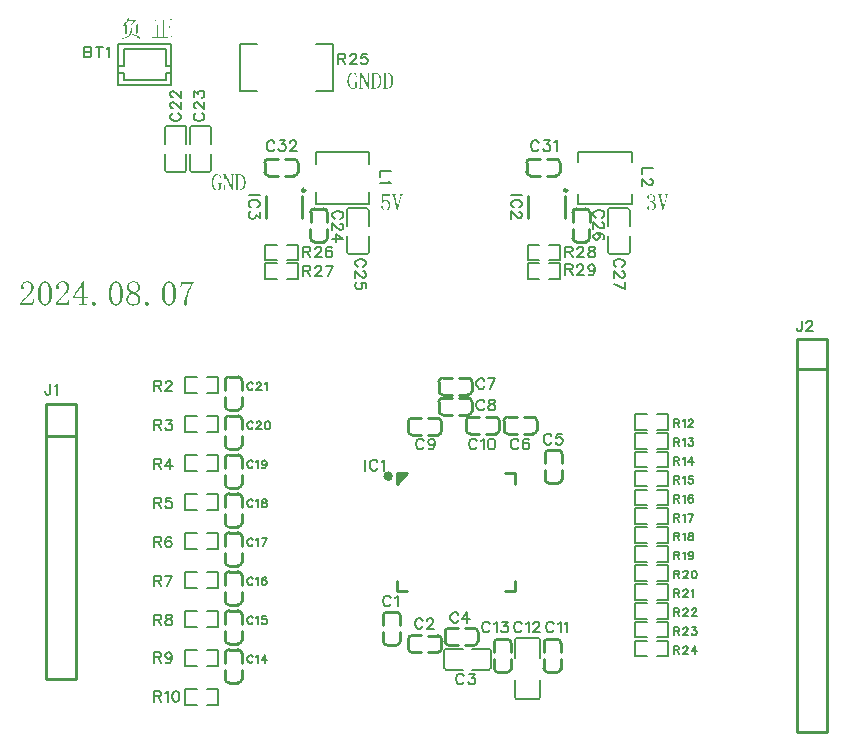
<source format=gto>
G04 Layer: TopSilkscreenLayer*
G04 EasyEDA Pro v2.2.24.2, 2024-08-08 11:30:51*
G04 Gerber Generator version 0.3*
G04 Scale: 100 percent, Rotated: No, Reflected: No*
G04 Dimensions in millimeters*
G04 Leading zeros omitted, absolute positions, 3 integers and 5 decimals*
%FSLAX35Y35*%
%MOMM*%
%ADD10C,0.1524*%
%ADD11C,0.127*%
%ADD12C,0.254*%
%ADD13C,0.4*%
G75*


G04 Text Start*
G36*
G01X1308183Y7648186D02*
G01X1306743Y7648186D01*
G01X1306061Y7648792D01*
G01X1306364Y7650610D01*
G01X1308183Y7651822D01*
G01X1310910Y7652731D01*
G01X1313334Y7653641D01*
G01X1317576Y7654853D01*
G01X1320304Y7655762D01*
G01X1323637Y7656974D01*
G01X1326061Y7657883D01*
G01X1332425Y7660004D01*
G01X1341516Y7663641D01*
G01X1343637Y7664550D01*
G01X1355152Y7670307D01*
G01X1359395Y7672731D01*
G01X1361819Y7674247D01*
G01X1363940Y7675762D01*
G01X1365758Y7676974D01*
G01X1367577Y7678489D01*
G01X1373031Y7683943D01*
G01X1376668Y7688489D01*
G01X1377880Y7690307D01*
G01X1379395Y7692731D01*
G01X1380910Y7695459D01*
G01X1382122Y7697883D01*
G01X1383031Y7700004D01*
G01X1383940Y7702428D01*
G01X1385758Y7707883D01*
G01X1386971Y7714549D01*
G01X1387577Y7718489D01*
G01X1387880Y7722125D01*
G01X1388486Y7726974D01*
G01X1389092Y7739701D01*
G01X1389698Y7751822D01*
G01X1390304Y7752353D01*
G01X1391516Y7752125D01*
G01X1401819Y7746974D01*
G01X1403334Y7746065D01*
G01X1405455Y7744853D01*
G01X1406440Y7744095D01*
G01X1406364Y7743034D01*
G01X1404849Y7741216D01*
G01X1402728Y7739095D01*
G01X1401819Y7737353D01*
G01X1401516Y7735155D01*
G01X1401213Y7731822D01*
G01X1400304Y7723640D01*
G01X1400001Y7720307D01*
G01X1399395Y7717883D01*
G01X1398789Y7713640D01*
G01X1397577Y7708186D01*
G01X1396971Y7706065D01*
G01X1396061Y7703337D01*
G01X1395152Y7700913D01*
G01X1394546Y7698792D01*
G01X1393637Y7696671D01*
G01X1392425Y7694246D01*
G01X1391213Y7691519D01*
G01X1389698Y7688792D01*
G01X1386061Y7683337D01*
G01X1384243Y7681216D01*
G01X1379698Y7676671D01*
G01X1376668Y7674247D01*
G01X1374849Y7672731D01*
G01X1370001Y7669701D01*
G01X1367880Y7668489D01*
G01X1366061Y7667580D01*
G01X1363940Y7666368D01*
G01X1361516Y7665156D01*
G01X1358789Y7663944D01*
G01X1355758Y7662428D01*
G01X1346667Y7658792D01*
G01X1344243Y7657883D01*
G01X1342122Y7657277D01*
G01X1339395Y7656368D01*
G01X1336970Y7655459D01*
G01X1334849Y7654853D01*
G01X1331819Y7653944D01*
G01X1329092Y7653034D01*
G01X1326364Y7652428D01*
G01X1322728Y7651519D01*
G01X1320001Y7650610D01*
G01X1317880Y7650307D01*
G01X1313031Y7649095D01*
G01X1310910Y7648792D01*
G01X1308183Y7648186D01*
G37*
G36*
G01X1466970Y7654853D02*
G01X1465152Y7653641D01*
G01X1463334Y7653944D01*
G01X1461819Y7655156D01*
G01X1460001Y7656368D01*
G01X1458486Y7657580D01*
G01X1456970Y7658489D01*
G01X1455455Y7659701D01*
G01X1452425Y7662731D01*
G01X1446364Y7667580D01*
G01X1444849Y7669095D01*
G01X1442425Y7670610D01*
G01X1439698Y7672428D01*
G01X1437273Y7673944D01*
G01X1434546Y7675459D01*
G01X1432122Y7676974D01*
G01X1424849Y7680610D01*
G01X1411213Y7686671D01*
G01X1408789Y7687580D01*
G01X1406061Y7688792D01*
G01X1405001Y7689701D01*
G01X1404849Y7690610D01*
G01X1406061Y7691822D01*
G01X1407880Y7691822D01*
G01X1417577Y7689398D01*
G01X1421819Y7688186D01*
G01X1424546Y7687580D01*
G01X1430607Y7685762D01*
G01X1434243Y7684853D01*
G01X1436970Y7683943D01*
G01X1439092Y7683337D01*
G01X1442122Y7682428D01*
G01X1445455Y7681216D01*
G01X1450304Y7679398D01*
G01X1455758Y7676974D01*
G01X1458486Y7675459D01*
G01X1460910Y7673944D01*
G01X1462728Y7672428D01*
G01X1465758Y7669398D01*
G01X1466970Y7667580D01*
G01X1467880Y7665762D01*
G01X1468789Y7664247D01*
G01X1469395Y7662428D01*
G01X1469092Y7659701D01*
G01X1468183Y7656974D01*
G01X1466970Y7654853D01*
G37*
G36*
G01X1344849Y7690004D02*
G01X1343334Y7689701D01*
G01X1343334Y7692125D01*
G01X1343637Y7695459D01*
G01X1344243Y7723943D01*
G01X1344546Y7732125D01*
G01X1344243Y7740307D01*
G01X1343637Y7770004D01*
G01X1343334Y7773338D01*
G01X1343334Y7775762D01*
G01X1342122Y7775156D01*
G01X1340001Y7773944D01*
G01X1336970Y7771519D01*
G01X1335455Y7770004D01*
G01X1329395Y7765156D01*
G01X1327879Y7763641D01*
G01X1325758Y7762125D01*
G01X1323637Y7760913D01*
G01X1322122Y7759701D01*
G01X1320001Y7757883D01*
G01X1314546Y7754247D01*
G01X1311516Y7752428D01*
G01X1309395Y7750913D01*
G01X1307577Y7750307D01*
G01X1306592Y7750534D01*
G01X1306061Y7751216D01*
G01X1306061Y7752050D01*
G01X1306667Y7752731D01*
G01X1308183Y7754247D01*
G01X1314243Y7759095D01*
G01X1316364Y7761216D01*
G01X1318486Y7763035D01*
G01X1320001Y7764247D01*
G01X1331213Y7775459D01*
G01X1333637Y7778489D01*
G01X1333694Y7778565D01*
G01X1344243Y7778565D01*
G01X1344243Y7777277D01*
G01X1344849Y7775989D01*
G01X1346061Y7775156D01*
G01X1351516Y7772731D01*
G01X1351516Y7772731D01*
G01X1353334Y7771822D01*
G01X1373637Y7771519D01*
G01X1393637Y7771519D01*
G01X1394849Y7773034D01*
G01X1396668Y7775762D01*
G01X1397880Y7777883D01*
G01X1399395Y7780307D01*
G01X1403031Y7785762D01*
G01X1404849Y7788792D01*
G01X1408486Y7794247D01*
G01X1410001Y7796671D01*
G01X1412425Y7800307D01*
G01X1413334Y7802428D01*
G01X1413637Y7803640D01*
G01X1390910Y7803640D01*
G01X1367274Y7803337D01*
G01X1365455Y7802428D01*
G01X1362425Y7798792D01*
G01X1360910Y7797277D01*
G01X1358486Y7794247D01*
G01X1356970Y7792731D01*
G01X1353940Y7789095D01*
G01X1351819Y7786974D01*
G01X1349698Y7784247D01*
G01X1344849Y7779398D01*
G01X1344243Y7778565D01*
G01X1333694Y7778565D01*
G01X1335455Y7780913D01*
G01X1336970Y7782428D01*
G01X1338789Y7784550D01*
G01X1340304Y7786671D01*
G01X1341516Y7788186D01*
G01X1343031Y7790307D01*
G01X1345152Y7793034D01*
G01X1347273Y7796065D01*
G01X1349092Y7799095D01*
G01X1354546Y7807277D01*
G01X1356061Y7809701D01*
G01X1357576Y7812428D01*
G01X1359395Y7815459D01*
G01X1360910Y7817883D01*
G01X1366364Y7828792D01*
G01X1367274Y7830913D01*
G01X1367804Y7831671D01*
G01X1368789Y7831519D01*
G01X1370607Y7830307D01*
G01X1372122Y7829095D01*
G01X1375758Y7826671D01*
G01X1378183Y7824853D01*
G01X1381213Y7822731D01*
G01X1382274Y7821898D01*
G01X1382425Y7821216D01*
G01X1380607Y7820004D01*
G01X1377577Y7818792D01*
G01X1375455Y7817580D01*
G01X1373637Y7815459D01*
G01X1371213Y7812428D01*
G01X1369698Y7810004D01*
G01X1375001Y7809322D01*
G01X1391516Y7809095D01*
G01X1414243Y7809701D01*
G01X1415758Y7810913D01*
G01X1420304Y7815459D01*
G01X1421516Y7816368D01*
G01X1423031Y7815762D01*
G01X1429092Y7809701D01*
G01X1430910Y7808186D01*
G01X1432728Y7806368D01*
G01X1433940Y7804853D01*
G01X1433637Y7803943D01*
G01X1432122Y7803034D01*
G01X1425455Y7799701D01*
G01X1423940Y7798489D01*
G01X1416364Y7790913D01*
G01X1413334Y7787277D01*
G01X1407274Y7781216D01*
G01X1404243Y7777580D01*
G01X1401213Y7774550D01*
G01X1400001Y7772731D01*
G01X1399698Y7771519D01*
G01X1417577Y7771519D01*
G01X1436364Y7771822D01*
G01X1438183Y7772731D01*
G01X1442728Y7777277D01*
G01X1444243Y7778489D01*
G01X1445077Y7778489D01*
G01X1445758Y7777883D01*
G01X1449395Y7774247D01*
G01X1451516Y7771822D01*
G01X1453334Y7770307D01*
G01X1454546Y7768792D01*
G01X1454546Y7767959D01*
G01X1453940Y7767277D01*
G01X1449092Y7763641D01*
G01X1448410Y7759322D01*
G01X1448183Y7747580D01*
G01X1448486Y7731216D01*
G01X1448789Y7716368D01*
G01X1448183Y7701822D01*
G01X1446061Y7700307D01*
G01X1443031Y7698792D01*
G01X1440304Y7697580D01*
G01X1438183Y7696974D01*
G01X1437501Y7705610D01*
G01X1437273Y7731519D01*
G01X1437273Y7766065D01*
G01X1355455Y7766065D01*
G01X1355455Y7731216D01*
G01X1355152Y7695459D01*
G01X1353334Y7693640D01*
G01X1350304Y7692125D01*
G01X1347576Y7690913D01*
G01X1344849Y7690004D01*
G37*
G36*
G01X1577577Y7662731D02*
G01X1578561Y7662125D01*
G01X1580304Y7662125D01*
G01X1586365Y7663337D01*
G01X1666971Y7663641D01*
G01X1746365Y7664247D01*
G01X1746895Y7664928D01*
G01X1746668Y7665762D01*
G01X1732425Y7680004D01*
G01X1730910Y7680913D01*
G01X1729698Y7680307D01*
G01X1720607Y7671216D01*
G01X1718789Y7669701D01*
G01X1694244Y7669095D01*
G01X1670910Y7669095D01*
G01X1670910Y7742428D01*
G01X1703031Y7742428D01*
G01X1726971Y7742656D01*
G01X1734546Y7743337D01*
G01X1722425Y7755459D01*
G01X1720607Y7756974D01*
G01X1718486Y7756974D01*
G01X1710910Y7749398D01*
G01X1709092Y7747883D01*
G01X1706365Y7747580D01*
G01X1688789Y7747883D01*
G01X1671819Y7747580D01*
G01X1671137Y7755080D01*
G01X1670910Y7778186D01*
G01X1670910Y7809095D01*
G01X1673031Y7808792D01*
G01X1710001Y7808489D01*
G01X1745455Y7809095D01*
G01X1745455Y7810004D01*
G01X1743940Y7811216D01*
G01X1731819Y7823337D01*
G01X1730304Y7824550D01*
G01X1729092Y7823943D01*
G01X1721516Y7816368D01*
G01X1720001Y7815156D01*
G01X1718183Y7813943D01*
G01X1651819Y7813337D01*
G01X1603107Y7813110D01*
G01X1587274Y7812428D01*
G01X1588789Y7810913D01*
G01X1590304Y7809701D01*
G01X1592122Y7807883D01*
G01X1593486Y7806974D01*
G01X1595153Y7806671D01*
G01X1601213Y7807883D01*
G01X1603940Y7808186D01*
G01X1632122Y7808489D01*
G01X1659395Y7808489D01*
G01X1659395Y7669095D01*
G01X1620607Y7669095D01*
G01X1620607Y7713337D01*
G01X1620834Y7746595D01*
G01X1621516Y7757883D01*
G01X1623031Y7758792D01*
G01X1627274Y7761822D01*
G01X1627577Y7763035D01*
G01X1626062Y7763944D01*
G01X1623940Y7764853D01*
G01X1621516Y7766065D01*
G01X1616062Y7768489D01*
G01X1611213Y7770913D01*
G01X1609925Y7771140D01*
G01X1609092Y7770610D01*
G01X1608789Y7768186D01*
G01X1609092Y7763944D01*
G01X1609395Y7760307D01*
G01X1609698Y7714549D01*
G01X1609698Y7669701D01*
G01X1608183Y7669398D01*
G01X1589395Y7669095D01*
G01X1572122Y7668489D01*
G01X1573031Y7667277D01*
G01X1577577Y7662731D01*
G37*
G36*
G01X2130607Y6370912D02*
G01X2128183Y6370306D01*
G01X2120304Y6369700D01*
G01X2112426Y6370306D01*
G01X2109698Y6371215D01*
G01X2106668Y6372125D01*
G01X2103638Y6373337D01*
G01X2100607Y6374852D01*
G01X2096365Y6377882D01*
G01X2094244Y6379700D01*
G01X2092729Y6381216D01*
G01X2090304Y6384246D01*
G01X2088486Y6386367D01*
G01X2086971Y6388791D01*
G01X2084547Y6393640D01*
G01X2083334Y6396367D01*
G01X2082122Y6398791D01*
G01X2081213Y6400913D01*
G01X2080304Y6403640D01*
G01X2078486Y6409700D01*
G01X2077577Y6412428D01*
G01X2076365Y6419700D01*
G01X2075759Y6422125D01*
G01X2075456Y6427579D01*
G01X2075153Y6434246D01*
G01X2075153Y6437276D01*
G01X2075456Y6444246D01*
G01X2076062Y6451518D01*
G01X2076668Y6453943D01*
G01X2076971Y6456064D01*
G01X2077577Y6459700D01*
G01X2078486Y6463337D01*
G01X2080304Y6469397D01*
G01X2081516Y6472428D01*
G01X2083031Y6476064D01*
G01X2085759Y6481519D01*
G01X2088183Y6485761D01*
G01X2089395Y6487579D01*
G01X2090607Y6489094D01*
G01X2092122Y6491216D01*
G01X2093941Y6493337D01*
G01X2095153Y6494852D01*
G01X2096365Y6496064D01*
G01X2097880Y6497276D01*
G01X2099395Y6498791D01*
G01X2100910Y6500004D01*
G01X2103032Y6501519D01*
G01X2105456Y6503034D01*
G01X2107577Y6503943D01*
G01X2110001Y6504852D01*
G01X2113335Y6505761D01*
G01X2116365Y6506367D01*
G01X2118789Y6506670D01*
G01X2123638Y6506064D01*
G01X2126365Y6505458D01*
G01X2129395Y6504549D01*
G01X2134850Y6502731D01*
G01X2137577Y6502125D01*
G01X2140001Y6502125D01*
G01X2143335Y6503034D01*
G01X2145759Y6504246D01*
G01X2147274Y6505458D01*
G01X2148032Y6505307D01*
G01X2148486Y6503640D01*
G01X2149092Y6500307D01*
G01X2149698Y6497579D01*
G01X2150304Y6493640D01*
G01X2150910Y6490004D01*
G01X2151516Y6487579D01*
G01X2152728Y6480306D01*
G01X2153032Y6477882D01*
G01X2153638Y6475155D01*
G01X2154244Y6472731D01*
G01X2153941Y6471670D01*
G01X2153032Y6470912D01*
G01X2150910Y6470003D01*
G01X2149395Y6470306D01*
G01X2148183Y6472731D01*
G01X2146365Y6478185D01*
G01X2145153Y6480913D01*
G01X2143335Y6485155D01*
G01X2142122Y6487276D01*
G01X2140910Y6489094D01*
G01X2139395Y6491216D01*
G01X2137577Y6493337D01*
G01X2136062Y6494852D01*
G01X2133941Y6496670D01*
G01X2131516Y6498185D01*
G01X2129395Y6499094D01*
G01X2126971Y6500004D01*
G01X2122426Y6500610D01*
G01X2117577Y6500307D01*
G01X2115153Y6499700D01*
G01X2112729Y6498791D01*
G01X2110607Y6497579D01*
G01X2108789Y6496367D01*
G01X2106971Y6494852D01*
G01X2103941Y6491822D01*
G01X2100304Y6487276D01*
G01X2099395Y6485761D01*
G01X2098183Y6483640D01*
G01X2096971Y6481216D01*
G01X2095759Y6478488D01*
G01X2094547Y6475458D01*
G01X2093638Y6472731D01*
G01X2092729Y6470609D01*
G01X2092122Y6467276D01*
G01X2091516Y6463337D01*
G01X2090910Y6460912D01*
G01X2090304Y6456670D01*
G01X2089698Y6446973D01*
G01X2089395Y6438791D01*
G01X2089698Y6430609D01*
G01X2090304Y6422125D01*
G01X2090910Y6417276D01*
G01X2092122Y6411822D01*
G01X2092729Y6408488D01*
G01X2093638Y6404852D01*
G01X2095456Y6398791D01*
G01X2096668Y6395458D01*
G01X2097880Y6392428D01*
G01X2100304Y6387579D01*
G01X2101516Y6385458D01*
G01X2103032Y6383640D01*
G01X2106668Y6380003D01*
G01X2109092Y6378488D01*
G01X2113941Y6376064D01*
G01X2121213Y6375155D01*
G01X2123638Y6375458D01*
G01X2126365Y6375761D01*
G01X2129395Y6376367D01*
G01X2132122Y6377579D01*
G01X2134547Y6378791D01*
G01X2136365Y6380003D01*
G01X2138183Y6382125D01*
G01X2139698Y6384852D01*
G01X2140304Y6401519D01*
G01X2140001Y6418488D01*
G01X2139092Y6421519D01*
G01X2136971Y6423943D01*
G01X2134925Y6424625D01*
G01X2131819Y6424852D01*
G01X2127274Y6425458D01*
G01X2126668Y6426443D01*
G01X2126668Y6428185D01*
G01X2126971Y6430306D01*
G01X2146062Y6430306D01*
G01X2160456Y6430003D01*
G01X2165456Y6429094D01*
G01X2165456Y6426367D01*
G01X2165153Y6424852D01*
G01X2162122Y6424852D01*
G01X2157577Y6423943D01*
G01X2155153Y6421822D01*
G01X2153941Y6419700D01*
G01X2153638Y6399700D01*
G01X2153335Y6379094D01*
G01X2152804Y6378109D01*
G01X2151819Y6378185D01*
G01X2148789Y6378791D01*
G01X2146062Y6378488D01*
G01X2143638Y6377882D01*
G01X2141516Y6376670D01*
G01X2137880Y6374246D01*
G01X2135456Y6372731D01*
G01X2132729Y6371518D01*
G01X2130607Y6370912D01*
G37*
G36*
G01X2254850Y6434246D02*
G01X2254547Y6372428D01*
G01X2254244Y6370912D01*
G01X2252122Y6371215D01*
G01X2250380Y6371746D01*
G01X2249395Y6372731D01*
G01X2248183Y6374852D01*
G01X2240607Y6390003D01*
G01X2239092Y6392731D01*
G01X2235456Y6400003D01*
G01X2234244Y6402125D01*
G01X2223335Y6423943D01*
G01X2222123Y6426064D01*
G01X2221213Y6427882D01*
G01X2220001Y6430609D01*
G01X2218486Y6433337D01*
G01X2214850Y6440609D01*
G01X2213638Y6442731D01*
G01X2202729Y6464549D01*
G01X2201516Y6466670D01*
G01X2198183Y6473337D01*
G01X2196971Y6476064D01*
G01X2195456Y6478791D01*
G01X2194244Y6481216D01*
G01X2193032Y6483337D01*
G01X2191819Y6485761D01*
G01X2190304Y6487579D01*
G01X2189622Y6474700D01*
G01X2189395Y6435458D01*
G01X2189698Y6380913D01*
G01X2190304Y6379018D01*
G01X2191516Y6377579D01*
G01X2193486Y6376670D01*
G01X2196365Y6376367D01*
G01X2201213Y6376064D01*
G01X2202350Y6375458D01*
G01X2202729Y6374246D01*
G01X2202123Y6371822D01*
G01X2197956Y6371140D01*
G01X2186668Y6370912D01*
G01X2175456Y6371215D01*
G01X2171516Y6372125D01*
G01X2171516Y6374852D01*
G01X2171819Y6376367D01*
G01X2175456Y6376367D01*
G01X2180607Y6376670D01*
G01X2182728Y6377579D01*
G01X2183941Y6379397D01*
G01X2184547Y6437579D01*
G01X2183941Y6496367D01*
G01X2182425Y6498791D01*
G01X2180607Y6499700D01*
G01X2176971Y6500004D01*
G01X2173638Y6500307D01*
G01X2173031Y6502731D01*
G01X2173031Y6504852D01*
G01X2183941Y6504852D01*
G01X2195456Y6504246D01*
G01X2196668Y6502731D01*
G01X2197880Y6500307D01*
G01X2200304Y6496064D01*
G01X2207577Y6481519D01*
G01X2208789Y6479397D01*
G01X2210607Y6475761D01*
G01X2211820Y6473640D01*
G01X2219092Y6459094D01*
G01X2220304Y6456973D01*
G01X2221213Y6455155D01*
G01X2222123Y6453034D01*
G01X2224547Y6448791D01*
G01X2228183Y6441518D01*
G01X2229395Y6439397D01*
G01X2230304Y6437579D01*
G01X2231516Y6434852D01*
G01X2233032Y6432428D01*
G01X2241516Y6415458D01*
G01X2243941Y6411216D01*
G01X2245153Y6408488D01*
G01X2246365Y6406367D01*
G01X2247577Y6403943D01*
G01X2249092Y6402125D01*
G01X2249774Y6413488D01*
G01X2250001Y6448185D01*
G01X2249395Y6496367D01*
G01X2248183Y6498791D01*
G01X2246668Y6499700D01*
G01X2242729Y6500004D01*
G01X2238183Y6500307D01*
G01X2237047Y6501064D01*
G01X2236668Y6502731D01*
G01X2236668Y6504852D01*
G01X2252122Y6504852D01*
G01X2263789Y6504625D01*
G01X2267880Y6503943D01*
G01X2267880Y6501519D01*
G01X2267577Y6500004D01*
G01X2264850Y6500004D01*
G01X2260607Y6499700D01*
G01X2257577Y6498791D01*
G01X2255759Y6497276D01*
G01X2255153Y6495458D01*
G01X2254850Y6434246D01*
G37*
G36*
G01X2307880Y6371215D02*
G01X2290607Y6370912D01*
G01X2273941Y6371215D01*
G01X2273638Y6373943D01*
G01X2273638Y6376367D01*
G01X2278183Y6376367D01*
G01X2283638Y6376973D01*
G01X2285153Y6378488D01*
G01X2285759Y6436670D01*
G01X2285748Y6438791D01*
G01X2298486Y6438791D01*
G01X2298789Y6381519D01*
G01X2299698Y6379094D01*
G01X2300456Y6377882D01*
G01X2301516Y6377276D01*
G01X2301516Y6377276D01*
G01X2303032Y6376670D01*
G01X2308183Y6376367D01*
G01X2314547Y6376670D01*
G01X2319395Y6377882D01*
G01X2321820Y6378791D01*
G01X2326668Y6381216D01*
G01X2328486Y6382428D01*
G01X2330911Y6383943D01*
G01X2333032Y6385761D01*
G01X2336668Y6389397D01*
G01X2338486Y6392125D01*
G01X2340910Y6396367D01*
G01X2343335Y6402428D01*
G01X2344244Y6405458D01*
G01X2346062Y6413640D01*
G01X2346668Y6419700D01*
G01X2347274Y6429397D01*
G01X2347577Y6437882D01*
G01X2347274Y6446367D01*
G01X2346668Y6456670D01*
G01X2346365Y6458791D01*
G01X2346062Y6462124D01*
G01X2345456Y6465761D01*
G01X2343638Y6473034D01*
G01X2342729Y6476064D01*
G01X2341517Y6479094D01*
G01X2340304Y6481822D01*
G01X2339092Y6483943D01*
G01X2338183Y6485761D01*
G01X2335759Y6488791D01*
G01X2333941Y6490610D01*
G01X2329698Y6494246D01*
G01X2327274Y6495761D01*
G01X2324850Y6496973D01*
G01X2322123Y6498185D01*
G01X2318789Y6499094D01*
G01X2315759Y6499700D01*
G01X2311214Y6500004D01*
G01X2306668Y6499700D01*
G01X2304547Y6499397D01*
G01X2301820Y6498791D01*
G01X2299395Y6496670D01*
G01X2298713Y6481443D01*
G01X2298486Y6438791D01*
G01X2285748Y6438791D01*
G01X2285456Y6496064D01*
G01X2284244Y6498791D01*
G01X2282425Y6499700D01*
G01X2279395Y6500004D01*
G01X2275759Y6500307D01*
G01X2274623Y6501064D01*
G01X2274244Y6502731D01*
G01X2274244Y6504852D01*
G01X2293941Y6504852D01*
G01X2315759Y6504549D01*
G01X2320001Y6503943D01*
G01X2323032Y6503337D01*
G01X2325759Y6502731D01*
G01X2328789Y6501822D01*
G01X2331517Y6500610D01*
G01X2334547Y6499397D01*
G01X2337577Y6497882D01*
G01X2340607Y6495761D01*
G01X2343032Y6493943D01*
G01X2346062Y6491519D01*
G01X2348183Y6489397D01*
G01X2350607Y6486367D01*
G01X2352729Y6483337D01*
G01X2354244Y6481216D01*
G01X2355456Y6478791D01*
G01X2356668Y6476064D01*
G01X2357880Y6473034D01*
G01X2359092Y6469700D01*
G01X2360001Y6466670D01*
G01X2360607Y6463943D01*
G01X2361820Y6457882D01*
G01X2362426Y6450003D01*
G01X2362729Y6440912D01*
G01X2362426Y6431822D01*
G01X2362123Y6428791D01*
G01X2361820Y6423943D01*
G01X2361213Y6419700D01*
G01X2360607Y6417276D01*
G01X2360001Y6414246D01*
G01X2359395Y6410609D01*
G01X2358486Y6407882D01*
G01X2357577Y6404852D01*
G01X2356668Y6402125D01*
G01X2354850Y6397882D01*
G01X2352426Y6393640D01*
G01X2351517Y6391822D01*
G01X2350304Y6390306D01*
G01X2346668Y6386064D01*
G01X2343638Y6383034D01*
G01X2342123Y6381822D01*
G01X2340001Y6380306D01*
G01X2337274Y6378488D01*
G01X2334547Y6376973D01*
G01X2331820Y6375761D01*
G01X2328789Y6374549D01*
G01X2326062Y6373640D01*
G01X2323941Y6373337D01*
G01X2321820Y6372731D01*
G01X2319092Y6372125D01*
G01X2316365Y6371822D01*
G01X2307880Y6371215D01*
G37*
G36*
G01X3278183Y7230307D02*
G01X3270305Y7229701D01*
G01X3262426Y7230307D01*
G01X3259699Y7231216D01*
G01X3256668Y7232125D01*
G01X3253638Y7233337D01*
G01X3250608Y7234852D01*
G01X3246365Y7237883D01*
G01X3244244Y7239701D01*
G01X3242729Y7241216D01*
G01X3240305Y7244246D01*
G01X3238487Y7246368D01*
G01X3236971Y7248792D01*
G01X3234547Y7253640D01*
G01X3233335Y7256368D01*
G01X3232123Y7258792D01*
G01X3231214Y7260913D01*
G01X3230305Y7263640D01*
G01X3228487Y7269701D01*
G01X3227577Y7272428D01*
G01X3226365Y7279701D01*
G01X3225759Y7282125D01*
G01X3225456Y7287580D01*
G01X3225153Y7294246D01*
G01X3225153Y7297277D01*
G01X3225456Y7304246D01*
G01X3226062Y7311519D01*
G01X3226668Y7313943D01*
G01X3226971Y7316065D01*
G01X3227577Y7319701D01*
G01X3228487Y7323337D01*
G01X3230305Y7329398D01*
G01X3231517Y7332428D01*
G01X3233032Y7336065D01*
G01X3235759Y7341519D01*
G01X3238184Y7345762D01*
G01X3239396Y7347580D01*
G01X3240608Y7349095D01*
G01X3242123Y7351216D01*
G01X3243941Y7353337D01*
G01X3245153Y7354852D01*
G01X3246365Y7356065D01*
G01X3247880Y7357277D01*
G01X3249396Y7358792D01*
G01X3250911Y7360004D01*
G01X3253032Y7361519D01*
G01X3255456Y7363034D01*
G01X3257577Y7363943D01*
G01X3260002Y7364852D01*
G01X3263335Y7365761D01*
G01X3266365Y7366368D01*
G01X3268790Y7366671D01*
G01X3273638Y7366065D01*
G01X3276365Y7365458D01*
G01X3279396Y7364549D01*
G01X3284850Y7362731D01*
G01X3287577Y7362125D01*
G01X3290002Y7362125D01*
G01X3293335Y7363034D01*
G01X3295759Y7364246D01*
G01X3297275Y7365458D01*
G01X3298032Y7365307D01*
G01X3298487Y7363640D01*
G01X3299093Y7360307D01*
G01X3299699Y7357580D01*
G01X3300305Y7353640D01*
G01X3300911Y7350004D01*
G01X3301517Y7347580D01*
G01X3302729Y7340307D01*
G01X3303032Y7337883D01*
G01X3303638Y7335156D01*
G01X3304244Y7332731D01*
G01X3303941Y7331671D01*
G01X3303032Y7330913D01*
G01X3300911Y7330004D01*
G01X3299396Y7330307D01*
G01X3298184Y7332731D01*
G01X3296365Y7338186D01*
G01X3295153Y7340913D01*
G01X3293335Y7345155D01*
G01X3292123Y7347277D01*
G01X3290911Y7349095D01*
G01X3289396Y7351216D01*
G01X3287577Y7353337D01*
G01X3286062Y7354852D01*
G01X3283941Y7356671D01*
G01X3281517Y7358186D01*
G01X3279396Y7359095D01*
G01X3276971Y7360004D01*
G01X3272426Y7360610D01*
G01X3267577Y7360307D01*
G01X3265153Y7359701D01*
G01X3262729Y7358792D01*
G01X3260608Y7357580D01*
G01X3258790Y7356368D01*
G01X3256971Y7354852D01*
G01X3253941Y7351822D01*
G01X3250305Y7347277D01*
G01X3249396Y7345762D01*
G01X3248183Y7343640D01*
G01X3246971Y7341216D01*
G01X3245759Y7338489D01*
G01X3244547Y7335459D01*
G01X3243638Y7332731D01*
G01X3242729Y7330610D01*
G01X3242123Y7327277D01*
G01X3241517Y7323337D01*
G01X3240911Y7320913D01*
G01X3240305Y7316671D01*
G01X3239699Y7306974D01*
G01X3239396Y7298792D01*
G01X3239699Y7290610D01*
G01X3240305Y7282125D01*
G01X3240911Y7277277D01*
G01X3242123Y7271822D01*
G01X3242729Y7268489D01*
G01X3243638Y7264852D01*
G01X3245456Y7258792D01*
G01X3246668Y7255458D01*
G01X3247880Y7252428D01*
G01X3250305Y7247580D01*
G01X3251517Y7245458D01*
G01X3253032Y7243640D01*
G01X3256668Y7240004D01*
G01X3259093Y7238489D01*
G01X3263941Y7236065D01*
G01X3271214Y7235155D01*
G01X3273638Y7235458D01*
G01X3276365Y7235762D01*
G01X3279396Y7236368D01*
G01X3282123Y7237580D01*
G01X3284547Y7238792D01*
G01X3286365Y7240004D01*
G01X3288184Y7242125D01*
G01X3289699Y7244852D01*
G01X3290305Y7261519D01*
G01X3290002Y7278489D01*
G01X3289093Y7281519D01*
G01X3286971Y7283943D01*
G01X3284926Y7284625D01*
G01X3281820Y7284852D01*
G01X3277274Y7285458D01*
G01X3276668Y7286443D01*
G01X3276668Y7288186D01*
G01X3276971Y7290307D01*
G01X3296062Y7290307D01*
G01X3310456Y7290004D01*
G01X3315456Y7289095D01*
G01X3315456Y7286368D01*
G01X3315153Y7284852D01*
G01X3312123Y7284852D01*
G01X3307578Y7283943D01*
G01X3305153Y7281822D01*
G01X3303941Y7279701D01*
G01X3303638Y7259701D01*
G01X3303335Y7239095D01*
G01X3302805Y7238110D01*
G01X3301820Y7238186D01*
G01X3298790Y7238792D01*
G01X3296062Y7238489D01*
G01X3293638Y7237883D01*
G01X3291517Y7236671D01*
G01X3287880Y7234246D01*
G01X3285456Y7232731D01*
G01X3282729Y7231519D01*
G01X3280608Y7230913D01*
G01X3278183Y7230307D01*
G37*
G36*
G01X3404850Y7294246D02*
G01X3404547Y7232428D01*
G01X3404244Y7230913D01*
G01X3402123Y7231216D01*
G01X3400381Y7231746D01*
G01X3399396Y7232731D01*
G01X3398184Y7234852D01*
G01X3390608Y7250004D01*
G01X3389093Y7252731D01*
G01X3385456Y7260004D01*
G01X3384244Y7262125D01*
G01X3373335Y7283943D01*
G01X3372123Y7286064D01*
G01X3371214Y7287883D01*
G01X3370002Y7290610D01*
G01X3368487Y7293337D01*
G01X3364850Y7300610D01*
G01X3363638Y7302731D01*
G01X3352729Y7324549D01*
G01X3351517Y7326671D01*
G01X3348184Y7333337D01*
G01X3346971Y7336065D01*
G01X3345456Y7338792D01*
G01X3344244Y7341216D01*
G01X3343032Y7343337D01*
G01X3341820Y7345762D01*
G01X3340305Y7347580D01*
G01X3339623Y7334701D01*
G01X3339396Y7295459D01*
G01X3339699Y7240913D01*
G01X3340305Y7239019D01*
G01X3341517Y7237580D01*
G01X3343487Y7236671D01*
G01X3346365Y7236368D01*
G01X3351214Y7236065D01*
G01X3352350Y7235458D01*
G01X3352729Y7234246D01*
G01X3352123Y7231822D01*
G01X3347956Y7231140D01*
G01X3336668Y7230913D01*
G01X3325456Y7231216D01*
G01X3321517Y7232125D01*
G01X3321517Y7234852D01*
G01X3321820Y7236368D01*
G01X3325456Y7236368D01*
G01X3330608Y7236671D01*
G01X3332729Y7237580D01*
G01X3333941Y7239398D01*
G01X3334547Y7297580D01*
G01X3333941Y7356368D01*
G01X3332426Y7358792D01*
G01X3330608Y7359701D01*
G01X3326972Y7360004D01*
G01X3323638Y7360307D01*
G01X3323032Y7362731D01*
G01X3323032Y7364852D01*
G01X3333941Y7364852D01*
G01X3345456Y7364246D01*
G01X3346668Y7362731D01*
G01X3347881Y7360307D01*
G01X3350305Y7356065D01*
G01X3357577Y7341519D01*
G01X3358790Y7339398D01*
G01X3360608Y7335762D01*
G01X3361820Y7333640D01*
G01X3369093Y7319095D01*
G01X3370305Y7316974D01*
G01X3371214Y7315156D01*
G01X3372123Y7313034D01*
G01X3374547Y7308792D01*
G01X3378183Y7301519D01*
G01X3379396Y7299398D01*
G01X3380305Y7297580D01*
G01X3381517Y7294852D01*
G01X3383032Y7292428D01*
G01X3391517Y7275458D01*
G01X3393941Y7271216D01*
G01X3395153Y7268489D01*
G01X3396365Y7266367D01*
G01X3397578Y7263943D01*
G01X3399093Y7262125D01*
G01X3399775Y7273489D01*
G01X3400002Y7308186D01*
G01X3399396Y7356368D01*
G01X3398184Y7358792D01*
G01X3396668Y7359701D01*
G01X3392729Y7360004D01*
G01X3388184Y7360307D01*
G01X3387047Y7361065D01*
G01X3386668Y7362731D01*
G01X3386668Y7364852D01*
G01X3402123Y7364852D01*
G01X3413790Y7364625D01*
G01X3417881Y7363943D01*
G01X3417881Y7361519D01*
G01X3417578Y7360004D01*
G01X3414850Y7360004D01*
G01X3410608Y7359701D01*
G01X3407578Y7358792D01*
G01X3405759Y7357277D01*
G01X3405153Y7355458D01*
G01X3404850Y7294246D01*
G37*
G36*
G01X3566365Y7231822D02*
G01X3557881Y7231216D01*
G01X3540608Y7230913D01*
G01X3523941Y7231216D01*
G01X3523638Y7233943D01*
G01X3523638Y7236368D01*
G01X3528184Y7236368D01*
G01X3533638Y7236974D01*
G01X3535153Y7238489D01*
G01X3535760Y7296671D01*
G01X3535749Y7298792D01*
G01X3548487Y7298792D01*
G01X3548790Y7241519D01*
G01X3549699Y7239095D01*
G01X3550456Y7237883D01*
G01X3551517Y7237277D01*
G01X3553032Y7236671D01*
G01X3553032Y7236671D01*
G01X3558184Y7236368D01*
G01X3564547Y7236671D01*
G01X3569396Y7237883D01*
G01X3571820Y7238792D01*
G01X3576668Y7241216D01*
G01X3578487Y7242428D01*
G01X3580911Y7243943D01*
G01X3583032Y7245761D01*
G01X3586668Y7249398D01*
G01X3588487Y7252125D01*
G01X3590911Y7256368D01*
G01X3593335Y7262428D01*
G01X3594244Y7265458D01*
G01X3596062Y7273640D01*
G01X3596668Y7279701D01*
G01X3597274Y7289398D01*
G01X3597578Y7297883D01*
G01X3597274Y7306368D01*
G01X3596668Y7316671D01*
G01X3596365Y7318792D01*
G01X3596062Y7322125D01*
G01X3595456Y7325762D01*
G01X3593638Y7333034D01*
G01X3592729Y7336065D01*
G01X3591517Y7339095D01*
G01X3590305Y7341822D01*
G01X3589093Y7343943D01*
G01X3588184Y7345762D01*
G01X3585759Y7348792D01*
G01X3583941Y7350610D01*
G01X3579699Y7354246D01*
G01X3577275Y7355762D01*
G01X3574850Y7356974D01*
G01X3572123Y7358186D01*
G01X3568790Y7359095D01*
G01X3565759Y7359701D01*
G01X3561214Y7360004D01*
G01X3556669Y7359701D01*
G01X3554547Y7359398D01*
G01X3551820Y7358792D01*
G01X3549396Y7356671D01*
G01X3548714Y7341443D01*
G01X3548487Y7298792D01*
G01X3535749Y7298792D01*
G01X3535456Y7356065D01*
G01X3534244Y7358792D01*
G01X3532426Y7359701D01*
G01X3529396Y7360004D01*
G01X3525760Y7360307D01*
G01X3524623Y7361065D01*
G01X3524244Y7362731D01*
G01X3524244Y7364852D01*
G01X3543941Y7364852D01*
G01X3565759Y7364549D01*
G01X3570002Y7363943D01*
G01X3573032Y7363337D01*
G01X3575759Y7362731D01*
G01X3578790Y7361822D01*
G01X3581517Y7360610D01*
G01X3584547Y7359398D01*
G01X3587578Y7357883D01*
G01X3590608Y7355762D01*
G01X3593032Y7353943D01*
G01X3596062Y7351519D01*
G01X3598184Y7349398D01*
G01X3600608Y7346368D01*
G01X3602729Y7343337D01*
G01X3604244Y7341216D01*
G01X3605456Y7338792D01*
G01X3606669Y7336065D01*
G01X3607881Y7333034D01*
G01X3609093Y7329701D01*
G01X3610002Y7326671D01*
G01X3610608Y7323943D01*
G01X3611820Y7317883D01*
G01X3612426Y7310004D01*
G01X3612729Y7300913D01*
G01X3612426Y7291822D01*
G01X3612123Y7288792D01*
G01X3611820Y7283943D01*
G01X3611214Y7279701D01*
G01X3610608Y7277277D01*
G01X3610002Y7274246D01*
G01X3609396Y7270610D01*
G01X3608487Y7267883D01*
G01X3607578Y7264852D01*
G01X3606669Y7262125D01*
G01X3604850Y7257883D01*
G01X3602426Y7253640D01*
G01X3601517Y7251822D01*
G01X3600305Y7250307D01*
G01X3596668Y7246065D01*
G01X3593638Y7243034D01*
G01X3592123Y7241822D01*
G01X3590002Y7240307D01*
G01X3587275Y7238489D01*
G01X3584547Y7236974D01*
G01X3581820Y7235762D01*
G01X3578790Y7234549D01*
G01X3576062Y7233640D01*
G01X3573941Y7233337D01*
G01X3571820Y7232731D01*
G01X3569093Y7232125D01*
G01X3566365Y7231822D01*
G37*
G36*
G01X3457881Y7231216D02*
G01X3440608Y7230913D01*
G01X3423941Y7231216D01*
G01X3423638Y7233943D01*
G01X3423638Y7236368D01*
G01X3428184Y7236368D01*
G01X3433638Y7236974D01*
G01X3435153Y7238489D01*
G01X3435759Y7296671D01*
G01X3435749Y7298792D01*
G01X3448487Y7298792D01*
G01X3448790Y7241519D01*
G01X3449699Y7239095D01*
G01X3450456Y7237883D01*
G01X3451517Y7237277D01*
G01X3453032Y7236671D01*
G01X3453032Y7236671D01*
G01X3458184Y7236368D01*
G01X3464547Y7236671D01*
G01X3469396Y7237883D01*
G01X3471820Y7238792D01*
G01X3476668Y7241216D01*
G01X3478487Y7242428D01*
G01X3480911Y7243943D01*
G01X3483032Y7245761D01*
G01X3486668Y7249398D01*
G01X3488487Y7252125D01*
G01X3490911Y7256368D01*
G01X3493335Y7262428D01*
G01X3494244Y7265458D01*
G01X3496062Y7273640D01*
G01X3496668Y7279701D01*
G01X3497275Y7289398D01*
G01X3497578Y7297883D01*
G01X3497275Y7306368D01*
G01X3496668Y7316671D01*
G01X3496365Y7318792D01*
G01X3496062Y7322125D01*
G01X3495456Y7325762D01*
G01X3493638Y7333034D01*
G01X3492729Y7336065D01*
G01X3491517Y7339095D01*
G01X3490305Y7341822D01*
G01X3489093Y7343943D01*
G01X3488184Y7345762D01*
G01X3485759Y7348792D01*
G01X3483941Y7350610D01*
G01X3479699Y7354246D01*
G01X3477274Y7355762D01*
G01X3474850Y7356974D01*
G01X3472123Y7358186D01*
G01X3468790Y7359095D01*
G01X3465759Y7359701D01*
G01X3461214Y7360004D01*
G01X3456668Y7359701D01*
G01X3454547Y7359398D01*
G01X3451820Y7358792D01*
G01X3449396Y7356671D01*
G01X3448714Y7341443D01*
G01X3448487Y7298792D01*
G01X3435749Y7298792D01*
G01X3435456Y7356065D01*
G01X3434244Y7358792D01*
G01X3432426Y7359701D01*
G01X3429396Y7360004D01*
G01X3425759Y7360307D01*
G01X3424623Y7361065D01*
G01X3424244Y7362731D01*
G01X3424244Y7364852D01*
G01X3443941Y7364852D01*
G01X3465759Y7364549D01*
G01X3470002Y7363943D01*
G01X3473032Y7363337D01*
G01X3475759Y7362731D01*
G01X3478790Y7361822D01*
G01X3481517Y7360610D01*
G01X3484547Y7359398D01*
G01X3487577Y7357883D01*
G01X3490608Y7355762D01*
G01X3493032Y7353943D01*
G01X3496062Y7351519D01*
G01X3498184Y7349398D01*
G01X3500608Y7346368D01*
G01X3502729Y7343337D01*
G01X3504244Y7341216D01*
G01X3505456Y7338792D01*
G01X3506669Y7336065D01*
G01X3507881Y7333034D01*
G01X3509093Y7329701D01*
G01X3510002Y7326671D01*
G01X3510608Y7323943D01*
G01X3511820Y7317883D01*
G01X3512426Y7310004D01*
G01X3512729Y7300913D01*
G01X3512426Y7291822D01*
G01X3512123Y7288792D01*
G01X3511820Y7283943D01*
G01X3511214Y7279701D01*
G01X3510608Y7277277D01*
G01X3510002Y7274246D01*
G01X3509396Y7270610D01*
G01X3508487Y7267883D01*
G01X3507578Y7264852D01*
G01X3506669Y7262125D01*
G01X3504850Y7257883D01*
G01X3502426Y7253640D01*
G01X3501517Y7251822D01*
G01X3500305Y7250307D01*
G01X3496668Y7246065D01*
G01X3493638Y7243034D01*
G01X3492123Y7241822D01*
G01X3490002Y7240307D01*
G01X3487274Y7238489D01*
G01X3484547Y7236974D01*
G01X3481820Y7235762D01*
G01X3478790Y7234549D01*
G01X3476062Y7233640D01*
G01X3473941Y7233337D01*
G01X3471820Y7232731D01*
G01X3469093Y7232125D01*
G01X3466365Y7231822D01*
G01X3457881Y7231216D01*
G37*
G36*
G01X5894246Y6202125D02*
G01X5895079Y6201215D01*
G01X5896367Y6200912D01*
G01X5898488Y6201822D01*
G01X5899700Y6204549D01*
G01X5900913Y6208488D01*
G01X5901822Y6212125D01*
G01X5902731Y6214852D01*
G01X5903337Y6217276D01*
G01X5903640Y6219397D01*
G01X5904549Y6222125D01*
G01X5905458Y6225761D01*
G01X5906064Y6228488D01*
G01X5906973Y6230913D01*
G01X5907882Y6234549D01*
G01X5908791Y6237882D01*
G01X5909700Y6240913D01*
G01X5910306Y6243640D01*
G01X5911216Y6246670D01*
G01X5912428Y6250913D01*
G01X5913337Y6254549D01*
G01X5914246Y6257276D01*
G01X5914852Y6259700D01*
G01X5915155Y6261822D01*
G01X5916064Y6264246D01*
G01X5916973Y6267882D01*
G01X5917882Y6271216D01*
G01X5918791Y6274246D01*
G01X5919397Y6276973D01*
G01X5920003Y6279397D01*
G01X5920912Y6282125D01*
G01X5921822Y6285761D01*
G01X5922731Y6289094D01*
G01X5923640Y6292125D01*
G01X5924246Y6295155D01*
G01X5925155Y6297882D01*
G01X5926064Y6301519D01*
G01X5926670Y6304246D01*
G01X5927579Y6306670D01*
G01X5928488Y6310306D01*
G01X5930306Y6316973D01*
G01X5930912Y6320004D01*
G01X5931822Y6322428D01*
G01X5933034Y6324852D01*
G01X5934246Y6326670D01*
G01X5936367Y6328488D01*
G01X5940003Y6329701D01*
G01X5943337Y6330307D01*
G01X5944246Y6330988D01*
G01X5944549Y6332428D01*
G01X5944170Y6333867D01*
G01X5943034Y6334549D01*
G01X5928791Y6334852D01*
G01X5916064Y6334852D01*
G01X5916064Y6332731D01*
G01X5916443Y6331064D01*
G01X5917579Y6330307D01*
G01X5920306Y6330004D01*
G01X5923034Y6329095D01*
G01X5924246Y6327731D01*
G01X5924852Y6325458D01*
G01X5924852Y6320307D01*
G01X5924246Y6316973D01*
G01X5923337Y6313943D01*
G01X5922125Y6309700D01*
G01X5921215Y6305761D01*
G01X5920306Y6302731D01*
G01X5919700Y6300306D01*
G01X5919397Y6298185D01*
G01X5918488Y6295458D01*
G01X5917579Y6292125D01*
G01X5916670Y6288488D01*
G01X5915458Y6284246D01*
G01X5914549Y6280306D01*
G01X5913640Y6277276D01*
G01X5912731Y6273640D01*
G01X5912125Y6270306D01*
G01X5911216Y6267882D01*
G01X5910306Y6264246D01*
G01X5908488Y6257579D01*
G01X5907882Y6254549D01*
G01X5906973Y6251822D01*
G01X5906064Y6248185D01*
G01X5905458Y6245458D01*
G01X5904549Y6242731D01*
G01X5903640Y6238791D01*
G01X5903034Y6235761D01*
G01X5902125Y6233337D01*
G01X5901216Y6231216D01*
G01X5900003Y6230913D01*
G01X5899321Y6231519D01*
G01X5899094Y6232731D01*
G01X5898791Y6235155D01*
G01X5896973Y6242428D01*
G01X5896367Y6245458D01*
G01X5895458Y6248791D01*
G01X5894549Y6252731D01*
G01X5893943Y6255761D01*
G01X5892731Y6260003D01*
G01X5892125Y6263034D01*
G01X5891216Y6266367D01*
G01X5890306Y6270003D01*
G01X5889700Y6273337D01*
G01X5887882Y6280609D01*
G01X5887276Y6283640D01*
G01X5886367Y6286670D01*
G01X5885458Y6290609D01*
G01X5884852Y6293943D01*
G01X5883943Y6296670D01*
G01X5883034Y6300912D01*
G01X5882428Y6304246D01*
G01X5881518Y6306973D01*
G01X5880609Y6311216D01*
G01X5878791Y6318488D01*
G01X5878185Y6321822D01*
G01X5877882Y6325155D01*
G01X5878109Y6327200D01*
G01X5878791Y6328488D01*
G01X5882428Y6329701D01*
G01X5886064Y6330307D01*
G01X5886746Y6330988D01*
G01X5886973Y6332428D01*
G01X5886594Y6333867D01*
G01X5885458Y6334549D01*
G01X5868488Y6334852D01*
G01X5853034Y6334852D01*
G01X5853034Y6332731D01*
G01X5853640Y6330307D01*
G01X5856670Y6330004D01*
G01X5860609Y6329095D01*
G01X5863033Y6326670D01*
G01X5864246Y6323034D01*
G01X5864852Y6320004D01*
G01X5866064Y6315155D01*
G01X5866670Y6312125D01*
G01X5868488Y6305458D01*
G01X5869094Y6302428D01*
G01X5869700Y6300003D01*
G01X5870609Y6297276D01*
G01X5871215Y6294852D01*
G01X5871518Y6292731D01*
G01X5874246Y6281822D01*
G01X5875458Y6277579D01*
G01X5876064Y6274246D01*
G01X5876670Y6271822D01*
G01X5877579Y6268488D01*
G01X5878185Y6265458D01*
G01X5879397Y6260610D01*
G01X5880306Y6257579D01*
G01X5881215Y6253640D01*
G01X5881822Y6250913D01*
G01X5882428Y6248488D01*
G01X5883034Y6245458D01*
G01X5883943Y6242428D01*
G01X5884852Y6238791D01*
G01X5885458Y6235761D01*
G01X5889094Y6221216D01*
G01X5889700Y6218185D01*
G01X5890609Y6215155D01*
G01X5891519Y6211519D01*
G01X5892125Y6208488D01*
G01X5893337Y6204246D01*
G01X5894246Y6202125D01*
G37*
G36*
G01X5787579Y6200306D02*
G01X5796064Y6199700D01*
G01X5805155Y6200306D01*
G01X5807579Y6200912D01*
G01X5809700Y6201215D01*
G01X5812428Y6202125D01*
G01X5815458Y6203337D01*
G01X5818185Y6204852D01*
G01X5821215Y6206670D01*
G01X5823337Y6208488D01*
G01X5825155Y6210003D01*
G01X5826670Y6211519D01*
G01X5827882Y6213034D01*
G01X5829397Y6214852D01*
G01X5830609Y6216670D01*
G01X5832124Y6218791D01*
G01X5834246Y6223034D01*
G01X5835155Y6225761D01*
G01X5836064Y6228791D01*
G01X5836670Y6232125D01*
G01X5836973Y6235155D01*
G01X5837276Y6238488D01*
G01X5836973Y6241822D01*
G01X5836670Y6243943D01*
G01X5836064Y6246367D01*
G01X5835155Y6249094D01*
G01X5834246Y6251519D01*
G01X5833034Y6253943D01*
G01X5831518Y6256670D01*
G01X5830003Y6258791D01*
G01X5828185Y6261216D01*
G01X5826064Y6263337D01*
G01X5821215Y6266973D01*
G01X5818791Y6268488D01*
G01X5816064Y6270003D01*
G01X5810609Y6272428D01*
G01X5809094Y6273640D01*
G01X5809246Y6274246D01*
G01X5810306Y6274852D01*
G01X5813034Y6276064D01*
G01X5818488Y6279094D01*
G01X5820306Y6280609D01*
G01X5821821Y6281822D01*
G01X5823640Y6283640D01*
G01X5825458Y6285761D01*
G01X5826670Y6287276D01*
G01X5828791Y6291519D01*
G01X5830003Y6294246D01*
G01X5830609Y6296973D01*
G01X5831215Y6299397D01*
G01X5831821Y6305458D01*
G01X5831215Y6311519D01*
G01X5829397Y6316973D01*
G01X5828185Y6319094D01*
G01X5826367Y6321822D01*
G01X5824549Y6324246D01*
G01X5820003Y6328791D01*
G01X5817882Y6330307D01*
G01X5815155Y6331822D01*
G01X5810306Y6334246D01*
G01X5806670Y6335155D01*
G01X5803640Y6335761D01*
G01X5798791Y6336367D01*
G01X5796064Y6336670D01*
G01X5793337Y6336367D01*
G01X5789094Y6335761D01*
G01X5786670Y6335155D01*
G01X5783640Y6334246D01*
G01X5780912Y6333034D01*
G01X5775458Y6330004D01*
G01X5772731Y6328185D01*
G01X5769094Y6324549D01*
G01X5767882Y6323034D01*
G01X5766670Y6320913D01*
G01X5765458Y6318185D01*
G01X5764549Y6315761D01*
G01X5763943Y6309700D01*
G01X5764549Y6303943D01*
G01X5765761Y6302428D01*
G01X5767882Y6300609D01*
G01X5770912Y6299397D01*
G01X5773640Y6299094D01*
G01X5775761Y6299700D01*
G01X5777276Y6300912D01*
G01X5778488Y6303034D01*
G01X5779094Y6307276D01*
G01X5778867Y6309625D01*
G01X5778185Y6311216D01*
G01X5776973Y6313943D01*
G01X5776670Y6319094D01*
G01X5777276Y6323640D01*
G01X5778488Y6325458D01*
G01X5780003Y6326670D01*
G01X5781518Y6327579D01*
G01X5783640Y6328488D01*
G01X5786367Y6329398D01*
G01X5790306Y6330307D01*
G01X5796367Y6330610D01*
G01X5800609Y6330307D01*
G01X5803337Y6329398D01*
G01X5806064Y6328185D01*
G01X5808488Y6326670D01*
G01X5810609Y6324852D01*
G01X5812125Y6323337D01*
G01X5813337Y6321519D01*
G01X5815458Y6317276D01*
G01X5816670Y6314246D01*
G01X5817276Y6311822D01*
G01X5817579Y6309700D01*
G01X5817882Y6302731D01*
G01X5817579Y6295761D01*
G01X5816973Y6293337D01*
G01X5816064Y6290912D01*
G01X5815155Y6288791D01*
G01X5814246Y6286973D01*
G01X5812731Y6284852D01*
G01X5810306Y6282428D01*
G01X5807579Y6280609D01*
G01X5804852Y6279094D01*
G01X5802125Y6277882D01*
G01X5798488Y6276973D01*
G01X5795155Y6276367D01*
G01X5791519Y6276064D01*
G01X5789321Y6275761D01*
G01X5788185Y6274852D01*
G01X5787579Y6272125D01*
G01X5787958Y6270913D01*
G01X5789094Y6270306D01*
G01X5792731Y6270003D01*
G01X5795761Y6269700D01*
G01X5803034Y6268488D01*
G01X5805458Y6267882D01*
G01X5807882Y6266973D01*
G01X5810306Y6265761D01*
G01X5812428Y6264549D01*
G01X5813943Y6263337D01*
G01X5815458Y6261822D01*
G01X5817882Y6258185D01*
G01X5819094Y6256064D01*
G01X5820306Y6253337D01*
G01X5821215Y6250913D01*
G01X5821821Y6247882D01*
G01X5822428Y6244246D01*
G01X5822731Y6241216D01*
G01X5823034Y6238791D01*
G01X5823034Y6236973D01*
G01X5822428Y6230307D01*
G01X5821821Y6226064D01*
G01X5821215Y6223640D01*
G01X5820306Y6221216D01*
G01X5819397Y6219094D01*
G01X5818185Y6216670D01*
G01X5816670Y6214246D01*
G01X5815155Y6212428D01*
G01X5813640Y6210913D01*
G01X5811821Y6209700D01*
G01X5809700Y6208791D01*
G01X5806973Y6207579D01*
G01X5803337Y6206367D01*
G01X5799094Y6205761D01*
G01X5795761Y6205458D01*
G01X5793640Y6205155D01*
G01X5787276Y6206064D01*
G01X5785155Y6206973D01*
G01X5782428Y6208185D01*
G01X5780306Y6209397D01*
G01X5778791Y6210609D01*
G01X5777579Y6212428D01*
G01X5776973Y6214549D01*
G01X5776670Y6217579D01*
G01X5777276Y6220610D01*
G01X5778488Y6223337D01*
G01X5779094Y6227882D01*
G01X5778185Y6232125D01*
G01X5776670Y6234852D01*
G01X5775837Y6235837D01*
G01X5774549Y6236367D01*
G01X5772124Y6236973D01*
G01X5769397Y6236973D01*
G01X5766064Y6235458D01*
G01X5763943Y6232731D01*
G01X5762427Y6230004D01*
G01X5761746Y6228185D01*
G01X5761518Y6225155D01*
G01X5762124Y6220307D01*
G01X5763336Y6217276D01*
G01X5764549Y6214852D01*
G01X5765761Y6213337D01*
G01X5771821Y6207276D01*
G01X5773640Y6206064D01*
G01X5775458Y6205155D01*
G01X5777276Y6203943D01*
G01X5779700Y6203034D01*
G01X5781518Y6202125D01*
G01X5787579Y6200306D01*
G37*
G36*
G01X3644244Y6202125D02*
G01X3645078Y6201215D01*
G01X3646366Y6200912D01*
G01X3648487Y6201822D01*
G01X3649699Y6204549D01*
G01X3650911Y6208488D01*
G01X3651820Y6212125D01*
G01X3652729Y6214852D01*
G01X3653335Y6217276D01*
G01X3653638Y6219397D01*
G01X3654547Y6222125D01*
G01X3655456Y6225761D01*
G01X3656063Y6228488D01*
G01X3656972Y6230913D01*
G01X3657881Y6234549D01*
G01X3658790Y6237882D01*
G01X3659699Y6240913D01*
G01X3660305Y6243640D01*
G01X3661214Y6246670D01*
G01X3662426Y6250913D01*
G01X3663335Y6254549D01*
G01X3664244Y6257276D01*
G01X3664850Y6259700D01*
G01X3665153Y6261822D01*
G01X3666063Y6264246D01*
G01X3666972Y6267882D01*
G01X3667881Y6271216D01*
G01X3668790Y6274246D01*
G01X3669396Y6276973D01*
G01X3670002Y6279397D01*
G01X3670911Y6282125D01*
G01X3671820Y6285761D01*
G01X3672729Y6289094D01*
G01X3673638Y6292125D01*
G01X3674244Y6295155D01*
G01X3675153Y6297882D01*
G01X3676062Y6301519D01*
G01X3676669Y6304246D01*
G01X3677578Y6306670D01*
G01X3678487Y6310306D01*
G01X3680305Y6316973D01*
G01X3680911Y6320004D01*
G01X3681820Y6322428D01*
G01X3683032Y6324852D01*
G01X3684244Y6326670D01*
G01X3686366Y6328488D01*
G01X3690002Y6329701D01*
G01X3693335Y6330307D01*
G01X3694244Y6330988D01*
G01X3694547Y6332428D01*
G01X3694169Y6333867D01*
G01X3693032Y6334549D01*
G01X3678790Y6334852D01*
G01X3666063Y6334852D01*
G01X3666063Y6332731D01*
G01X3666441Y6331064D01*
G01X3667578Y6330307D01*
G01X3670305Y6330004D01*
G01X3673032Y6329095D01*
G01X3674244Y6327731D01*
G01X3674850Y6325458D01*
G01X3674850Y6320307D01*
G01X3674244Y6316973D01*
G01X3673335Y6313943D01*
G01X3672123Y6309700D01*
G01X3671214Y6305761D01*
G01X3670305Y6302731D01*
G01X3669699Y6300306D01*
G01X3669396Y6298185D01*
G01X3668487Y6295458D01*
G01X3667578Y6292125D01*
G01X3666669Y6288488D01*
G01X3665456Y6284246D01*
G01X3664547Y6280306D01*
G01X3663638Y6277276D01*
G01X3662729Y6273640D01*
G01X3662123Y6270306D01*
G01X3661214Y6267882D01*
G01X3660305Y6264246D01*
G01X3658487Y6257579D01*
G01X3657881Y6254549D01*
G01X3656972Y6251822D01*
G01X3656063Y6248185D01*
G01X3655456Y6245458D01*
G01X3654547Y6242731D01*
G01X3653638Y6238791D01*
G01X3653032Y6235761D01*
G01X3652123Y6233337D01*
G01X3651214Y6231216D01*
G01X3650002Y6230913D01*
G01X3649320Y6231519D01*
G01X3649093Y6232731D01*
G01X3648790Y6235155D01*
G01X3646972Y6242428D01*
G01X3646366Y6245458D01*
G01X3645457Y6248791D01*
G01X3644547Y6252731D01*
G01X3643941Y6255761D01*
G01X3642729Y6260003D01*
G01X3642123Y6263034D01*
G01X3641214Y6266367D01*
G01X3640305Y6270003D01*
G01X3639699Y6273337D01*
G01X3637881Y6280609D01*
G01X3637275Y6283640D01*
G01X3636366Y6286670D01*
G01X3635457Y6290609D01*
G01X3634850Y6293943D01*
G01X3633941Y6296670D01*
G01X3633032Y6300912D01*
G01X3632426Y6304246D01*
G01X3631517Y6306973D01*
G01X3630608Y6311216D01*
G01X3628790Y6318488D01*
G01X3628184Y6321822D01*
G01X3627881Y6325155D01*
G01X3628108Y6327200D01*
G01X3628790Y6328488D01*
G01X3632426Y6329701D01*
G01X3636063Y6330307D01*
G01X3636744Y6330988D01*
G01X3636972Y6332428D01*
G01X3636593Y6333867D01*
G01X3635457Y6334549D01*
G01X3618487Y6334852D01*
G01X3603032Y6334852D01*
G01X3603032Y6332731D01*
G01X3603638Y6330307D01*
G01X3606669Y6330004D01*
G01X3610608Y6329095D01*
G01X3613032Y6326670D01*
G01X3614244Y6323034D01*
G01X3614851Y6320004D01*
G01X3616063Y6315155D01*
G01X3616669Y6312125D01*
G01X3618487Y6305458D01*
G01X3619093Y6302428D01*
G01X3619699Y6300003D01*
G01X3620608Y6297276D01*
G01X3621214Y6294852D01*
G01X3621517Y6292731D01*
G01X3624244Y6281822D01*
G01X3625457Y6277579D01*
G01X3626063Y6274246D01*
G01X3626669Y6271822D01*
G01X3627578Y6268488D01*
G01X3628184Y6265458D01*
G01X3629396Y6260610D01*
G01X3630305Y6257579D01*
G01X3631214Y6253640D01*
G01X3631820Y6250913D01*
G01X3632426Y6248488D01*
G01X3633032Y6245458D01*
G01X3633941Y6242428D01*
G01X3634850Y6238791D01*
G01X3635457Y6235761D01*
G01X3639093Y6221216D01*
G01X3639699Y6218185D01*
G01X3640608Y6215155D01*
G01X3641517Y6211519D01*
G01X3642123Y6208488D01*
G01X3643335Y6204246D01*
G01X3644244Y6202125D01*
G37*
G36*
G01X3539699Y6200306D02*
G01X3548184Y6199700D01*
G01X3556972Y6200306D01*
G01X3561820Y6201518D01*
G01X3564244Y6202428D01*
G01X3566365Y6203337D01*
G01X3568790Y6204549D01*
G01X3570911Y6206064D01*
G01X3573941Y6208488D01*
G01X3576972Y6211519D01*
G01X3580608Y6216973D01*
G01X3581820Y6219397D01*
G01X3583032Y6222125D01*
G01X3584244Y6225155D01*
G01X3585153Y6228791D01*
G01X3586062Y6231822D01*
G01X3586669Y6235761D01*
G01X3586972Y6239397D01*
G01X3587275Y6245761D01*
G01X3586972Y6252125D01*
G01X3586669Y6255155D01*
G01X3586062Y6258488D01*
G01X3584850Y6263337D01*
G01X3583638Y6266064D01*
G01X3582426Y6269094D01*
G01X3581214Y6271216D01*
G01X3579699Y6273337D01*
G01X3577578Y6276367D01*
G01X3573941Y6280003D01*
G01X3571820Y6281519D01*
G01X3567578Y6283943D01*
G01X3565153Y6285155D01*
G01X3562426Y6286064D01*
G01X3559699Y6286670D01*
G01X3556669Y6287276D01*
G01X3552729Y6287579D01*
G01X3550002Y6287276D01*
G01X3545759Y6286670D01*
G01X3542426Y6286064D01*
G01X3538790Y6285155D01*
G01X3536063Y6283943D01*
G01X3533032Y6282125D01*
G01X3530608Y6280306D01*
G01X3529093Y6278488D01*
G01X3524850Y6274246D01*
G01X3523638Y6273640D01*
G01X3523638Y6278488D01*
G01X3523941Y6284246D01*
G01X3524547Y6291519D01*
G01X3525153Y6304852D01*
G01X3525760Y6315155D01*
G01X3526366Y6319397D01*
G01X3526366Y6321519D01*
G01X3526669Y6322503D01*
G01X3528184Y6323034D01*
G01X3556366Y6323337D01*
G01X3582426Y6323337D01*
G01X3582729Y6324852D01*
G01X3583638Y6328488D01*
G01X3584547Y6332731D01*
G01X3584850Y6334852D01*
G01X3520608Y6334852D01*
G01X3520608Y6330913D01*
G01X3520305Y6326064D01*
G01X3519699Y6318185D01*
G01X3519093Y6306670D01*
G01X3518487Y6293337D01*
G01X3517881Y6281822D01*
G01X3517275Y6276973D01*
G01X3516972Y6270003D01*
G01X3516972Y6263943D01*
G01X3519093Y6263640D01*
G01X3522729Y6263337D01*
G01X3524017Y6263716D01*
G01X3524850Y6264852D01*
G01X3526669Y6267882D01*
G01X3528487Y6270306D01*
G01X3531517Y6273337D01*
G01X3533335Y6274852D01*
G01X3535456Y6276064D01*
G01X3538184Y6277276D01*
G01X3540911Y6278185D01*
G01X3543941Y6278791D01*
G01X3550911Y6279094D01*
G01X3556972Y6278488D01*
G01X3559396Y6277579D01*
G01X3561214Y6276670D01*
G01X3562729Y6275458D01*
G01X3564547Y6273943D01*
G01X3566062Y6272125D01*
G01X3567578Y6270003D01*
G01X3569093Y6267276D01*
G01X3570305Y6264852D01*
G01X3571214Y6262125D01*
G01X3573032Y6253943D01*
G01X3573638Y6247882D01*
G01X3573941Y6243337D01*
G01X3573638Y6238791D01*
G01X3573032Y6232125D01*
G01X3572426Y6229701D01*
G01X3571820Y6226367D01*
G01X3571214Y6223640D01*
G01X3570305Y6221216D01*
G01X3569093Y6218488D01*
G01X3567881Y6216367D01*
G01X3566669Y6214549D01*
G01X3564850Y6212125D01*
G01X3562426Y6210003D01*
G01X3560002Y6208488D01*
G01X3557275Y6206973D01*
G01X3553638Y6206064D01*
G01X3546063Y6205761D01*
G01X3539699Y6206064D01*
G01X3536972Y6206670D01*
G01X3534244Y6207579D01*
G01X3532123Y6208488D01*
G01X3529699Y6209700D01*
G01X3527578Y6211216D01*
G01X3526063Y6213337D01*
G01X3525153Y6216367D01*
G01X3524850Y6219094D01*
G01X3525760Y6221822D01*
G01X3527578Y6224852D01*
G01X3528790Y6227276D01*
G01X3529396Y6230004D01*
G01X3529396Y6232731D01*
G01X3528487Y6235155D01*
G01X3526972Y6237579D01*
G01X3524547Y6239094D01*
G01X3520911Y6239701D01*
G01X3517275Y6238791D01*
G01X3514547Y6236367D01*
G01X3512729Y6233640D01*
G01X3511820Y6230307D01*
G01X3511517Y6226064D01*
G01X3511820Y6223034D01*
G01X3512426Y6220913D01*
G01X3513335Y6218791D01*
G01X3514244Y6216973D01*
G01X3515153Y6215458D01*
G01X3516669Y6213337D01*
G01X3519093Y6210913D01*
G01X3521214Y6209094D01*
G01X3523032Y6207579D01*
G01X3527881Y6204549D01*
G01X3533335Y6202125D01*
G01X3536669Y6201215D01*
G01X3539699Y6200306D01*
G37*
G36*
G01X1532727Y5394549D02*
G01X1527273Y5393639D01*
G01X1521363Y5394549D01*
G01X1516818Y5396821D01*
G01X1512727Y5400458D01*
G01X1510454Y5405003D01*
G01X1509545Y5408639D01*
G01X1509545Y5410912D01*
G01X1510000Y5413639D01*
G01X1510909Y5417730D01*
G01X1512727Y5420912D01*
G01X1514545Y5423185D01*
G01X1516818Y5425458D01*
G01X1520000Y5427276D01*
G01X1525454Y5428185D01*
G01X1530454Y5427730D01*
G01X1534091Y5426821D01*
G01X1537273Y5425003D01*
G01X1539545Y5422730D01*
G01X1542273Y5419548D01*
G01X1544091Y5415912D01*
G01X1544545Y5410912D01*
G01X1543636Y5405458D01*
G01X1542273Y5401821D01*
G01X1540454Y5399094D01*
G01X1538182Y5397276D01*
G01X1535909Y5395912D01*
G01X1532727Y5394549D01*
G37*
G36*
G01X1085909Y5395912D02*
G01X1082727Y5394549D01*
G01X1077273Y5393639D01*
G01X1071364Y5394549D01*
G01X1066818Y5396821D01*
G01X1062727Y5400458D01*
G01X1060455Y5405003D01*
G01X1059546Y5408639D01*
G01X1059546Y5410912D01*
G01X1060000Y5413639D01*
G01X1060909Y5417730D01*
G01X1062727Y5420912D01*
G01X1064545Y5423185D01*
G01X1066818Y5425458D01*
G01X1070000Y5427276D01*
G01X1075455Y5428185D01*
G01X1080455Y5427730D01*
G01X1084091Y5426821D01*
G01X1087273Y5425003D01*
G01X1089545Y5422730D01*
G01X1092273Y5419548D01*
G01X1094091Y5415912D01*
G01X1094545Y5410912D01*
G01X1093636Y5405458D01*
G01X1092273Y5401821D01*
G01X1090455Y5399094D01*
G01X1088182Y5397276D01*
G01X1085909Y5395912D01*
G37*
G36*
G01X1279545Y5396821D02*
G01X1275454Y5395458D01*
G01X1265454Y5394549D01*
G01X1256818Y5395003D01*
G01X1250000Y5397276D01*
G01X1245909Y5399094D01*
G01X1241364Y5401367D01*
G01X1237273Y5404094D01*
G01X1234091Y5406367D01*
G01X1227273Y5413185D01*
G01X1224545Y5416821D01*
G01X1221364Y5421367D01*
G01X1218636Y5425912D01*
G01X1216364Y5429548D01*
G01X1214545Y5433185D01*
G01X1212727Y5438185D01*
G01X1210909Y5442730D01*
G01X1208182Y5451821D01*
G01X1207273Y5455457D01*
G01X1206818Y5458639D01*
G01X1205000Y5467730D01*
G01X1204091Y5479548D01*
G01X1203636Y5495912D01*
G01X1203712Y5498639D01*
G01X1226364Y5498639D01*
G01X1226818Y5475912D01*
G01X1227273Y5471821D01*
G01X1227727Y5466821D01*
G01X1228636Y5463185D01*
G01X1229545Y5455912D01*
G01X1230454Y5450457D01*
G01X1231818Y5444548D01*
G01X1234545Y5435458D01*
G01X1235909Y5431821D01*
G01X1237273Y5428639D01*
G01X1241364Y5420458D01*
G01X1244545Y5415912D01*
G01X1247273Y5412276D01*
G01X1249545Y5410003D01*
G01X1252727Y5407730D01*
G01X1256818Y5405912D01*
G01X1256818Y5405912D01*
G01X1259545Y5405003D01*
G01X1264545Y5404549D01*
G01X1271363Y5405458D01*
G01X1275909Y5407276D01*
G01X1279091Y5409548D01*
G01X1284545Y5415003D01*
G01X1287273Y5419094D01*
G01X1289545Y5422730D01*
G01X1291363Y5426821D01*
G01X1292727Y5430458D01*
G01X1294091Y5434548D01*
G01X1295454Y5439094D01*
G01X1296818Y5443185D01*
G01X1297727Y5446821D01*
G01X1298182Y5451367D01*
G01X1299091Y5456367D01*
G01X1300000Y5460912D01*
G01X1300454Y5465003D01*
G01X1301363Y5480457D01*
G01X1301818Y5496821D01*
G01X1301363Y5513185D01*
G01X1300454Y5527730D01*
G01X1300000Y5532276D01*
G01X1299091Y5537276D01*
G01X1298182Y5540912D01*
G01X1297727Y5545003D01*
G01X1296818Y5549548D01*
G01X1295909Y5553185D01*
G01X1293182Y5562276D01*
G01X1291818Y5566367D01*
G01X1290000Y5570912D01*
G01X1288182Y5574548D01*
G01X1285454Y5578639D01*
G01X1282727Y5582276D01*
G01X1280454Y5584548D01*
G01X1278182Y5586367D01*
G01X1275454Y5587730D01*
G01X1272273Y5589094D01*
G01X1266818Y5590003D01*
G01X1260454Y5589548D01*
G01X1255909Y5588185D01*
G01X1252727Y5586367D01*
G01X1250454Y5585003D01*
G01X1247273Y5582276D01*
G01X1244545Y5578639D01*
G01X1242727Y5575912D01*
G01X1240454Y5572276D01*
G01X1238182Y5567730D01*
G01X1234545Y5559548D01*
G01X1233182Y5555003D01*
G01X1231818Y5550003D01*
G01X1230454Y5545912D01*
G01X1229545Y5540458D01*
G01X1228636Y5534094D01*
G01X1227727Y5530458D01*
G01X1226818Y5521367D01*
G01X1226364Y5498639D01*
G01X1203712Y5498639D01*
G01X1204091Y5512276D01*
G01X1205000Y5524094D01*
G01X1206818Y5533185D01*
G01X1207727Y5538639D01*
G01X1209091Y5544094D01*
G01X1211818Y5552276D01*
G01X1214545Y5559548D01*
G01X1218182Y5566821D01*
G01X1219545Y5570003D01*
G01X1225000Y5578185D01*
G01X1228636Y5582730D01*
G01X1234091Y5588185D01*
G01X1237727Y5590912D01*
G01X1240000Y5592730D01*
G01X1243182Y5594548D01*
G01X1246818Y5596367D01*
G01X1255909Y5599094D01*
G01X1262273Y5600003D01*
G01X1269545Y5599548D01*
G01X1273182Y5598639D01*
G01X1277273Y5597730D01*
G01X1281363Y5596367D01*
G01X1285000Y5594548D01*
G01X1289545Y5591821D01*
G01X1293182Y5589094D01*
G01X1300909Y5581367D01*
G01X1304545Y5576821D01*
G01X1309091Y5570003D01*
G01X1310909Y5566821D01*
G01X1312727Y5563185D01*
G01X1315454Y5556821D01*
G01X1316818Y5552730D01*
G01X1318182Y5548185D01*
G01X1319545Y5544094D01*
G01X1320454Y5540458D01*
G01X1320909Y5536821D01*
G01X1321818Y5532730D01*
G01X1322727Y5527730D01*
G01X1323182Y5523185D01*
G01X1324091Y5511367D01*
G01X1324545Y5499548D01*
G01X1324091Y5487730D01*
G01X1323182Y5474094D01*
G01X1322273Y5465912D01*
G01X1320454Y5457730D01*
G01X1320000Y5454548D01*
G01X1319091Y5450912D01*
G01X1316363Y5441821D01*
G01X1312727Y5432730D01*
G01X1309091Y5425458D01*
G01X1307273Y5422276D01*
G01X1301818Y5414094D01*
G01X1299545Y5411821D01*
G01X1297727Y5409548D01*
G01X1295909Y5407730D01*
G01X1293636Y5405912D01*
G01X1291363Y5403639D01*
G01X1289091Y5401821D01*
G01X1282727Y5398185D01*
G01X1279545Y5396821D01*
G37*
G36*
G01X1426818Y5395912D02*
G01X1423182Y5395003D01*
G01X1412727Y5394549D01*
G01X1401818Y5395458D01*
G01X1396818Y5396821D01*
G01X1392273Y5397730D01*
G01X1388636Y5399094D01*
G01X1381364Y5402730D01*
G01X1377273Y5405003D01*
G01X1373182Y5407730D01*
G01X1370000Y5410458D01*
G01X1363182Y5417276D01*
G01X1360454Y5420458D01*
G01X1358182Y5423639D01*
G01X1356364Y5427276D01*
G01X1354545Y5431821D01*
G01X1353182Y5436821D01*
G01X1352273Y5441367D01*
G01X1351818Y5445912D01*
G01X1352136Y5449094D01*
G01X1369091Y5449094D01*
G01X1369545Y5441367D01*
G01X1370454Y5435003D01*
G01X1371364Y5431367D01*
G01X1372727Y5427276D01*
G01X1375000Y5422730D01*
G01X1376818Y5419548D01*
G01X1378636Y5417276D01*
G01X1384091Y5411821D01*
G01X1388182Y5409094D01*
G01X1391363Y5407276D01*
G01X1395000Y5405912D01*
G01X1399091Y5404549D01*
G01X1399091Y5404549D01*
G01X1405000Y5403639D01*
G01X1410000Y5403185D01*
G01X1415000Y5403185D01*
G01X1423182Y5404094D01*
G01X1429091Y5405458D01*
G01X1433182Y5406821D01*
G01X1437727Y5408639D01*
G01X1440909Y5411367D01*
G01X1445454Y5415912D01*
G01X1450000Y5423185D01*
G01X1451363Y5426821D01*
G01X1452727Y5430912D01*
G01X1453636Y5435912D01*
G01X1454091Y5440457D01*
G01X1454091Y5443185D01*
G01X1453636Y5447730D01*
G01X1452727Y5452730D01*
G01X1451363Y5456367D01*
G01X1450000Y5459548D01*
G01X1448182Y5462730D01*
G01X1446363Y5465457D01*
G01X1440909Y5472276D01*
G01X1434091Y5479094D01*
G01X1431363Y5480912D01*
G01X1427727Y5483185D01*
G01X1424545Y5485457D01*
G01X1422272Y5486821D01*
G01X1419091Y5488639D01*
G01X1415000Y5490912D01*
G01X1411818Y5492730D01*
G01X1409091Y5494094D01*
G01X1405909Y5495458D01*
G01X1401818Y5497276D01*
G01X1397727Y5497730D01*
G01X1394091Y5495912D01*
G01X1390909Y5493185D01*
G01X1381818Y5484094D01*
G01X1379545Y5480912D01*
G01X1377273Y5476821D01*
G01X1375000Y5472276D01*
G01X1373182Y5468185D01*
G01X1371818Y5464094D01*
G01X1370454Y5460457D01*
G01X1369545Y5454094D01*
G01X1369091Y5449094D01*
G01X1352136Y5449094D01*
G01X1352273Y5450457D01*
G01X1354091Y5458639D01*
G01X1354545Y5461821D01*
G01X1355454Y5465003D01*
G01X1356818Y5468185D01*
G01X1358636Y5472276D01*
G01X1360909Y5476366D01*
G01X1362727Y5479094D01*
G01X1368182Y5485912D01*
G01X1375000Y5492730D01*
G01X1379545Y5496367D01*
G01X1382727Y5498639D01*
G01X1386363Y5500912D01*
G01X1388636Y5503185D01*
G01X1388636Y5504435D01*
G01X1387727Y5505458D01*
G01X1384091Y5507730D01*
G01X1380909Y5510003D01*
G01X1378636Y5511367D01*
G01X1376364Y5513185D01*
G01X1367273Y5522276D01*
G01X1365000Y5525458D01*
G01X1363182Y5528639D01*
G01X1361818Y5530912D01*
G01X1360454Y5533639D01*
G01X1359091Y5537730D01*
G01X1357727Y5541367D01*
G01X1357273Y5550003D01*
G01X1357619Y5557276D01*
G01X1373636Y5557276D01*
G01X1374091Y5552276D01*
G01X1375000Y5548639D01*
G01X1376364Y5544548D01*
G01X1379091Y5539548D01*
G01X1382727Y5535003D01*
G01X1385454Y5531367D01*
G01X1390909Y5526821D01*
G01X1394091Y5524094D01*
G01X1398636Y5521367D01*
G01X1401818Y5519094D01*
G01X1405000Y5517276D01*
G01X1415909Y5511821D01*
G01X1420000Y5510458D01*
G01X1420000Y5510458D01*
G01X1423636Y5509549D01*
G01X1427272Y5510003D01*
G01X1432272Y5512730D01*
G01X1436818Y5515912D01*
G01X1440000Y5518639D01*
G01X1442272Y5520912D01*
G01X1445000Y5524094D01*
G01X1447727Y5528639D01*
G01X1450000Y5532730D01*
G01X1451363Y5537730D01*
G01X1452272Y5542276D01*
G01X1452727Y5550003D01*
G01X1452272Y5557276D01*
G01X1451363Y5561821D01*
G01X1450000Y5567276D01*
G01X1448182Y5571367D01*
G01X1446363Y5575003D01*
G01X1444091Y5578639D01*
G01X1440454Y5582730D01*
G01X1436818Y5585457D01*
G01X1433636Y5587276D01*
G01X1429091Y5589094D01*
G01X1425000Y5590457D01*
G01X1414545Y5590912D01*
G01X1402273Y5590003D01*
G01X1396363Y5588185D01*
G01X1391818Y5586367D01*
G01X1387727Y5584094D01*
G01X1383636Y5580457D01*
G01X1380909Y5576821D01*
G01X1379091Y5574548D01*
G01X1377727Y5571821D01*
G01X1375000Y5564548D01*
G01X1374091Y5561367D01*
G01X1373636Y5557276D01*
G01X1357619Y5557276D01*
G01X1357727Y5559548D01*
G01X1359091Y5564548D01*
G01X1360454Y5568639D01*
G01X1362273Y5572276D01*
G01X1364545Y5575912D01*
G01X1366364Y5579094D01*
G01X1368636Y5581821D01*
G01X1373182Y5586367D01*
G01X1376364Y5588639D01*
G01X1380454Y5591367D01*
G01X1384545Y5593639D01*
G01X1388636Y5595457D01*
G01X1392273Y5596821D01*
G01X1400454Y5598639D01*
G01X1408636Y5599548D01*
G01X1413182Y5600003D01*
G01X1417727Y5599548D01*
G01X1420909Y5599094D01*
G01X1425000Y5598639D01*
G01X1428636Y5597730D01*
G01X1433182Y5596821D01*
G01X1437727Y5595457D01*
G01X1440909Y5594094D01*
G01X1444545Y5592276D01*
G01X1448636Y5589548D01*
G01X1451818Y5587276D01*
G01X1454091Y5585457D01*
G01X1458636Y5580912D01*
G01X1460909Y5578185D01*
G01X1463636Y5574094D01*
G01X1465909Y5570003D01*
G01X1467273Y5566367D01*
G01X1468636Y5561821D01*
G01X1469545Y5557730D01*
G01X1470000Y5554094D01*
G01X1469545Y5548639D01*
G01X1468636Y5544094D01*
G01X1467727Y5540003D01*
G01X1466363Y5535912D01*
G01X1464545Y5532276D01*
G01X1462727Y5529094D01*
G01X1461363Y5526367D01*
G01X1459545Y5523639D01*
G01X1457273Y5520912D01*
G01X1454091Y5517276D01*
G01X1449545Y5513639D01*
G01X1445000Y5510458D01*
G01X1441818Y5508185D01*
G01X1438636Y5506367D01*
G01X1435909Y5504094D01*
G01X1436363Y5501821D01*
G01X1442727Y5497276D01*
G01X1454091Y5488185D01*
G01X1456363Y5485912D01*
G01X1461818Y5479094D01*
G01X1463636Y5476366D01*
G01X1465454Y5473185D01*
G01X1467273Y5469548D01*
G01X1469091Y5465003D01*
G01X1470454Y5461367D01*
G01X1471364Y5456367D01*
G01X1472273Y5450457D01*
G01X1472273Y5446821D01*
G01X1471364Y5441821D01*
G01X1470454Y5435912D01*
G01X1469545Y5432276D01*
G01X1468182Y5428185D01*
G01X1465909Y5423185D01*
G01X1463636Y5419548D01*
G01X1461818Y5416821D01*
G01X1459545Y5414548D01*
G01X1455909Y5410003D01*
G01X1448636Y5404549D01*
G01X1445000Y5402276D01*
G01X1440454Y5400003D01*
G01X1435909Y5398185D01*
G01X1431363Y5396821D01*
G01X1426818Y5395912D01*
G37*
G36*
G01X675455Y5395458D02*
G01X665455Y5394549D01*
G01X656818Y5395003D01*
G01X650000Y5397276D01*
G01X645909Y5399094D01*
G01X641364Y5401367D01*
G01X637273Y5404094D01*
G01X634091Y5406367D01*
G01X627273Y5413185D01*
G01X624546Y5416821D01*
G01X621364Y5421367D01*
G01X618637Y5425912D01*
G01X616364Y5429548D01*
G01X614546Y5433185D01*
G01X612727Y5438185D01*
G01X610909Y5442730D01*
G01X608182Y5451821D01*
G01X607273Y5455457D01*
G01X606818Y5458639D01*
G01X605000Y5467730D01*
G01X604091Y5479548D01*
G01X603636Y5495912D01*
G01X603712Y5498639D01*
G01X626364Y5498639D01*
G01X626818Y5475912D01*
G01X627273Y5471821D01*
G01X627727Y5466821D01*
G01X628637Y5463185D01*
G01X629546Y5455912D01*
G01X630455Y5450457D01*
G01X631818Y5444548D01*
G01X634546Y5435458D01*
G01X635909Y5431821D01*
G01X637273Y5428639D01*
G01X641364Y5420458D01*
G01X644546Y5415912D01*
G01X647273Y5412276D01*
G01X649546Y5410003D01*
G01X652727Y5407730D01*
G01X656818Y5405912D01*
G01X656818Y5405912D01*
G01X659546Y5405003D01*
G01X664546Y5404549D01*
G01X671364Y5405458D01*
G01X675909Y5407276D01*
G01X679091Y5409548D01*
G01X684545Y5415003D01*
G01X687273Y5419094D01*
G01X689545Y5422730D01*
G01X691364Y5426821D01*
G01X692727Y5430458D01*
G01X694091Y5434548D01*
G01X695455Y5439094D01*
G01X696818Y5443185D01*
G01X697727Y5446821D01*
G01X698182Y5451367D01*
G01X699091Y5456367D01*
G01X700000Y5460912D01*
G01X700455Y5465003D01*
G01X701364Y5480457D01*
G01X701818Y5496821D01*
G01X701364Y5513185D01*
G01X700455Y5527730D01*
G01X700000Y5532276D01*
G01X699091Y5537276D01*
G01X698182Y5540912D01*
G01X697727Y5545003D01*
G01X696818Y5549548D01*
G01X695909Y5553185D01*
G01X693182Y5562276D01*
G01X691818Y5566367D01*
G01X690000Y5570912D01*
G01X688182Y5574548D01*
G01X685455Y5578639D01*
G01X682727Y5582276D01*
G01X680455Y5584548D01*
G01X678182Y5586367D01*
G01X675455Y5587730D01*
G01X672273Y5589094D01*
G01X666818Y5590003D01*
G01X660455Y5589548D01*
G01X655909Y5588185D01*
G01X652727Y5586367D01*
G01X650455Y5585003D01*
G01X647273Y5582276D01*
G01X644546Y5578639D01*
G01X642727Y5575912D01*
G01X640455Y5572276D01*
G01X638182Y5567730D01*
G01X634546Y5559548D01*
G01X633182Y5555003D01*
G01X631818Y5550003D01*
G01X630455Y5545912D01*
G01X629546Y5540458D01*
G01X628637Y5534094D01*
G01X627727Y5530458D01*
G01X626818Y5521367D01*
G01X626364Y5498639D01*
G01X603712Y5498639D01*
G01X604091Y5512276D01*
G01X605000Y5524094D01*
G01X606818Y5533185D01*
G01X607727Y5538639D01*
G01X609091Y5544094D01*
G01X611818Y5552276D01*
G01X614546Y5559548D01*
G01X618182Y5566821D01*
G01X619546Y5570003D01*
G01X625000Y5578185D01*
G01X628637Y5582730D01*
G01X634091Y5588185D01*
G01X637727Y5590912D01*
G01X640000Y5592730D01*
G01X643182Y5594548D01*
G01X646818Y5596367D01*
G01X655909Y5599094D01*
G01X662273Y5600003D01*
G01X669546Y5599548D01*
G01X673182Y5598639D01*
G01X677273Y5597730D01*
G01X681364Y5596367D01*
G01X685000Y5594548D01*
G01X689545Y5591821D01*
G01X693182Y5589094D01*
G01X700909Y5581367D01*
G01X704545Y5576821D01*
G01X709091Y5570003D01*
G01X710909Y5566821D01*
G01X712727Y5563185D01*
G01X715455Y5556821D01*
G01X716818Y5552730D01*
G01X718182Y5548185D01*
G01X719545Y5544094D01*
G01X720454Y5540458D01*
G01X720909Y5536821D01*
G01X721818Y5532730D01*
G01X722727Y5527730D01*
G01X723182Y5523185D01*
G01X724091Y5511367D01*
G01X724545Y5499548D01*
G01X724091Y5487730D01*
G01X723182Y5474094D01*
G01X722273Y5465912D01*
G01X720454Y5457730D01*
G01X720000Y5454548D01*
G01X719091Y5450912D01*
G01X716364Y5441821D01*
G01X712727Y5432730D01*
G01X709091Y5425458D01*
G01X707273Y5422276D01*
G01X701818Y5414094D01*
G01X699545Y5411821D01*
G01X697727Y5409548D01*
G01X695909Y5407730D01*
G01X693636Y5405912D01*
G01X691364Y5403639D01*
G01X689091Y5401821D01*
G01X682727Y5398185D01*
G01X679546Y5396821D01*
G01X675455Y5395458D01*
G37*
G36*
G01X1729545Y5396821D02*
G01X1725454Y5395458D01*
G01X1715454Y5394549D01*
G01X1706818Y5395003D01*
G01X1700000Y5397276D01*
G01X1695909Y5399094D01*
G01X1691363Y5401367D01*
G01X1687272Y5404094D01*
G01X1684091Y5406367D01*
G01X1677272Y5413185D01*
G01X1674545Y5416821D01*
G01X1671363Y5421367D01*
G01X1668636Y5425912D01*
G01X1666363Y5429548D01*
G01X1664545Y5433185D01*
G01X1662727Y5438185D01*
G01X1660909Y5442730D01*
G01X1658182Y5451821D01*
G01X1657273Y5455457D01*
G01X1656818Y5458639D01*
G01X1655000Y5467730D01*
G01X1654091Y5479548D01*
G01X1653636Y5495912D01*
G01X1653712Y5498639D01*
G01X1676363Y5498639D01*
G01X1676818Y5475912D01*
G01X1677272Y5471821D01*
G01X1677727Y5466821D01*
G01X1678636Y5463185D01*
G01X1679545Y5455912D01*
G01X1680454Y5450457D01*
G01X1681818Y5444548D01*
G01X1684545Y5435458D01*
G01X1685909Y5431821D01*
G01X1687272Y5428639D01*
G01X1691363Y5420458D01*
G01X1694545Y5415912D01*
G01X1697272Y5412276D01*
G01X1699545Y5410003D01*
G01X1702727Y5407730D01*
G01X1706818Y5405912D01*
G01X1706818Y5405912D01*
G01X1709545Y5405003D01*
G01X1714545Y5404549D01*
G01X1721363Y5405458D01*
G01X1725909Y5407276D01*
G01X1729091Y5409548D01*
G01X1734545Y5415003D01*
G01X1737272Y5419094D01*
G01X1739545Y5422730D01*
G01X1741363Y5426821D01*
G01X1742727Y5430458D01*
G01X1744091Y5434548D01*
G01X1745454Y5439094D01*
G01X1746818Y5443185D01*
G01X1747727Y5446821D01*
G01X1748182Y5451367D01*
G01X1749091Y5456367D01*
G01X1750000Y5460912D01*
G01X1750454Y5465003D01*
G01X1751363Y5480457D01*
G01X1751818Y5496821D01*
G01X1751363Y5513185D01*
G01X1750454Y5527730D01*
G01X1750000Y5532276D01*
G01X1749091Y5537276D01*
G01X1748182Y5540912D01*
G01X1747727Y5545003D01*
G01X1746818Y5549548D01*
G01X1745909Y5553185D01*
G01X1743182Y5562276D01*
G01X1741818Y5566367D01*
G01X1740000Y5570912D01*
G01X1738181Y5574548D01*
G01X1735454Y5578639D01*
G01X1732727Y5582276D01*
G01X1730454Y5584548D01*
G01X1728181Y5586367D01*
G01X1725454Y5587730D01*
G01X1722272Y5589094D01*
G01X1716818Y5590003D01*
G01X1710454Y5589548D01*
G01X1705909Y5588185D01*
G01X1702727Y5586367D01*
G01X1700454Y5585003D01*
G01X1697272Y5582276D01*
G01X1694545Y5578639D01*
G01X1692727Y5575912D01*
G01X1690454Y5572276D01*
G01X1688182Y5567730D01*
G01X1684545Y5559548D01*
G01X1683182Y5555003D01*
G01X1681818Y5550003D01*
G01X1680454Y5545912D01*
G01X1679545Y5540458D01*
G01X1678636Y5534094D01*
G01X1677727Y5530458D01*
G01X1676818Y5521367D01*
G01X1676363Y5498639D01*
G01X1653712Y5498639D01*
G01X1654091Y5512276D01*
G01X1655000Y5524094D01*
G01X1656818Y5533185D01*
G01X1657727Y5538639D01*
G01X1659091Y5544094D01*
G01X1661818Y5552276D01*
G01X1664545Y5559548D01*
G01X1668182Y5566821D01*
G01X1669545Y5570003D01*
G01X1675000Y5578185D01*
G01X1678636Y5582730D01*
G01X1684091Y5588185D01*
G01X1687727Y5590912D01*
G01X1690000Y5592730D01*
G01X1693182Y5594548D01*
G01X1696818Y5596367D01*
G01X1705909Y5599094D01*
G01X1712272Y5600003D01*
G01X1719545Y5599548D01*
G01X1723181Y5598639D01*
G01X1727272Y5597730D01*
G01X1731363Y5596367D01*
G01X1735000Y5594548D01*
G01X1739545Y5591821D01*
G01X1743182Y5589094D01*
G01X1750909Y5581367D01*
G01X1754545Y5576821D01*
G01X1759091Y5570003D01*
G01X1760909Y5566821D01*
G01X1762727Y5563185D01*
G01X1765454Y5556821D01*
G01X1766818Y5552730D01*
G01X1768182Y5548185D01*
G01X1769545Y5544094D01*
G01X1770454Y5540458D01*
G01X1770909Y5536821D01*
G01X1771818Y5532730D01*
G01X1772727Y5527730D01*
G01X1773182Y5523185D01*
G01X1774091Y5511367D01*
G01X1774545Y5499548D01*
G01X1774091Y5487730D01*
G01X1773182Y5474094D01*
G01X1772273Y5465912D01*
G01X1770454Y5457730D01*
G01X1770000Y5454548D01*
G01X1769091Y5450912D01*
G01X1766363Y5441821D01*
G01X1762727Y5432730D01*
G01X1759091Y5425458D01*
G01X1757273Y5422276D01*
G01X1751818Y5414094D01*
G01X1749545Y5411821D01*
G01X1747727Y5409548D01*
G01X1745909Y5407730D01*
G01X1743636Y5405912D01*
G01X1741363Y5403639D01*
G01X1739091Y5401821D01*
G01X1732727Y5398185D01*
G01X1729545Y5396821D01*
G37*
G36*
G01X1862272Y5395458D02*
G01X1856818Y5394549D01*
G01X1850454Y5395912D01*
G01X1847272Y5398185D01*
G01X1845454Y5400003D01*
G01X1844091Y5402276D01*
G01X1842727Y5405458D01*
G01X1841818Y5413639D01*
G01X1842272Y5421367D01*
G01X1843181Y5426367D01*
G01X1844091Y5432276D01*
G01X1845000Y5438639D01*
G01X1846363Y5445457D01*
G01X1847727Y5451367D01*
G01X1849091Y5456821D01*
G01X1850454Y5460457D01*
G01X1851363Y5465003D01*
G01X1852727Y5469548D01*
G01X1855454Y5477730D01*
G01X1857272Y5481821D01*
G01X1859091Y5486821D01*
G01X1862727Y5495003D01*
G01X1864545Y5499548D01*
G01X1866363Y5503185D01*
G01X1869090Y5509549D01*
G01X1887727Y5546821D01*
G01X1890000Y5550912D01*
G01X1891818Y5554094D01*
G01X1893636Y5557730D01*
G01X1899091Y5567276D01*
G01X1901818Y5572730D01*
G01X1903636Y5575912D01*
G01X1903977Y5577844D01*
G01X1903182Y5579094D01*
G01X1875454Y5580003D01*
G01X1847727Y5579548D01*
G01X1843636Y5579094D01*
G01X1838636Y5578185D01*
G01X1834091Y5576367D01*
G01X1830454Y5574548D01*
G01X1827727Y5572730D01*
G01X1825454Y5570457D01*
G01X1823182Y5567276D01*
G01X1820909Y5563185D01*
G01X1819091Y5559548D01*
G01X1817727Y5555912D01*
G01X1816818Y5552276D01*
G01X1815909Y5549094D01*
G01X1814772Y5547730D01*
G01X1812272Y5547276D01*
G01X1809772Y5547617D01*
G01X1808636Y5548639D01*
G01X1808636Y5551367D01*
G01X1810454Y5559548D01*
G01X1811818Y5570457D01*
G01X1812727Y5575457D01*
G01X1814091Y5582276D01*
G01X1815000Y5588639D01*
G01X1815909Y5594094D01*
G01X1816363Y5597276D01*
G01X1921818Y5597276D01*
G01X1922273Y5595003D01*
G01X1921818Y5590003D01*
G01X1919545Y5585003D01*
G01X1917273Y5581367D01*
G01X1906363Y5562276D01*
G01X1904545Y5558639D01*
G01X1902727Y5555458D01*
G01X1898636Y5547276D01*
G01X1897272Y5544094D01*
G01X1891818Y5533185D01*
G01X1890000Y5529094D01*
G01X1888636Y5525458D01*
G01X1887272Y5522276D01*
G01X1885454Y5518185D01*
G01X1881818Y5509094D01*
G01X1880454Y5505003D01*
G01X1877727Y5497730D01*
G01X1876818Y5494094D01*
G01X1875454Y5490003D01*
G01X1874090Y5485457D01*
G01X1873181Y5481367D01*
G01X1871363Y5474094D01*
G01X1868636Y5455003D01*
G01X1868181Y5447276D01*
G01X1868636Y5438639D01*
G01X1869545Y5435003D01*
G01X1870000Y5421821D01*
G01X1869545Y5408639D01*
G01X1868636Y5405003D01*
G01X1867272Y5400458D01*
G01X1865000Y5397276D01*
G01X1862272Y5395458D01*
G37*
G36*
G01X1025454Y5397276D02*
G01X948182Y5397276D01*
G01X948182Y5403639D01*
G01X954545Y5403639D01*
G01X962273Y5404094D01*
G01X965909Y5404549D01*
G01X969545Y5405458D01*
G01X972727Y5406821D01*
G01X975454Y5408639D01*
G01X977273Y5411367D01*
G01X978182Y5435003D01*
G01X978182Y5457276D01*
G01X941364Y5457276D01*
G01X902273Y5457730D01*
G01X900568Y5458753D01*
G01X900000Y5460912D01*
G01X901364Y5465457D01*
G01X902500Y5467276D01*
G01X912273Y5467276D01*
G01X912273Y5465003D01*
G01X945455Y5464548D01*
G01X978182Y5464548D01*
G01X978182Y5515912D01*
G01X977727Y5568639D01*
G01X977159Y5569435D01*
G01X976364Y5569094D01*
G01X974091Y5565912D01*
G01X971364Y5561821D01*
G01X969091Y5558185D01*
G01X967273Y5555003D01*
G01X965455Y5552276D01*
G01X960909Y5545003D01*
G01X957273Y5539548D01*
G01X955455Y5536367D01*
G01X948636Y5525458D01*
G01X945909Y5521367D01*
G01X940455Y5512276D01*
G01X937727Y5508185D01*
G01X928636Y5493639D01*
G01X925909Y5489548D01*
G01X920455Y5480457D01*
G01X917727Y5476366D01*
G01X915455Y5472730D01*
G01X913636Y5470003D01*
G01X912273Y5467276D01*
G01X912273Y5467276D01*
G01X902500Y5467276D01*
G01X903636Y5469094D01*
G01X905455Y5471821D01*
G01X906818Y5474548D01*
G01X908636Y5477276D01*
G01X910909Y5480457D01*
G01X913182Y5484548D01*
G01X915909Y5488639D01*
G01X918636Y5493185D01*
G01X921364Y5497276D01*
G01X939545Y5526367D01*
G01X942273Y5530458D01*
G01X945000Y5535003D01*
G01X947273Y5538639D01*
G01X949091Y5541367D01*
G01X958182Y5555912D01*
G01X960000Y5558639D01*
G01X962273Y5562276D01*
G01X965000Y5566821D01*
G01X967273Y5570457D01*
G01X969091Y5573185D01*
G01X980454Y5591367D01*
G01X982727Y5594548D01*
G01X984545Y5597730D01*
G01X985454Y5600003D01*
G01X997273Y5600003D01*
G01X997273Y5534548D01*
G01X997727Y5466821D01*
G01X998182Y5464548D01*
G01X1013182Y5464548D01*
G01X1024545Y5464208D01*
G01X1028636Y5463185D01*
G01X1028636Y5459548D01*
G01X1028182Y5457276D01*
G01X997273Y5457276D01*
G01X997273Y5438639D01*
G01X997727Y5416821D01*
G01X999091Y5411367D01*
G01X1001364Y5408185D01*
G01X1004091Y5406367D01*
G01X1007727Y5405003D01*
G01X1011363Y5404094D01*
G01X1018182Y5403639D01*
G01X1025000Y5402730D01*
G01X1025909Y5401480D01*
G01X1025909Y5399549D01*
G01X1025454Y5397276D01*
G37*
G36*
G01X564545Y5403639D02*
G01X564091Y5399549D01*
G01X563636Y5397276D01*
G01X454546Y5397276D01*
G01X454546Y5404549D01*
G01X455455Y5413185D01*
G01X457273Y5416367D01*
G01X460000Y5420458D01*
G01X462727Y5424094D01*
G01X464546Y5426367D01*
G01X466818Y5429548D01*
G01X470000Y5434094D01*
G01X472727Y5437730D01*
G01X475000Y5440003D01*
G01X480455Y5446367D01*
G01X482728Y5448639D01*
G01X486364Y5453185D01*
G01X488637Y5455457D01*
G01X493182Y5460912D01*
G01X511364Y5479094D01*
G01X515000Y5483639D01*
G01X521818Y5490457D01*
G01X523636Y5492730D01*
G01X526364Y5495912D01*
G01X529091Y5499548D01*
G01X533636Y5505912D01*
G01X535909Y5509549D01*
G01X538636Y5514094D01*
G01X542727Y5522276D01*
G01X544091Y5526367D01*
G01X545455Y5530003D01*
G01X546818Y5534548D01*
G01X547727Y5539548D01*
G01X548182Y5548185D01*
G01X547727Y5556821D01*
G01X546818Y5562276D01*
G01X545455Y5567730D01*
G01X544091Y5571821D01*
G01X542273Y5575457D01*
G01X538636Y5580912D01*
G01X536364Y5583185D01*
G01X533636Y5585457D01*
G01X530455Y5587276D01*
G01X526364Y5589094D01*
G01X522273Y5590457D01*
G01X513182Y5590912D01*
G01X504091Y5590457D01*
G01X500909Y5590003D01*
G01X497273Y5589094D01*
G01X493182Y5587276D01*
G01X489091Y5585003D01*
G01X485909Y5582730D01*
G01X482728Y5579548D01*
G01X479546Y5575003D01*
G01X477728Y5569548D01*
G01X477728Y5562276D01*
G01X479546Y5555912D01*
G01X482273Y5551821D01*
G01X484091Y5548639D01*
G01X485000Y5545912D01*
G01X485000Y5541821D01*
G01X483637Y5537276D01*
G01X481818Y5534548D01*
G01X479091Y5532730D01*
G01X474091Y5531821D01*
G01X468182Y5532730D01*
G01X464546Y5534548D01*
G01X462273Y5536367D01*
G01X460455Y5538639D01*
G01X459091Y5541821D01*
G01X458182Y5549094D01*
G01X458636Y5556821D01*
G01X459546Y5560458D01*
G01X460455Y5564548D01*
G01X461818Y5568639D01*
G01X463637Y5572276D01*
G01X465909Y5576367D01*
G01X468182Y5579548D01*
G01X475000Y5586367D01*
G01X477273Y5588185D01*
G01X480455Y5590003D01*
G01X484546Y5592276D01*
G01X488182Y5594094D01*
G01X492273Y5595912D01*
G01X496364Y5597276D01*
G01X500000Y5598185D01*
G01X504091Y5599094D01*
G01X507727Y5599548D01*
G01X513637Y5600003D01*
G01X519546Y5599548D01*
G01X525000Y5599094D01*
G01X530909Y5598185D01*
G01X535455Y5596821D01*
G01X539546Y5595457D01*
G01X549546Y5590457D01*
G01X551818Y5588639D01*
G01X556364Y5584094D01*
G01X560000Y5579548D01*
G01X561818Y5576821D01*
G01X563636Y5573185D01*
G01X565455Y5569094D01*
G01X566818Y5565003D01*
G01X567727Y5561367D01*
G01X568182Y5552276D01*
G01X567727Y5543185D01*
G01X567273Y5539094D01*
G01X566364Y5534548D01*
G01X563636Y5526367D01*
G01X561818Y5522276D01*
G01X559545Y5517730D01*
G01X557273Y5514094D01*
G01X555455Y5511367D01*
G01X548182Y5502276D01*
G01X500455Y5454548D01*
G01X495909Y5449094D01*
G01X491364Y5444548D01*
G01X485909Y5438185D01*
G01X482273Y5433639D01*
G01X479091Y5430458D01*
G01X475455Y5425912D01*
G01X472727Y5422276D01*
G01X470455Y5419094D01*
G01X468637Y5415912D01*
G01X477159Y5414889D01*
G01X503637Y5414548D01*
G01X541364Y5415003D01*
G01X545455Y5416367D01*
G01X549546Y5418639D01*
G01X552727Y5421367D01*
G01X555000Y5423639D01*
G01X557273Y5426821D01*
G01X559091Y5430458D01*
G01X560909Y5435003D01*
G01X562273Y5439548D01*
G01X563182Y5444094D01*
G01X563636Y5447276D01*
G01X566818Y5447276D01*
G01X570455Y5446367D01*
G01X570455Y5444094D01*
G01X569545Y5435912D01*
G01X568636Y5431821D01*
G01X567727Y5425912D01*
G01X565909Y5411367D01*
G01X565000Y5406821D01*
G01X564545Y5403639D01*
G37*
G36*
G01X863636Y5397276D02*
G01X754546Y5397276D01*
G01X754546Y5404549D01*
G01X755455Y5413185D01*
G01X757273Y5416367D01*
G01X760000Y5420458D01*
G01X762727Y5424094D01*
G01X764546Y5426367D01*
G01X766818Y5429548D01*
G01X770000Y5434094D01*
G01X772727Y5437730D01*
G01X775000Y5440003D01*
G01X780455Y5446367D01*
G01X782727Y5448639D01*
G01X786364Y5453185D01*
G01X788636Y5455457D01*
G01X793182Y5460912D01*
G01X811364Y5479094D01*
G01X815000Y5483639D01*
G01X821818Y5490457D01*
G01X823636Y5492730D01*
G01X826364Y5495912D01*
G01X829091Y5499548D01*
G01X833636Y5505912D01*
G01X835909Y5509549D01*
G01X838636Y5514094D01*
G01X842727Y5522276D01*
G01X844091Y5526367D01*
G01X845454Y5530003D01*
G01X846818Y5534548D01*
G01X847727Y5539548D01*
G01X848182Y5548185D01*
G01X847727Y5556821D01*
G01X846818Y5562276D01*
G01X845454Y5567730D01*
G01X844091Y5571821D01*
G01X842273Y5575457D01*
G01X838636Y5580912D01*
G01X836364Y5583185D01*
G01X833636Y5585457D01*
G01X830455Y5587276D01*
G01X826364Y5589094D01*
G01X822273Y5590457D01*
G01X813182Y5590912D01*
G01X804091Y5590457D01*
G01X800909Y5590003D01*
G01X797273Y5589094D01*
G01X793182Y5587276D01*
G01X789091Y5585003D01*
G01X785909Y5582730D01*
G01X782727Y5579548D01*
G01X779546Y5575003D01*
G01X777727Y5569548D01*
G01X777727Y5562276D01*
G01X779546Y5555912D01*
G01X782273Y5551821D01*
G01X784091Y5548639D01*
G01X785000Y5545912D01*
G01X785000Y5541821D01*
G01X783636Y5537276D01*
G01X781818Y5534548D01*
G01X779091Y5532730D01*
G01X774091Y5531821D01*
G01X768182Y5532730D01*
G01X764546Y5534548D01*
G01X762273Y5536367D01*
G01X760455Y5538639D01*
G01X759091Y5541821D01*
G01X758182Y5549094D01*
G01X758636Y5556821D01*
G01X759546Y5560458D01*
G01X760455Y5564548D01*
G01X761818Y5568639D01*
G01X763637Y5572276D01*
G01X765909Y5576367D01*
G01X768182Y5579548D01*
G01X775000Y5586367D01*
G01X777273Y5588185D01*
G01X780455Y5590003D01*
G01X784546Y5592276D01*
G01X788182Y5594094D01*
G01X792273Y5595912D01*
G01X796364Y5597276D01*
G01X800000Y5598185D01*
G01X804091Y5599094D01*
G01X807727Y5599548D01*
G01X813636Y5600003D01*
G01X819545Y5599548D01*
G01X825000Y5599094D01*
G01X830909Y5598185D01*
G01X835455Y5596821D01*
G01X839545Y5595457D01*
G01X849545Y5590457D01*
G01X851818Y5588639D01*
G01X856364Y5584094D01*
G01X860000Y5579548D01*
G01X861818Y5576821D01*
G01X863636Y5573185D01*
G01X865454Y5569094D01*
G01X866818Y5565003D01*
G01X867727Y5561367D01*
G01X868182Y5552276D01*
G01X867727Y5543185D01*
G01X867273Y5539094D01*
G01X866364Y5534548D01*
G01X863636Y5526367D01*
G01X861818Y5522276D01*
G01X859545Y5517730D01*
G01X857273Y5514094D01*
G01X855454Y5511367D01*
G01X848182Y5502276D01*
G01X800455Y5454548D01*
G01X795909Y5449094D01*
G01X791364Y5444548D01*
G01X785909Y5438185D01*
G01X782273Y5433639D01*
G01X779091Y5430458D01*
G01X775455Y5425912D01*
G01X772727Y5422276D01*
G01X770455Y5419094D01*
G01X768637Y5415912D01*
G01X777159Y5414889D01*
G01X803636Y5414548D01*
G01X841364Y5415003D01*
G01X845454Y5416367D01*
G01X849545Y5418639D01*
G01X852727Y5421367D01*
G01X855000Y5423639D01*
G01X857273Y5426821D01*
G01X859091Y5430458D01*
G01X860909Y5435003D01*
G01X862273Y5439548D01*
G01X863182Y5444094D01*
G01X863636Y5447276D01*
G01X866818Y5447276D01*
G01X870454Y5446367D01*
G01X870454Y5444094D01*
G01X869545Y5435912D01*
G01X868636Y5431821D01*
G01X867727Y5425912D01*
G01X865909Y5411367D01*
G01X865000Y5406821D01*
G01X864545Y5403639D01*
G01X864091Y5399549D01*
G01X863636Y5397276D01*
G37*
G54D10*
G01X997623Y7587517D02*
G01X997623Y7497601D01*
G01X997623Y7587517D02*
G01X1036231Y7587517D01*
G01X1049185Y7583453D01*
G01X1053249Y7579135D01*
G01X1057567Y7570499D01*
G01X1057567Y7561863D01*
G01X1053249Y7553227D01*
G01X1049185Y7549163D01*
G01X1036231Y7544845D01*
G01X997623Y7544845D02*
G01X1036231Y7544845D01*
G01X1049185Y7540527D01*
G01X1053249Y7536209D01*
G01X1057567Y7527573D01*
G01X1057567Y7514873D01*
G01X1053249Y7506237D01*
G01X1049185Y7501919D01*
G01X1036231Y7497601D01*
G01X997623Y7497601D01*
G01X1123353Y7587517D02*
G01X1123353Y7497601D01*
G01X1093381Y7587517D02*
G01X1153325Y7587517D01*
G01X1189139Y7570499D02*
G01X1197775Y7574817D01*
G01X1210475Y7587517D01*
G01X1210475Y7497601D01*
G01X3591884Y2916176D02*
G01X3587566Y2924812D01*
G01X3579184Y2933448D01*
G01X3570548Y2937512D01*
G01X3553276Y2937512D01*
G01X3544894Y2933448D01*
G01X3536258Y2924812D01*
G01X3531940Y2916176D01*
G01X3527622Y2903222D01*
G01X3527622Y2881886D01*
G01X3531940Y2868932D01*
G01X3536258Y2860550D01*
G01X3544894Y2851914D01*
G01X3553276Y2847596D01*
G01X3570548Y2847596D01*
G01X3579184Y2851914D01*
G01X3587566Y2860550D01*
G01X3591884Y2868932D01*
G01X3627698Y2920494D02*
G01X3636334Y2924812D01*
G01X3649034Y2937512D01*
G01X3649034Y2847596D01*
G01X3861884Y2726174D02*
G01X3857566Y2734810D01*
G01X3849184Y2743446D01*
G01X3840548Y2747510D01*
G01X3823276Y2747510D01*
G01X3814894Y2743446D01*
G01X3806258Y2734810D01*
G01X3801940Y2726174D01*
G01X3797622Y2713220D01*
G01X3797622Y2691884D01*
G01X3801940Y2678930D01*
G01X3806258Y2670548D01*
G01X3814894Y2661912D01*
G01X3823276Y2657594D01*
G01X3840548Y2657594D01*
G01X3849184Y2661912D01*
G01X3857566Y2670548D01*
G01X3861884Y2678930D01*
G01X3902016Y2726174D02*
G01X3902016Y2730492D01*
G01X3906334Y2739128D01*
G01X3910652Y2743446D01*
G01X3919034Y2747510D01*
G01X3936306Y2747510D01*
G01X3944942Y2743446D01*
G01X3949260Y2739128D01*
G01X3953324Y2730492D01*
G01X3953324Y2721856D01*
G01X3949260Y2713220D01*
G01X3940624Y2700520D01*
G01X3897698Y2657594D01*
G01X3957642Y2657594D01*
G01X4211884Y2256174D02*
G01X4207566Y2264810D01*
G01X4199184Y2273446D01*
G01X4190548Y2277510D01*
G01X4173276Y2277510D01*
G01X4164894Y2273446D01*
G01X4156258Y2264810D01*
G01X4151940Y2256174D01*
G01X4147622Y2243220D01*
G01X4147622Y2221884D01*
G01X4151940Y2208930D01*
G01X4156258Y2200548D01*
G01X4164894Y2191912D01*
G01X4173276Y2187594D01*
G01X4190548Y2187594D01*
G01X4199184Y2191912D01*
G01X4207566Y2200548D01*
G01X4211884Y2208930D01*
G01X4256334Y2277510D02*
G01X4303324Y2277510D01*
G01X4277670Y2243220D01*
G01X4290624Y2243220D01*
G01X4299260Y2239156D01*
G01X4303324Y2234838D01*
G01X4307642Y2221884D01*
G01X4307642Y2213248D01*
G01X4303324Y2200548D01*
G01X4294942Y2191912D01*
G01X4281988Y2187594D01*
G01X4269034Y2187594D01*
G01X4256334Y2191912D01*
G01X4252016Y2196230D01*
G01X4247698Y2204866D01*
G01X4161884Y2776174D02*
G01X4157566Y2784810D01*
G01X4149184Y2793446D01*
G01X4140548Y2797510D01*
G01X4123276Y2797510D01*
G01X4114894Y2793446D01*
G01X4106258Y2784810D01*
G01X4101940Y2776174D01*
G01X4097622Y2763220D01*
G01X4097622Y2741884D01*
G01X4101940Y2728930D01*
G01X4106258Y2720548D01*
G01X4114894Y2711912D01*
G01X4123276Y2707594D01*
G01X4140548Y2707594D01*
G01X4149184Y2711912D01*
G01X4157566Y2720548D01*
G01X4161884Y2728930D01*
G01X4240624Y2797510D02*
G01X4197698Y2737566D01*
G01X4261960Y2737566D01*
G01X4240624Y2797510D02*
G01X4240624Y2707594D01*
G01X4431884Y2696174D02*
G01X4427566Y2704810D01*
G01X4419184Y2713446D01*
G01X4410548Y2717510D01*
G01X4393276Y2717510D01*
G01X4384894Y2713446D01*
G01X4376258Y2704810D01*
G01X4371940Y2696174D01*
G01X4367622Y2683220D01*
G01X4367622Y2661884D01*
G01X4371940Y2648930D01*
G01X4376258Y2640548D01*
G01X4384894Y2631912D01*
G01X4393276Y2627594D01*
G01X4410548Y2627594D01*
G01X4419184Y2631912D01*
G01X4427566Y2640548D01*
G01X4431884Y2648930D01*
G01X4467698Y2700492D02*
G01X4476334Y2704810D01*
G01X4489034Y2717510D01*
G01X4489034Y2627594D01*
G01X4533484Y2717510D02*
G01X4580474Y2717510D01*
G01X4554820Y2683220D01*
G01X4567774Y2683220D01*
G01X4576410Y2679156D01*
G01X4580474Y2674838D01*
G01X4584792Y2661884D01*
G01X4584792Y2653248D01*
G01X4580474Y2640548D01*
G01X4572092Y2631912D01*
G01X4559138Y2627594D01*
G01X4546184Y2627594D01*
G01X4533484Y2631912D01*
G01X4529166Y2636230D01*
G01X4524848Y2644866D01*
G01X1745317Y7023376D02*
G01X1736681Y7019058D01*
G01X1728045Y7010676D01*
G01X1723981Y7002040D01*
G01X1723981Y6984768D01*
G01X1728045Y6976386D01*
G01X1736681Y6967750D01*
G01X1745317Y6963432D01*
G01X1758271Y6959114D01*
G01X1779607Y6959114D01*
G01X1792561Y6963432D01*
G01X1800943Y6967750D01*
G01X1809579Y6976386D01*
G01X1813897Y6984768D01*
G01X1813897Y7002040D01*
G01X1809579Y7010676D01*
G01X1800943Y7019058D01*
G01X1792561Y7023376D01*
G01X1745317Y7063508D02*
G01X1740999Y7063508D01*
G01X1732363Y7067826D01*
G01X1728045Y7072144D01*
G01X1723981Y7080526D01*
G01X1723981Y7097798D01*
G01X1728045Y7106434D01*
G01X1732363Y7110752D01*
G01X1740999Y7114816D01*
G01X1749635Y7114816D01*
G01X1758271Y7110752D01*
G01X1770971Y7102116D01*
G01X1813897Y7059190D01*
G01X1813897Y7119134D01*
G01X1745317Y7159266D02*
G01X1740999Y7159266D01*
G01X1732363Y7163584D01*
G01X1728045Y7167902D01*
G01X1723981Y7176284D01*
G01X1723981Y7193556D01*
G01X1728045Y7202192D01*
G01X1732363Y7206510D01*
G01X1740999Y7210574D01*
G01X1749635Y7210574D01*
G01X1758271Y7206510D01*
G01X1770971Y7197874D01*
G01X1813897Y7154948D01*
G01X1813897Y7214892D01*
G01X1945317Y7023376D02*
G01X1936681Y7019058D01*
G01X1928045Y7010676D01*
G01X1923981Y7002040D01*
G01X1923981Y6984768D01*
G01X1928045Y6976386D01*
G01X1936681Y6967750D01*
G01X1945317Y6963432D01*
G01X1958271Y6959114D01*
G01X1979607Y6959114D01*
G01X1992561Y6963432D01*
G01X2000943Y6967750D01*
G01X2009579Y6976386D01*
G01X2013897Y6984768D01*
G01X2013897Y7002040D01*
G01X2009579Y7010676D01*
G01X2000943Y7019058D01*
G01X1992561Y7023376D01*
G01X1945317Y7063508D02*
G01X1940999Y7063508D01*
G01X1932363Y7067826D01*
G01X1928045Y7072144D01*
G01X1923981Y7080526D01*
G01X1923981Y7097798D01*
G01X1928045Y7106434D01*
G01X1932363Y7110752D01*
G01X1940999Y7114816D01*
G01X1949635Y7114816D01*
G01X1958271Y7110752D01*
G01X1970971Y7102116D01*
G01X2013897Y7059190D01*
G01X2013897Y7119134D01*
G01X1923981Y7163584D02*
G01X1923981Y7210574D01*
G01X1958271Y7184920D01*
G01X1958271Y7197874D01*
G01X1962335Y7206510D01*
G01X1966653Y7210574D01*
G01X1979607Y7214892D01*
G01X1988243Y7214892D01*
G01X2000943Y7210574D01*
G01X2009579Y7202192D01*
G01X2013897Y7189238D01*
G01X2013897Y7176284D01*
G01X2009579Y7163584D01*
G01X2005261Y7159266D01*
G01X1996625Y7154948D01*
G01X3166174Y6128122D02*
G01X3174810Y6132440D01*
G01X3183446Y6140822D01*
G01X3187510Y6149458D01*
G01X3187510Y6166730D01*
G01X3183446Y6175112D01*
G01X3174810Y6183748D01*
G01X3166174Y6188066D01*
G01X3153220Y6192384D01*
G01X3131884Y6192384D01*
G01X3118930Y6188066D01*
G01X3110548Y6183748D01*
G01X3101912Y6175112D01*
G01X3097594Y6166730D01*
G01X3097594Y6149458D01*
G01X3101912Y6140822D01*
G01X3110548Y6132440D01*
G01X3118930Y6128122D01*
G01X3166174Y6087990D02*
G01X3170492Y6087990D01*
G01X3179128Y6083672D01*
G01X3183446Y6079354D01*
G01X3187510Y6070972D01*
G01X3187510Y6053700D01*
G01X3183446Y6045064D01*
G01X3179128Y6040746D01*
G01X3170492Y6036682D01*
G01X3161856Y6036682D01*
G01X3153220Y6040746D01*
G01X3140520Y6049382D01*
G01X3097594Y6092308D01*
G01X3097594Y6032364D01*
G01X3187510Y5953624D02*
G01X3127566Y5996550D01*
G01X3127566Y5932288D01*
G01X3187510Y5953624D02*
G01X3097594Y5953624D01*
G01X3359768Y5722808D02*
G01X3368404Y5727126D01*
G01X3377040Y5735508D01*
G01X3381104Y5744144D01*
G01X3381104Y5761416D01*
G01X3377040Y5769798D01*
G01X3368404Y5778434D01*
G01X3359768Y5782752D01*
G01X3346814Y5787070D01*
G01X3325478Y5787070D01*
G01X3312524Y5782752D01*
G01X3304142Y5778434D01*
G01X3295506Y5769798D01*
G01X3291188Y5761416D01*
G01X3291188Y5744144D01*
G01X3295506Y5735508D01*
G01X3304142Y5727126D01*
G01X3312524Y5722808D01*
G01X3359768Y5682676D02*
G01X3364086Y5682676D01*
G01X3372722Y5678358D01*
G01X3377040Y5674040D01*
G01X3381104Y5665658D01*
G01X3381104Y5648386D01*
G01X3377040Y5639750D01*
G01X3372722Y5635432D01*
G01X3364086Y5631368D01*
G01X3355450Y5631368D01*
G01X3346814Y5635432D01*
G01X3334114Y5644068D01*
G01X3291188Y5686994D01*
G01X3291188Y5627050D01*
G01X3381104Y5539674D02*
G01X3381104Y5582600D01*
G01X3342750Y5586918D01*
G01X3346814Y5582600D01*
G01X3351132Y5569900D01*
G01X3351132Y5556946D01*
G01X3346814Y5543992D01*
G01X3338432Y5535610D01*
G01X3325478Y5531292D01*
G01X3316842Y5531292D01*
G01X3304142Y5535610D01*
G01X3295506Y5543992D01*
G01X3291188Y5556946D01*
G01X3291188Y5569900D01*
G01X3295506Y5582600D01*
G01X3299824Y5586918D01*
G01X3308460Y5591236D01*
G01X5376175Y6138122D02*
G01X5384811Y6142440D01*
G01X5393447Y6150822D01*
G01X5397511Y6159458D01*
G01X5397511Y6176730D01*
G01X5393447Y6185112D01*
G01X5384811Y6193748D01*
G01X5376175Y6198066D01*
G01X5363221Y6202384D01*
G01X5341885Y6202384D01*
G01X5328931Y6198066D01*
G01X5320549Y6193748D01*
G01X5311913Y6185112D01*
G01X5307595Y6176730D01*
G01X5307595Y6159458D01*
G01X5311913Y6150822D01*
G01X5320549Y6142440D01*
G01X5328931Y6138122D01*
G01X5376175Y6097990D02*
G01X5380493Y6097990D01*
G01X5389129Y6093672D01*
G01X5393447Y6089354D01*
G01X5397511Y6080972D01*
G01X5397511Y6063700D01*
G01X5393447Y6055064D01*
G01X5389129Y6050746D01*
G01X5380493Y6046682D01*
G01X5371857Y6046682D01*
G01X5363221Y6050746D01*
G01X5350521Y6059382D01*
G01X5307595Y6102308D01*
G01X5307595Y6042364D01*
G01X5384811Y5954988D02*
G01X5393447Y5959306D01*
G01X5397511Y5972260D01*
G01X5397511Y5980896D01*
G01X5393447Y5993596D01*
G01X5380493Y6002232D01*
G01X5359157Y6006550D01*
G01X5337567Y6006550D01*
G01X5320549Y6002232D01*
G01X5311913Y5993596D01*
G01X5307595Y5980896D01*
G01X5307595Y5976578D01*
G01X5311913Y5963624D01*
G01X5320549Y5954988D01*
G01X5333249Y5950924D01*
G01X5337567Y5950924D01*
G01X5350521Y5954988D01*
G01X5359157Y5963624D01*
G01X5363221Y5976578D01*
G01X5363221Y5980896D01*
G01X5359157Y5993596D01*
G01X5350521Y6002232D01*
G01X5337567Y6006550D01*
G01X5549769Y5722808D02*
G01X5558405Y5727126D01*
G01X5567041Y5735508D01*
G01X5571105Y5744144D01*
G01X5571105Y5761416D01*
G01X5567041Y5769798D01*
G01X5558405Y5778434D01*
G01X5549769Y5782752D01*
G01X5536815Y5787070D01*
G01X5515479Y5787070D01*
G01X5502525Y5782752D01*
G01X5494143Y5778434D01*
G01X5485507Y5769798D01*
G01X5481189Y5761416D01*
G01X5481189Y5744144D01*
G01X5485507Y5735508D01*
G01X5494143Y5727126D01*
G01X5502525Y5722808D01*
G01X5549769Y5682676D02*
G01X5554087Y5682676D01*
G01X5562723Y5678358D01*
G01X5567041Y5674040D01*
G01X5571105Y5665658D01*
G01X5571105Y5648386D01*
G01X5567041Y5639750D01*
G01X5562723Y5635432D01*
G01X5554087Y5631368D01*
G01X5545451Y5631368D01*
G01X5536815Y5635432D01*
G01X5524115Y5644068D01*
G01X5481189Y5686994D01*
G01X5481189Y5627050D01*
G01X5571105Y5531292D02*
G01X5481189Y5573964D01*
G01X5571105Y5591236D02*
G01X5571105Y5531292D01*
G01X4701884Y2696174D02*
G01X4697566Y2704810D01*
G01X4689184Y2713446D01*
G01X4680548Y2717510D01*
G01X4663276Y2717510D01*
G01X4654894Y2713446D01*
G01X4646258Y2704810D01*
G01X4641940Y2696174D01*
G01X4637622Y2683220D01*
G01X4637622Y2661884D01*
G01X4641940Y2648930D01*
G01X4646258Y2640548D01*
G01X4654894Y2631912D01*
G01X4663276Y2627594D01*
G01X4680548Y2627594D01*
G01X4689184Y2631912D01*
G01X4697566Y2640548D01*
G01X4701884Y2648930D01*
G01X4737698Y2700492D02*
G01X4746334Y2704810D01*
G01X4759034Y2717510D01*
G01X4759034Y2627594D01*
G01X4799166Y2696174D02*
G01X4799166Y2700492D01*
G01X4803484Y2709128D01*
G01X4807802Y2713446D01*
G01X4816184Y2717510D01*
G01X4833456Y2717510D01*
G01X4842092Y2713446D01*
G01X4846410Y2709128D01*
G01X4850474Y2700492D01*
G01X4850474Y2691856D01*
G01X4846410Y2683220D01*
G01X4837774Y2670520D01*
G01X4794848Y2627594D01*
G01X4854792Y2627594D01*
G01X3377622Y4087511D02*
G01X3377622Y3997595D01*
G01X3477698Y4066175D02*
G01X3473380Y4074811D01*
G01X3464998Y4083447D01*
G01X3456362Y4087511D01*
G01X3439090Y4087511D01*
G01X3430708Y4083447D01*
G01X3422072Y4074811D01*
G01X3417754Y4066175D01*
G01X3413436Y4053221D01*
G01X3413436Y4031885D01*
G01X3417754Y4018931D01*
G01X3422072Y4010549D01*
G01X3430708Y4001913D01*
G01X3439090Y3997595D01*
G01X3456362Y3997595D01*
G01X3464998Y4001913D01*
G01X3473380Y4010549D01*
G01X3477698Y4018931D01*
G01X3513512Y4070493D02*
G01X3522148Y4074811D01*
G01X3534848Y4087511D01*
G01X3534848Y3997595D01*
G01X4701104Y6327070D02*
G01X4611188Y6327070D01*
G01X4679768Y6226994D02*
G01X4688404Y6231312D01*
G01X4697040Y6239694D01*
G01X4701104Y6248330D01*
G01X4701104Y6265602D01*
G01X4697040Y6273984D01*
G01X4688404Y6282620D01*
G01X4679768Y6286938D01*
G01X4666814Y6291256D01*
G01X4645478Y6291256D01*
G01X4632524Y6286938D01*
G01X4624142Y6282620D01*
G01X4615506Y6273984D01*
G01X4611188Y6265602D01*
G01X4611188Y6248330D01*
G01X4615506Y6239694D01*
G01X4624142Y6231312D01*
G01X4632524Y6226994D01*
G01X4679768Y6186862D02*
G01X4684086Y6186862D01*
G01X4692722Y6182544D01*
G01X4697040Y6178226D01*
G01X4701104Y6169844D01*
G01X4701104Y6152572D01*
G01X4697040Y6143936D01*
G01X4692722Y6139618D01*
G01X4684086Y6135554D01*
G01X4675450Y6135554D01*
G01X4666814Y6139618D01*
G01X4654114Y6148254D01*
G01X4611188Y6191180D01*
G01X4611188Y6131236D01*
G01X2481104Y6327070D02*
G01X2391188Y6327070D01*
G01X2459768Y6226994D02*
G01X2468404Y6231312D01*
G01X2477040Y6239694D01*
G01X2481104Y6248330D01*
G01X2481104Y6265602D01*
G01X2477040Y6273984D01*
G01X2468404Y6282620D01*
G01X2459768Y6286938D01*
G01X2446814Y6291256D01*
G01X2425478Y6291256D01*
G01X2412524Y6286938D01*
G01X2404142Y6282620D01*
G01X2395506Y6273984D01*
G01X2391188Y6265602D01*
G01X2391188Y6248330D01*
G01X2395506Y6239694D01*
G01X2404142Y6231312D01*
G01X2412524Y6226994D01*
G01X2481104Y6182544D02*
G01X2481104Y6135554D01*
G01X2446814Y6161208D01*
G01X2446814Y6148254D01*
G01X2442750Y6139618D01*
G01X2438432Y6135554D01*
G01X2425478Y6131236D01*
G01X2416842Y6131236D01*
G01X2404142Y6135554D01*
G01X2395506Y6143936D01*
G01X2391188Y6156890D01*
G01X2391188Y6169844D01*
G01X2395506Y6182544D01*
G01X2399824Y6186862D01*
G01X2408460Y6191180D01*
G01X3591105Y6537070D02*
G01X3501189Y6537070D01*
G01X3501189Y6537070D02*
G01X3501189Y6485508D01*
G01X3574087Y6449694D02*
G01X3578405Y6441058D01*
G01X3591105Y6428358D01*
G01X3501189Y6428358D01*
G01X5811105Y6557070D02*
G01X5721189Y6557070D01*
G01X5721189Y6557070D02*
G01X5721189Y6505508D01*
G01X5789769Y6465376D02*
G01X5794087Y6465376D01*
G01X5802723Y6461058D01*
G01X5807041Y6456740D01*
G01X5811105Y6448358D01*
G01X5811105Y6431086D01*
G01X5807041Y6422450D01*
G01X5802723Y6418132D01*
G01X5794087Y6414068D01*
G01X5785451Y6414068D01*
G01X5776815Y6418132D01*
G01X5764115Y6426768D01*
G01X5721189Y6469694D01*
G01X5721189Y6409750D01*
G01X1587621Y4757511D02*
G01X1587621Y4667595D01*
G01X1587621Y4757511D02*
G01X1626229Y4757511D01*
G01X1639183Y4753447D01*
G01X1643247Y4749129D01*
G01X1647565Y4740493D01*
G01X1647565Y4731857D01*
G01X1643247Y4723221D01*
G01X1639183Y4719157D01*
G01X1626229Y4714839D01*
G01X1587621Y4714839D01*
G01X1617593Y4714839D02*
G01X1647565Y4667595D01*
G01X1687697Y4736175D02*
G01X1687697Y4740493D01*
G01X1692015Y4749129D01*
G01X1696333Y4753447D01*
G01X1704715Y4757511D01*
G01X1721987Y4757511D01*
G01X1730623Y4753447D01*
G01X1734941Y4749129D01*
G01X1739005Y4740493D01*
G01X1739005Y4731857D01*
G01X1734941Y4723221D01*
G01X1726305Y4710521D01*
G01X1683379Y4667595D01*
G01X1743323Y4667595D01*
G01X1587621Y4427511D02*
G01X1587621Y4337595D01*
G01X1587621Y4427511D02*
G01X1626229Y4427511D01*
G01X1639183Y4423447D01*
G01X1643247Y4419129D01*
G01X1647565Y4410493D01*
G01X1647565Y4401857D01*
G01X1643247Y4393221D01*
G01X1639183Y4389157D01*
G01X1626229Y4384839D01*
G01X1587621Y4384839D01*
G01X1617593Y4384839D02*
G01X1647565Y4337595D01*
G01X1692015Y4427511D02*
G01X1739005Y4427511D01*
G01X1713351Y4393221D01*
G01X1726305Y4393221D01*
G01X1734941Y4389157D01*
G01X1739005Y4384839D01*
G01X1743323Y4371885D01*
G01X1743323Y4363249D01*
G01X1739005Y4350549D01*
G01X1730623Y4341913D01*
G01X1717669Y4337595D01*
G01X1704715Y4337595D01*
G01X1692015Y4341913D01*
G01X1687697Y4346231D01*
G01X1683379Y4354867D01*
G01X1587621Y4097511D02*
G01X1587621Y4007595D01*
G01X1587621Y4097511D02*
G01X1626229Y4097511D01*
G01X1639183Y4093447D01*
G01X1643247Y4089129D01*
G01X1647565Y4080493D01*
G01X1647565Y4071857D01*
G01X1643247Y4063221D01*
G01X1639183Y4059157D01*
G01X1626229Y4054839D01*
G01X1587621Y4054839D01*
G01X1617593Y4054839D02*
G01X1647565Y4007595D01*
G01X1726305Y4097511D02*
G01X1683379Y4037567D01*
G01X1747641Y4037567D01*
G01X1726305Y4097511D02*
G01X1726305Y4007595D01*
G01X1587621Y3767510D02*
G01X1587621Y3677594D01*
G01X1587621Y3767510D02*
G01X1626229Y3767510D01*
G01X1639183Y3763446D01*
G01X1643247Y3759128D01*
G01X1647565Y3750492D01*
G01X1647565Y3741856D01*
G01X1643247Y3733220D01*
G01X1639183Y3729156D01*
G01X1626229Y3724838D01*
G01X1587621Y3724838D01*
G01X1617593Y3724838D02*
G01X1647565Y3677594D01*
G01X1734941Y3767510D02*
G01X1692015Y3767510D01*
G01X1687697Y3729156D01*
G01X1692015Y3733220D01*
G01X1704715Y3737538D01*
G01X1717669Y3737538D01*
G01X1730623Y3733220D01*
G01X1739005Y3724838D01*
G01X1743323Y3711884D01*
G01X1743323Y3703248D01*
G01X1739005Y3690548D01*
G01X1730623Y3681912D01*
G01X1717669Y3677594D01*
G01X1704715Y3677594D01*
G01X1692015Y3681912D01*
G01X1687697Y3686230D01*
G01X1683379Y3694866D01*
G01X1587621Y3437510D02*
G01X1587621Y3347594D01*
G01X1587621Y3437510D02*
G01X1626229Y3437510D01*
G01X1639183Y3433446D01*
G01X1643247Y3429128D01*
G01X1647565Y3420492D01*
G01X1647565Y3411856D01*
G01X1643247Y3403220D01*
G01X1639183Y3399156D01*
G01X1626229Y3394838D01*
G01X1587621Y3394838D01*
G01X1617593Y3394838D02*
G01X1647565Y3347594D01*
G01X1734941Y3424810D02*
G01X1730623Y3433446D01*
G01X1717669Y3437510D01*
G01X1709033Y3437510D01*
G01X1696333Y3433446D01*
G01X1687697Y3420492D01*
G01X1683379Y3399156D01*
G01X1683379Y3377566D01*
G01X1687697Y3360548D01*
G01X1696333Y3351912D01*
G01X1709033Y3347594D01*
G01X1713351Y3347594D01*
G01X1726305Y3351912D01*
G01X1734941Y3360548D01*
G01X1739005Y3373248D01*
G01X1739005Y3377566D01*
G01X1734941Y3390520D01*
G01X1726305Y3399156D01*
G01X1713351Y3403220D01*
G01X1709033Y3403220D01*
G01X1696333Y3399156D01*
G01X1687697Y3390520D01*
G01X1683379Y3377566D01*
G01X1587621Y3107510D02*
G01X1587621Y3017594D01*
G01X1587621Y3107510D02*
G01X1626229Y3107510D01*
G01X1639183Y3103446D01*
G01X1643247Y3099128D01*
G01X1647565Y3090492D01*
G01X1647565Y3081856D01*
G01X1643247Y3073220D01*
G01X1639183Y3069156D01*
G01X1626229Y3064838D01*
G01X1587621Y3064838D01*
G01X1617593Y3064838D02*
G01X1647565Y3017594D01*
G01X1743323Y3107510D02*
G01X1700651Y3017594D01*
G01X1683379Y3107510D02*
G01X1743323Y3107510D01*
G01X1587621Y2777510D02*
G01X1587621Y2687594D01*
G01X1587621Y2777510D02*
G01X1626229Y2777510D01*
G01X1639183Y2773446D01*
G01X1643247Y2769128D01*
G01X1647565Y2760492D01*
G01X1647565Y2751856D01*
G01X1643247Y2743220D01*
G01X1639183Y2739156D01*
G01X1626229Y2734838D01*
G01X1587621Y2734838D01*
G01X1617593Y2734838D02*
G01X1647565Y2687594D01*
G01X1704715Y2777510D02*
G01X1692015Y2773446D01*
G01X1687697Y2764810D01*
G01X1687697Y2756174D01*
G01X1692015Y2747538D01*
G01X1700651Y2743220D01*
G01X1717669Y2739156D01*
G01X1730623Y2734838D01*
G01X1739005Y2726202D01*
G01X1743323Y2717566D01*
G01X1743323Y2704866D01*
G01X1739005Y2696230D01*
G01X1734941Y2691912D01*
G01X1721987Y2687594D01*
G01X1704715Y2687594D01*
G01X1692015Y2691912D01*
G01X1687697Y2696230D01*
G01X1683379Y2704866D01*
G01X1683379Y2717566D01*
G01X1687697Y2726202D01*
G01X1696333Y2734838D01*
G01X1709033Y2739156D01*
G01X1726305Y2743220D01*
G01X1734941Y2747538D01*
G01X1739005Y2756174D01*
G01X1739005Y2764810D01*
G01X1734941Y2773446D01*
G01X1721987Y2777510D01*
G01X1704715Y2777510D01*
G01X1587621Y2457510D02*
G01X1587621Y2367594D01*
G01X1587621Y2457510D02*
G01X1626229Y2457510D01*
G01X1639183Y2453446D01*
G01X1643247Y2449128D01*
G01X1647565Y2440492D01*
G01X1647565Y2431856D01*
G01X1643247Y2423220D01*
G01X1639183Y2419156D01*
G01X1626229Y2414838D01*
G01X1587621Y2414838D01*
G01X1617593Y2414838D02*
G01X1647565Y2367594D01*
G01X1739005Y2427538D02*
G01X1734941Y2414838D01*
G01X1726305Y2406202D01*
G01X1713351Y2401884D01*
G01X1709033Y2401884D01*
G01X1696333Y2406202D01*
G01X1687697Y2414838D01*
G01X1683379Y2427538D01*
G01X1683379Y2431856D01*
G01X1687697Y2444810D01*
G01X1696333Y2453446D01*
G01X1709033Y2457510D01*
G01X1713351Y2457510D01*
G01X1726305Y2453446D01*
G01X1734941Y2444810D01*
G01X1739005Y2427538D01*
G01X1739005Y2406202D01*
G01X1734941Y2384866D01*
G01X1726305Y2371912D01*
G01X1713351Y2367594D01*
G01X1704715Y2367594D01*
G01X1692015Y2371912D01*
G01X1687697Y2380548D01*
G01X1587621Y2127510D02*
G01X1587621Y2037594D01*
G01X1587621Y2127510D02*
G01X1626229Y2127510D01*
G01X1639183Y2123446D01*
G01X1643247Y2119128D01*
G01X1647565Y2110492D01*
G01X1647565Y2101856D01*
G01X1643247Y2093220D01*
G01X1639183Y2089156D01*
G01X1626229Y2084838D01*
G01X1587621Y2084838D01*
G01X1617593Y2084838D02*
G01X1647565Y2037594D01*
G01X1683379Y2110492D02*
G01X1692015Y2114810D01*
G01X1704715Y2127510D01*
G01X1704715Y2037594D01*
G01X1766183Y2127510D02*
G01X1753483Y2123446D01*
G01X1744847Y2110492D01*
G01X1740529Y2089156D01*
G01X1740529Y2076202D01*
G01X1744847Y2054866D01*
G01X1753483Y2041912D01*
G01X1766183Y2037594D01*
G01X1774819Y2037594D01*
G01X1787773Y2041912D01*
G01X1796155Y2054866D01*
G01X1800473Y2076202D01*
G01X1800473Y2089156D01*
G01X1796155Y2110492D01*
G01X1787773Y2123446D01*
G01X1774819Y2127510D01*
G01X1766183Y2127510D01*
G01X3147624Y7527517D02*
G01X3147624Y7437601D01*
G01X3147624Y7527517D02*
G01X3186232Y7527517D01*
G01X3199186Y7523453D01*
G01X3203250Y7519135D01*
G01X3207568Y7510499D01*
G01X3207568Y7501863D01*
G01X3203250Y7493227D01*
G01X3199186Y7489163D01*
G01X3186232Y7484845D01*
G01X3147624Y7484845D01*
G01X3177596Y7484845D02*
G01X3207568Y7437601D01*
G01X3247700Y7506181D02*
G01X3247700Y7510499D01*
G01X3252018Y7519135D01*
G01X3256336Y7523453D01*
G01X3264718Y7527517D01*
G01X3281990Y7527517D01*
G01X3290626Y7523453D01*
G01X3294944Y7519135D01*
G01X3299008Y7510499D01*
G01X3299008Y7501863D01*
G01X3294944Y7493227D01*
G01X3286308Y7480527D01*
G01X3243382Y7437601D01*
G01X3303326Y7437601D01*
G01X3390702Y7527517D02*
G01X3347776Y7527517D01*
G01X3343458Y7489163D01*
G01X3347776Y7493227D01*
G01X3360476Y7497545D01*
G01X3373430Y7497545D01*
G01X3386384Y7493227D01*
G01X3394766Y7484845D01*
G01X3399084Y7471891D01*
G01X3399084Y7463255D01*
G01X3394766Y7450555D01*
G01X3386384Y7441919D01*
G01X3373430Y7437601D01*
G01X3360476Y7437601D01*
G01X3347776Y7441919D01*
G01X3343458Y7446237D01*
G01X3339140Y7454873D01*
G01X2851216Y5892198D02*
G01X2851216Y5802282D01*
G01X2851216Y5892198D02*
G01X2889824Y5892198D01*
G01X2902778Y5888134D01*
G01X2906842Y5883816D01*
G01X2911160Y5875180D01*
G01X2911160Y5866544D01*
G01X2906842Y5857908D01*
G01X2902778Y5853844D01*
G01X2889824Y5849526D01*
G01X2851216Y5849526D01*
G01X2881188Y5849526D02*
G01X2911160Y5802282D01*
G01X2951292Y5870862D02*
G01X2951292Y5875180D01*
G01X2955610Y5883816D01*
G01X2959928Y5888134D01*
G01X2968310Y5892198D01*
G01X2985582Y5892198D01*
G01X2994218Y5888134D01*
G01X2998536Y5883816D01*
G01X3002600Y5875180D01*
G01X3002600Y5866544D01*
G01X2998536Y5857908D01*
G01X2989900Y5845208D01*
G01X2946974Y5802282D01*
G01X3006918Y5802282D01*
G01X3094294Y5879498D02*
G01X3089976Y5888134D01*
G01X3077022Y5892198D01*
G01X3068386Y5892198D01*
G01X3055686Y5888134D01*
G01X3047050Y5875180D01*
G01X3042732Y5853844D01*
G01X3042732Y5832254D01*
G01X3047050Y5815236D01*
G01X3055686Y5806600D01*
G01X3068386Y5802282D01*
G01X3072704Y5802282D01*
G01X3085658Y5806600D01*
G01X3094294Y5815236D01*
G01X3098358Y5827936D01*
G01X3098358Y5832254D01*
G01X3094294Y5845208D01*
G01X3085658Y5853844D01*
G01X3072704Y5857908D01*
G01X3068386Y5857908D01*
G01X3055686Y5853844D01*
G01X3047050Y5845208D01*
G01X3042732Y5832254D01*
G01X2851216Y5732198D02*
G01X2851216Y5642282D01*
G01X2851216Y5732198D02*
G01X2889824Y5732198D01*
G01X2902778Y5728134D01*
G01X2906842Y5723816D01*
G01X2911160Y5715180D01*
G01X2911160Y5706544D01*
G01X2906842Y5697908D01*
G01X2902778Y5693844D01*
G01X2889824Y5689526D01*
G01X2851216Y5689526D01*
G01X2881188Y5689526D02*
G01X2911160Y5642282D01*
G01X2951292Y5710862D02*
G01X2951292Y5715180D01*
G01X2955610Y5723816D01*
G01X2959928Y5728134D01*
G01X2968310Y5732198D01*
G01X2985582Y5732198D01*
G01X2994218Y5728134D01*
G01X2998536Y5723816D01*
G01X3002600Y5715180D01*
G01X3002600Y5706544D01*
G01X2998536Y5697908D01*
G01X2989900Y5685208D01*
G01X2946974Y5642282D01*
G01X3006918Y5642282D01*
G01X3102676Y5732198D02*
G01X3060004Y5642282D01*
G01X3042732Y5732198D02*
G01X3102676Y5732198D01*
G01X5071216Y5892198D02*
G01X5071216Y5802282D01*
G01X5071216Y5892198D02*
G01X5109824Y5892198D01*
G01X5122778Y5888134D01*
G01X5126842Y5883816D01*
G01X5131160Y5875180D01*
G01X5131160Y5866544D01*
G01X5126842Y5857908D01*
G01X5122778Y5853844D01*
G01X5109824Y5849526D01*
G01X5071216Y5849526D01*
G01X5101188Y5849526D02*
G01X5131160Y5802282D01*
G01X5171292Y5870862D02*
G01X5171292Y5875180D01*
G01X5175610Y5883816D01*
G01X5179928Y5888134D01*
G01X5188310Y5892198D01*
G01X5205582Y5892198D01*
G01X5214218Y5888134D01*
G01X5218536Y5883816D01*
G01X5222600Y5875180D01*
G01X5222600Y5866544D01*
G01X5218536Y5857908D01*
G01X5209900Y5845208D01*
G01X5166974Y5802282D01*
G01X5226918Y5802282D01*
G01X5284068Y5892198D02*
G01X5271368Y5888134D01*
G01X5267050Y5879498D01*
G01X5267050Y5870862D01*
G01X5271368Y5862226D01*
G01X5280004Y5857908D01*
G01X5297022Y5853844D01*
G01X5309976Y5849526D01*
G01X5318358Y5840890D01*
G01X5322676Y5832254D01*
G01X5322676Y5819554D01*
G01X5318358Y5810918D01*
G01X5314294Y5806600D01*
G01X5301340Y5802282D01*
G01X5284068Y5802282D01*
G01X5271368Y5806600D01*
G01X5267050Y5810918D01*
G01X5262732Y5819554D01*
G01X5262732Y5832254D01*
G01X5267050Y5840890D01*
G01X5275686Y5849526D01*
G01X5288386Y5853844D01*
G01X5305658Y5857908D01*
G01X5314294Y5862226D01*
G01X5318358Y5870862D01*
G01X5318358Y5879498D01*
G01X5314294Y5888134D01*
G01X5301340Y5892198D01*
G01X5284068Y5892198D01*
G01X5071216Y5742197D02*
G01X5071216Y5652281D01*
G01X5071216Y5742197D02*
G01X5109824Y5742197D01*
G01X5122778Y5738133D01*
G01X5126842Y5733815D01*
G01X5131160Y5725179D01*
G01X5131160Y5716543D01*
G01X5126842Y5707907D01*
G01X5122778Y5703843D01*
G01X5109824Y5699525D01*
G01X5071216Y5699525D01*
G01X5101188Y5699525D02*
G01X5131160Y5652281D01*
G01X5171292Y5720861D02*
G01X5171292Y5725179D01*
G01X5175610Y5733815D01*
G01X5179928Y5738133D01*
G01X5188310Y5742197D01*
G01X5205582Y5742197D01*
G01X5214218Y5738133D01*
G01X5218536Y5733815D01*
G01X5222600Y5725179D01*
G01X5222600Y5716543D01*
G01X5218536Y5707907D01*
G01X5209900Y5695207D01*
G01X5166974Y5652281D01*
G01X5226918Y5652281D01*
G01X5318358Y5712225D02*
G01X5314294Y5699525D01*
G01X5305658Y5690889D01*
G01X5292704Y5686571D01*
G01X5288386Y5686571D01*
G01X5275686Y5690889D01*
G01X5267050Y5699525D01*
G01X5262732Y5712225D01*
G01X5262732Y5716543D01*
G01X5267050Y5729497D01*
G01X5275686Y5738133D01*
G01X5288386Y5742197D01*
G01X5292704Y5742197D01*
G01X5305658Y5738133D01*
G01X5314294Y5729497D01*
G01X5318358Y5712225D01*
G01X5318358Y5690889D01*
G01X5314294Y5669553D01*
G01X5305658Y5656599D01*
G01X5292704Y5652281D01*
G01X5284068Y5652281D01*
G01X5271368Y5656599D01*
G01X5267050Y5665235D01*
G01X4951885Y4286175D02*
G01X4947567Y4294811D01*
G01X4939185Y4303447D01*
G01X4930549Y4307511D01*
G01X4913277Y4307511D01*
G01X4904895Y4303447D01*
G01X4896259Y4294811D01*
G01X4891941Y4286175D01*
G01X4887623Y4273221D01*
G01X4887623Y4251885D01*
G01X4891941Y4238931D01*
G01X4896259Y4230549D01*
G01X4904895Y4221913D01*
G01X4913277Y4217595D01*
G01X4930549Y4217595D01*
G01X4939185Y4221913D01*
G01X4947567Y4230549D01*
G01X4951885Y4238931D01*
G01X5039261Y4307511D02*
G01X4996335Y4307511D01*
G01X4992017Y4269157D01*
G01X4996335Y4273221D01*
G01X5009035Y4277539D01*
G01X5021989Y4277539D01*
G01X5034943Y4273221D01*
G01X5043325Y4264839D01*
G01X5047643Y4251885D01*
G01X5047643Y4243249D01*
G01X5043325Y4230549D01*
G01X5034943Y4221913D01*
G01X5021989Y4217595D01*
G01X5009035Y4217595D01*
G01X4996335Y4221913D01*
G01X4992017Y4226231D01*
G01X4987699Y4234867D01*
G01X4671884Y4246175D02*
G01X4667566Y4254811D01*
G01X4659184Y4263447D01*
G01X4650548Y4267511D01*
G01X4633276Y4267511D01*
G01X4624894Y4263447D01*
G01X4616258Y4254811D01*
G01X4611940Y4246175D01*
G01X4607622Y4233221D01*
G01X4607622Y4211885D01*
G01X4611940Y4198931D01*
G01X4616258Y4190549D01*
G01X4624894Y4181913D01*
G01X4633276Y4177595D01*
G01X4650548Y4177595D01*
G01X4659184Y4181913D01*
G01X4667566Y4190549D01*
G01X4671884Y4198931D01*
G01X4759260Y4254811D02*
G01X4754942Y4263447D01*
G01X4741988Y4267511D01*
G01X4733352Y4267511D01*
G01X4720652Y4263447D01*
G01X4712016Y4250493D01*
G01X4707698Y4229157D01*
G01X4707698Y4207567D01*
G01X4712016Y4190549D01*
G01X4720652Y4181913D01*
G01X4733352Y4177595D01*
G01X4737670Y4177595D01*
G01X4750624Y4181913D01*
G01X4759260Y4190549D01*
G01X4763324Y4203249D01*
G01X4763324Y4207567D01*
G01X4759260Y4220521D01*
G01X4750624Y4229157D01*
G01X4737670Y4233221D01*
G01X4733352Y4233221D01*
G01X4720652Y4229157D01*
G01X4712016Y4220521D01*
G01X4707698Y4207567D01*
G01X4381884Y4576175D02*
G01X4377566Y4584811D01*
G01X4369184Y4593447D01*
G01X4360548Y4597511D01*
G01X4343276Y4597511D01*
G01X4334894Y4593447D01*
G01X4326258Y4584811D01*
G01X4321940Y4576175D01*
G01X4317622Y4563221D01*
G01X4317622Y4541885D01*
G01X4321940Y4528931D01*
G01X4326258Y4520549D01*
G01X4334894Y4511913D01*
G01X4343276Y4507595D01*
G01X4360548Y4507595D01*
G01X4369184Y4511913D01*
G01X4377566Y4520549D01*
G01X4381884Y4528931D01*
G01X4439034Y4597511D02*
G01X4426334Y4593447D01*
G01X4422016Y4584811D01*
G01X4422016Y4576175D01*
G01X4426334Y4567539D01*
G01X4434970Y4563221D01*
G01X4451988Y4559157D01*
G01X4464942Y4554839D01*
G01X4473324Y4546203D01*
G01X4477642Y4537567D01*
G01X4477642Y4524867D01*
G01X4473324Y4516231D01*
G01X4469260Y4511913D01*
G01X4456306Y4507595D01*
G01X4439034Y4507595D01*
G01X4426334Y4511913D01*
G01X4422016Y4516231D01*
G01X4417698Y4524867D01*
G01X4417698Y4537567D01*
G01X4422016Y4546203D01*
G01X4430652Y4554839D01*
G01X4443352Y4559157D01*
G01X4460624Y4563221D01*
G01X4469260Y4567539D01*
G01X4473324Y4576175D01*
G01X4473324Y4584811D01*
G01X4469260Y4593447D01*
G01X4456306Y4597511D01*
G01X4439034Y4597511D01*
G01X3871884Y4246175D02*
G01X3867566Y4254811D01*
G01X3859184Y4263447D01*
G01X3850548Y4267511D01*
G01X3833276Y4267511D01*
G01X3824894Y4263447D01*
G01X3816258Y4254811D01*
G01X3811940Y4246175D01*
G01X3807622Y4233221D01*
G01X3807622Y4211885D01*
G01X3811940Y4198931D01*
G01X3816258Y4190549D01*
G01X3824894Y4181913D01*
G01X3833276Y4177595D01*
G01X3850548Y4177595D01*
G01X3859184Y4181913D01*
G01X3867566Y4190549D01*
G01X3871884Y4198931D01*
G01X3963324Y4237539D02*
G01X3959260Y4224839D01*
G01X3950624Y4216203D01*
G01X3937670Y4211885D01*
G01X3933352Y4211885D01*
G01X3920652Y4216203D01*
G01X3912016Y4224839D01*
G01X3907698Y4237539D01*
G01X3907698Y4241857D01*
G01X3912016Y4254811D01*
G01X3920652Y4263447D01*
G01X3933352Y4267511D01*
G01X3937670Y4267511D01*
G01X3950624Y4263447D01*
G01X3959260Y4254811D01*
G01X3963324Y4237539D01*
G01X3963324Y4216203D01*
G01X3959260Y4194867D01*
G01X3950624Y4181913D01*
G01X3937670Y4177595D01*
G01X3929034Y4177595D01*
G01X3916334Y4181913D01*
G01X3912016Y4190549D01*
G01X4321884Y4246175D02*
G01X4317566Y4254811D01*
G01X4309184Y4263447D01*
G01X4300548Y4267511D01*
G01X4283276Y4267511D01*
G01X4274894Y4263447D01*
G01X4266258Y4254811D01*
G01X4261940Y4246175D01*
G01X4257622Y4233221D01*
G01X4257622Y4211885D01*
G01X4261940Y4198931D01*
G01X4266258Y4190549D01*
G01X4274894Y4181913D01*
G01X4283276Y4177595D01*
G01X4300548Y4177595D01*
G01X4309184Y4181913D01*
G01X4317566Y4190549D01*
G01X4321884Y4198931D01*
G01X4357698Y4250493D02*
G01X4366334Y4254811D01*
G01X4379034Y4267511D01*
G01X4379034Y4177595D01*
G01X4440502Y4267511D02*
G01X4427802Y4263447D01*
G01X4419166Y4250493D01*
G01X4414848Y4229157D01*
G01X4414848Y4216203D01*
G01X4419166Y4194867D01*
G01X4427802Y4181913D01*
G01X4440502Y4177595D01*
G01X4449138Y4177595D01*
G01X4462092Y4181913D01*
G01X4470474Y4194867D01*
G01X4474792Y4216203D01*
G01X4474792Y4229157D01*
G01X4470474Y4250493D01*
G01X4462092Y4263447D01*
G01X4449138Y4267511D01*
G01X4440502Y4267511D01*
G01X4971885Y2696174D02*
G01X4967567Y2704810D01*
G01X4959185Y2713446D01*
G01X4950549Y2717510D01*
G01X4933277Y2717510D01*
G01X4924895Y2713446D01*
G01X4916259Y2704810D01*
G01X4911941Y2696174D01*
G01X4907623Y2683220D01*
G01X4907623Y2661884D01*
G01X4911941Y2648930D01*
G01X4916259Y2640548D01*
G01X4924895Y2631912D01*
G01X4933277Y2627594D01*
G01X4950549Y2627594D01*
G01X4959185Y2631912D01*
G01X4967567Y2640548D01*
G01X4971885Y2648930D01*
G01X5007699Y2700492D02*
G01X5016335Y2704810D01*
G01X5029035Y2717510D01*
G01X5029035Y2627594D01*
G01X5064849Y2700492D02*
G01X5073485Y2704810D01*
G01X5086185Y2717510D01*
G01X5086185Y2627594D01*
G01X4381884Y4756175D02*
G01X4377566Y4764811D01*
G01X4369184Y4773447D01*
G01X4360548Y4777511D01*
G01X4343276Y4777511D01*
G01X4334894Y4773447D01*
G01X4326258Y4764811D01*
G01X4321940Y4756175D01*
G01X4317622Y4743221D01*
G01X4317622Y4721885D01*
G01X4321940Y4708931D01*
G01X4326258Y4700549D01*
G01X4334894Y4691913D01*
G01X4343276Y4687595D01*
G01X4360548Y4687595D01*
G01X4369184Y4691913D01*
G01X4377566Y4700549D01*
G01X4381884Y4708931D01*
G01X4477642Y4777511D02*
G01X4434970Y4687595D01*
G01X4417698Y4777511D02*
G01X4477642Y4777511D01*
G01X710546Y4727511D02*
G01X710546Y4658931D01*
G01X706228Y4646231D01*
G01X701910Y4641913D01*
G01X693274Y4637595D01*
G01X684892Y4637595D01*
G01X676256Y4641913D01*
G01X671938Y4646231D01*
G01X667620Y4658931D01*
G01X667620Y4667567D01*
G01X746360Y4710493D02*
G01X754996Y4714811D01*
G01X767696Y4727511D01*
G01X767696Y4637595D01*
G01X7070550Y5267511D02*
G01X7070550Y5198931D01*
G01X7066232Y5186231D01*
G01X7061914Y5181913D01*
G01X7053278Y5177595D01*
G01X7044896Y5177595D01*
G01X7036260Y5181913D01*
G01X7031942Y5186231D01*
G01X7027624Y5198931D01*
G01X7027624Y5207567D01*
G01X7110682Y5246175D02*
G01X7110682Y5250493D01*
G01X7115000Y5259129D01*
G01X7119318Y5263447D01*
G01X7127700Y5267511D01*
G01X7144972Y5267511D01*
G01X7153608Y5263447D01*
G01X7157926Y5259129D01*
G01X7161990Y5250493D01*
G01X7161990Y5241857D01*
G01X7157926Y5233221D01*
G01X7149290Y5220521D01*
G01X7106364Y5177595D01*
G01X7166308Y5177595D01*
G01X4845478Y6770862D02*
G01X4841160Y6779498D01*
G01X4832778Y6788134D01*
G01X4824142Y6792198D01*
G01X4806870Y6792198D01*
G01X4798488Y6788134D01*
G01X4789852Y6779498D01*
G01X4785534Y6770862D01*
G01X4781216Y6757908D01*
G01X4781216Y6736572D01*
G01X4785534Y6723618D01*
G01X4789852Y6715236D01*
G01X4798488Y6706600D01*
G01X4806870Y6702282D01*
G01X4824142Y6702282D01*
G01X4832778Y6706600D01*
G01X4841160Y6715236D01*
G01X4845478Y6723618D01*
G01X4889928Y6792198D02*
G01X4936918Y6792198D01*
G01X4911264Y6757908D01*
G01X4924218Y6757908D01*
G01X4932854Y6753844D01*
G01X4936918Y6749526D01*
G01X4941236Y6736572D01*
G01X4941236Y6727936D01*
G01X4936918Y6715236D01*
G01X4928536Y6706600D01*
G01X4915582Y6702282D01*
G01X4902628Y6702282D01*
G01X4889928Y6706600D01*
G01X4885610Y6710918D01*
G01X4881292Y6719554D01*
G01X4977050Y6775180D02*
G01X4985686Y6779498D01*
G01X4998386Y6792198D01*
G01X4998386Y6702282D01*
G01X2605478Y6770862D02*
G01X2601160Y6779498D01*
G01X2592778Y6788134D01*
G01X2584142Y6792198D01*
G01X2566870Y6792198D01*
G01X2558488Y6788134D01*
G01X2549852Y6779498D01*
G01X2545534Y6770862D01*
G01X2541216Y6757908D01*
G01X2541216Y6736572D01*
G01X2545534Y6723618D01*
G01X2549852Y6715236D01*
G01X2558488Y6706600D01*
G01X2566870Y6702282D01*
G01X2584142Y6702282D01*
G01X2592778Y6706600D01*
G01X2601160Y6715236D01*
G01X2605478Y6723618D01*
G01X2649928Y6792198D02*
G01X2696918Y6792198D01*
G01X2671264Y6757908D01*
G01X2684218Y6757908D01*
G01X2692854Y6753844D01*
G01X2696918Y6749526D01*
G01X2701236Y6736572D01*
G01X2701236Y6727936D01*
G01X2696918Y6715236D01*
G01X2688536Y6706600D01*
G01X2675582Y6702282D01*
G01X2662628Y6702282D01*
G01X2649928Y6706600D01*
G01X2645610Y6710918D01*
G01X2641292Y6719554D01*
G01X2741368Y6770862D02*
G01X2741368Y6775180D01*
G01X2745686Y6783816D01*
G01X2750004Y6788134D01*
G01X2758386Y6792198D01*
G01X2775658Y6792198D01*
G01X2784294Y6788134D01*
G01X2788612Y6783816D01*
G01X2792676Y6775180D01*
G01X2792676Y6766544D01*
G01X2788612Y6757908D01*
G01X2779976Y6745208D01*
G01X2737050Y6702282D01*
G01X2796994Y6702282D01*
G01X2424103Y2418742D02*
G01X2421055Y2425092D01*
G01X2414705Y2431188D01*
G01X2408609Y2434236D01*
G01X2396163Y2434236D01*
G01X2390067Y2431188D01*
G01X2383717Y2425092D01*
G01X2380669Y2418742D01*
G01X2377621Y2409598D01*
G01X2377621Y2394104D01*
G01X2380669Y2384706D01*
G01X2383717Y2378610D01*
G01X2390067Y2372260D01*
G01X2396163Y2369212D01*
G01X2408609Y2369212D01*
G01X2414705Y2372260D01*
G01X2421055Y2378610D01*
G01X2424103Y2384706D01*
G01X2454329Y2421790D02*
G01X2460425Y2425092D01*
G01X2469569Y2434236D01*
G01X2469569Y2369212D01*
G01X2530529Y2434236D02*
G01X2499795Y2391056D01*
G01X2546023Y2391056D01*
G01X2530529Y2434236D02*
G01X2530529Y2369212D01*
G01X2424103Y2748742D02*
G01X2421055Y2755092D01*
G01X2414705Y2761188D01*
G01X2408609Y2764236D01*
G01X2396163Y2764236D01*
G01X2390067Y2761188D01*
G01X2383717Y2755092D01*
G01X2380669Y2748742D01*
G01X2377621Y2739598D01*
G01X2377621Y2724104D01*
G01X2380669Y2714706D01*
G01X2383717Y2708610D01*
G01X2390067Y2702260D01*
G01X2396163Y2699212D01*
G01X2408609Y2699212D01*
G01X2414705Y2702260D01*
G01X2421055Y2708610D01*
G01X2424103Y2714706D01*
G01X2454329Y2751790D02*
G01X2460425Y2755092D01*
G01X2469569Y2764236D01*
G01X2469569Y2699212D01*
G01X2536879Y2764236D02*
G01X2505891Y2764236D01*
G01X2502843Y2736550D01*
G01X2505891Y2739598D01*
G01X2515035Y2742646D01*
G01X2524433Y2742646D01*
G01X2533831Y2739598D01*
G01X2539927Y2733248D01*
G01X2542975Y2724104D01*
G01X2542975Y2717754D01*
G01X2539927Y2708610D01*
G01X2533831Y2702260D01*
G01X2524433Y2699212D01*
G01X2515035Y2699212D01*
G01X2505891Y2702260D01*
G01X2502843Y2705562D01*
G01X2499795Y2711658D01*
G01X2424103Y3078742D02*
G01X2421055Y3085092D01*
G01X2414705Y3091188D01*
G01X2408609Y3094236D01*
G01X2396163Y3094236D01*
G01X2390067Y3091188D01*
G01X2383717Y3085092D01*
G01X2380669Y3078742D01*
G01X2377621Y3069598D01*
G01X2377621Y3054104D01*
G01X2380669Y3044706D01*
G01X2383717Y3038610D01*
G01X2390067Y3032260D01*
G01X2396163Y3029212D01*
G01X2408609Y3029212D01*
G01X2414705Y3032260D01*
G01X2421055Y3038610D01*
G01X2424103Y3044706D01*
G01X2454329Y3081790D02*
G01X2460425Y3085092D01*
G01X2469569Y3094236D01*
G01X2469569Y3029212D01*
G01X2536879Y3085092D02*
G01X2533831Y3091188D01*
G01X2524433Y3094236D01*
G01X2518337Y3094236D01*
G01X2508939Y3091188D01*
G01X2502843Y3081790D01*
G01X2499795Y3066550D01*
G01X2499795Y3051056D01*
G01X2502843Y3038610D01*
G01X2508939Y3032260D01*
G01X2518337Y3029212D01*
G01X2521385Y3029212D01*
G01X2530529Y3032260D01*
G01X2536879Y3038610D01*
G01X2539927Y3047754D01*
G01X2539927Y3051056D01*
G01X2536879Y3060200D01*
G01X2530529Y3066550D01*
G01X2521385Y3069598D01*
G01X2518337Y3069598D01*
G01X2508939Y3066550D01*
G01X2502843Y3060200D01*
G01X2499795Y3051056D01*
G01X2424103Y3408742D02*
G01X2421055Y3415092D01*
G01X2414705Y3421188D01*
G01X2408609Y3424236D01*
G01X2396163Y3424236D01*
G01X2390067Y3421188D01*
G01X2383717Y3415092D01*
G01X2380669Y3408742D01*
G01X2377621Y3399598D01*
G01X2377621Y3384104D01*
G01X2380669Y3374706D01*
G01X2383717Y3368610D01*
G01X2390067Y3362260D01*
G01X2396163Y3359212D01*
G01X2408609Y3359212D01*
G01X2414705Y3362260D01*
G01X2421055Y3368610D01*
G01X2424103Y3374706D01*
G01X2454329Y3411790D02*
G01X2460425Y3415092D01*
G01X2469569Y3424236D01*
G01X2469569Y3359212D01*
G01X2542975Y3424236D02*
G01X2511987Y3359212D01*
G01X2499795Y3424236D02*
G01X2542975Y3424236D01*
G01X2424103Y3738743D02*
G01X2421055Y3745093D01*
G01X2414705Y3751189D01*
G01X2408609Y3754237D01*
G01X2396163Y3754237D01*
G01X2390067Y3751189D01*
G01X2383717Y3745093D01*
G01X2380669Y3738743D01*
G01X2377621Y3729599D01*
G01X2377621Y3714105D01*
G01X2380669Y3704707D01*
G01X2383717Y3698611D01*
G01X2390067Y3692261D01*
G01X2396163Y3689213D01*
G01X2408609Y3689213D01*
G01X2414705Y3692261D01*
G01X2421055Y3698611D01*
G01X2424103Y3704707D01*
G01X2454329Y3741791D02*
G01X2460425Y3745093D01*
G01X2469569Y3754237D01*
G01X2469569Y3689213D01*
G01X2515035Y3754237D02*
G01X2505891Y3751189D01*
G01X2502843Y3745093D01*
G01X2502843Y3738743D01*
G01X2505891Y3732647D01*
G01X2511987Y3729599D01*
G01X2524433Y3726551D01*
G01X2533831Y3723249D01*
G01X2539927Y3717153D01*
G01X2542975Y3711057D01*
G01X2542975Y3701659D01*
G01X2539927Y3695563D01*
G01X2536879Y3692261D01*
G01X2527481Y3689213D01*
G01X2515035Y3689213D01*
G01X2505891Y3692261D01*
G01X2502843Y3695563D01*
G01X2499795Y3701659D01*
G01X2499795Y3711057D01*
G01X2502843Y3717153D01*
G01X2508939Y3723249D01*
G01X2518337Y3726551D01*
G01X2530529Y3729599D01*
G01X2536879Y3732647D01*
G01X2539927Y3738743D01*
G01X2539927Y3745093D01*
G01X2536879Y3751189D01*
G01X2527481Y3754237D01*
G01X2515035Y3754237D01*
G01X2424103Y4068743D02*
G01X2421055Y4075093D01*
G01X2414705Y4081189D01*
G01X2408609Y4084237D01*
G01X2396163Y4084237D01*
G01X2390067Y4081189D01*
G01X2383717Y4075093D01*
G01X2380669Y4068743D01*
G01X2377621Y4059599D01*
G01X2377621Y4044105D01*
G01X2380669Y4034707D01*
G01X2383717Y4028611D01*
G01X2390067Y4022261D01*
G01X2396163Y4019213D01*
G01X2408609Y4019213D01*
G01X2414705Y4022261D01*
G01X2421055Y4028611D01*
G01X2424103Y4034707D01*
G01X2454329Y4071791D02*
G01X2460425Y4075093D01*
G01X2469569Y4084237D01*
G01X2469569Y4019213D01*
G01X2539927Y4062647D02*
G01X2536879Y4053249D01*
G01X2530529Y4047153D01*
G01X2521385Y4044105D01*
G01X2518337Y4044105D01*
G01X2508939Y4047153D01*
G01X2502843Y4053249D01*
G01X2499795Y4062647D01*
G01X2499795Y4065695D01*
G01X2502843Y4075093D01*
G01X2508939Y4081189D01*
G01X2518337Y4084237D01*
G01X2521385Y4084237D01*
G01X2530529Y4081189D01*
G01X2536879Y4075093D01*
G01X2539927Y4062647D01*
G01X2539927Y4047153D01*
G01X2536879Y4031659D01*
G01X2530529Y4022261D01*
G01X2521385Y4019213D01*
G01X2515035Y4019213D01*
G01X2505891Y4022261D01*
G01X2502843Y4028611D01*
G01X2424103Y4398743D02*
G01X2421055Y4405093D01*
G01X2414705Y4411189D01*
G01X2408609Y4414237D01*
G01X2396163Y4414237D01*
G01X2390067Y4411189D01*
G01X2383717Y4405093D01*
G01X2380669Y4398743D01*
G01X2377621Y4389599D01*
G01X2377621Y4374105D01*
G01X2380669Y4364707D01*
G01X2383717Y4358611D01*
G01X2390067Y4352261D01*
G01X2396163Y4349213D01*
G01X2408609Y4349213D01*
G01X2414705Y4352261D01*
G01X2421055Y4358611D01*
G01X2424103Y4364707D01*
G01X2457377Y4398743D02*
G01X2457377Y4401791D01*
G01X2460425Y4408141D01*
G01X2463473Y4411189D01*
G01X2469569Y4414237D01*
G01X2482015Y4414237D01*
G01X2488365Y4411189D01*
G01X2491413Y4408141D01*
G01X2494461Y4401791D01*
G01X2494461Y4395695D01*
G01X2491413Y4389599D01*
G01X2485063Y4380201D01*
G01X2454329Y4349213D01*
G01X2497509Y4349213D01*
G01X2546277Y4414237D02*
G01X2536879Y4411189D01*
G01X2530783Y4401791D01*
G01X2527735Y4386551D01*
G01X2527735Y4377153D01*
G01X2530783Y4361659D01*
G01X2536879Y4352261D01*
G01X2546277Y4349213D01*
G01X2552373Y4349213D01*
G01X2561771Y4352261D01*
G01X2567867Y4361659D01*
G01X2570915Y4377153D01*
G01X2570915Y4386551D01*
G01X2567867Y4401791D01*
G01X2561771Y4411189D01*
G01X2552373Y4414237D01*
G01X2546277Y4414237D01*
G01X2424103Y4728743D02*
G01X2421055Y4735093D01*
G01X2414705Y4741189D01*
G01X2408609Y4744237D01*
G01X2396163Y4744237D01*
G01X2390067Y4741189D01*
G01X2383717Y4735093D01*
G01X2380669Y4728743D01*
G01X2377621Y4719599D01*
G01X2377621Y4704105D01*
G01X2380669Y4694707D01*
G01X2383717Y4688611D01*
G01X2390067Y4682261D01*
G01X2396163Y4679213D01*
G01X2408609Y4679213D01*
G01X2414705Y4682261D01*
G01X2421055Y4688611D01*
G01X2424103Y4694707D01*
G01X2457377Y4728743D02*
G01X2457377Y4731791D01*
G01X2460425Y4738141D01*
G01X2463473Y4741189D01*
G01X2469569Y4744237D01*
G01X2482015Y4744237D01*
G01X2488365Y4741189D01*
G01X2491413Y4738141D01*
G01X2494461Y4731791D01*
G01X2494461Y4725695D01*
G01X2491413Y4719599D01*
G01X2485063Y4710201D01*
G01X2454329Y4679213D01*
G01X2497509Y4679213D01*
G01X2527735Y4731791D02*
G01X2533831Y4735093D01*
G01X2542975Y4744237D01*
G01X2542975Y4679213D01*
G01X5991494Y4430617D02*
G01X5991494Y4365593D01*
G01X5991494Y4430617D02*
G01X6019434Y4430617D01*
G01X6028578Y4427569D01*
G01X6031626Y4424521D01*
G01X6034928Y4418171D01*
G01X6034928Y4412075D01*
G01X6031626Y4405979D01*
G01X6028578Y4402931D01*
G01X6019434Y4399629D01*
G01X5991494Y4399629D01*
G01X6013084Y4399629D02*
G01X6034928Y4365593D01*
G01X6065154Y4418171D02*
G01X6071250Y4421473D01*
G01X6080394Y4430617D01*
G01X6080394Y4365593D01*
G01X6113668Y4415123D02*
G01X6113668Y4418171D01*
G01X6116716Y4424521D01*
G01X6119764Y4427569D01*
G01X6125860Y4430617D01*
G01X6138306Y4430617D01*
G01X6144656Y4427569D01*
G01X6147704Y4424521D01*
G01X6150752Y4418171D01*
G01X6150752Y4412075D01*
G01X6147704Y4405979D01*
G01X6141354Y4396581D01*
G01X6110620Y4365593D01*
G01X6153800Y4365593D01*
G01X5991494Y4270617D02*
G01X5991494Y4205593D01*
G01X5991494Y4270617D02*
G01X6019434Y4270617D01*
G01X6028578Y4267569D01*
G01X6031626Y4264521D01*
G01X6034928Y4258171D01*
G01X6034928Y4252075D01*
G01X6031626Y4245979D01*
G01X6028578Y4242931D01*
G01X6019434Y4239629D01*
G01X5991494Y4239629D01*
G01X6013084Y4239629D02*
G01X6034928Y4205593D01*
G01X6065154Y4258171D02*
G01X6071250Y4261473D01*
G01X6080394Y4270617D01*
G01X6080394Y4205593D01*
G01X6116716Y4270617D02*
G01X6150752Y4270617D01*
G01X6132210Y4245979D01*
G01X6141354Y4245979D01*
G01X6147704Y4242931D01*
G01X6150752Y4239629D01*
G01X6153800Y4230485D01*
G01X6153800Y4224135D01*
G01X6150752Y4214991D01*
G01X6144656Y4208641D01*
G01X6135258Y4205593D01*
G01X6125860Y4205593D01*
G01X6116716Y4208641D01*
G01X6113668Y4211943D01*
G01X6110620Y4218039D01*
G01X5991494Y4110617D02*
G01X5991494Y4045593D01*
G01X5991494Y4110617D02*
G01X6019434Y4110617D01*
G01X6028578Y4107569D01*
G01X6031626Y4104521D01*
G01X6034928Y4098171D01*
G01X6034928Y4092075D01*
G01X6031626Y4085979D01*
G01X6028578Y4082931D01*
G01X6019434Y4079629D01*
G01X5991494Y4079629D01*
G01X6013084Y4079629D02*
G01X6034928Y4045593D01*
G01X6065154Y4098171D02*
G01X6071250Y4101473D01*
G01X6080394Y4110617D01*
G01X6080394Y4045593D01*
G01X6141354Y4110617D02*
G01X6110620Y4067437D01*
G01X6156848Y4067437D01*
G01X6141354Y4110617D02*
G01X6141354Y4045593D01*
G01X5991494Y3950617D02*
G01X5991494Y3885593D01*
G01X5991494Y3950617D02*
G01X6019434Y3950617D01*
G01X6028578Y3947569D01*
G01X6031626Y3944521D01*
G01X6034928Y3938171D01*
G01X6034928Y3932075D01*
G01X6031626Y3925979D01*
G01X6028578Y3922931D01*
G01X6019434Y3919629D01*
G01X5991494Y3919629D01*
G01X6013084Y3919629D02*
G01X6034928Y3885593D01*
G01X6065154Y3938171D02*
G01X6071250Y3941473D01*
G01X6080394Y3950617D01*
G01X6080394Y3885593D01*
G01X6147704Y3950617D02*
G01X6116716Y3950617D01*
G01X6113668Y3922931D01*
G01X6116716Y3925979D01*
G01X6125860Y3929027D01*
G01X6135258Y3929027D01*
G01X6144656Y3925979D01*
G01X6150752Y3919629D01*
G01X6153800Y3910485D01*
G01X6153800Y3904135D01*
G01X6150752Y3894991D01*
G01X6144656Y3888641D01*
G01X6135258Y3885593D01*
G01X6125860Y3885593D01*
G01X6116716Y3888641D01*
G01X6113668Y3891943D01*
G01X6110620Y3898039D01*
G01X5991494Y3790617D02*
G01X5991494Y3725593D01*
G01X5991494Y3790617D02*
G01X6019434Y3790617D01*
G01X6028578Y3787569D01*
G01X6031626Y3784521D01*
G01X6034928Y3778171D01*
G01X6034928Y3772075D01*
G01X6031626Y3765979D01*
G01X6028578Y3762931D01*
G01X6019434Y3759629D01*
G01X5991494Y3759629D01*
G01X6013084Y3759629D02*
G01X6034928Y3725593D01*
G01X6065154Y3778171D02*
G01X6071250Y3781473D01*
G01X6080394Y3790617D01*
G01X6080394Y3725593D01*
G01X6147704Y3781473D02*
G01X6144656Y3787569D01*
G01X6135258Y3790617D01*
G01X6129162Y3790617D01*
G01X6119764Y3787569D01*
G01X6113668Y3778171D01*
G01X6110620Y3762931D01*
G01X6110620Y3747437D01*
G01X6113668Y3734991D01*
G01X6119764Y3728641D01*
G01X6129162Y3725593D01*
G01X6132210Y3725593D01*
G01X6141354Y3728641D01*
G01X6147704Y3734991D01*
G01X6150752Y3744135D01*
G01X6150752Y3747437D01*
G01X6147704Y3756581D01*
G01X6141354Y3762931D01*
G01X6132210Y3765979D01*
G01X6129162Y3765979D01*
G01X6119764Y3762931D01*
G01X6113668Y3756581D01*
G01X6110620Y3747437D01*
G01X5991494Y3630617D02*
G01X5991494Y3565593D01*
G01X5991494Y3630617D02*
G01X6019434Y3630617D01*
G01X6028578Y3627569D01*
G01X6031626Y3624521D01*
G01X6034928Y3618171D01*
G01X6034928Y3612075D01*
G01X6031626Y3605979D01*
G01X6028578Y3602931D01*
G01X6019434Y3599629D01*
G01X5991494Y3599629D01*
G01X6013084Y3599629D02*
G01X6034928Y3565593D01*
G01X6065154Y3618171D02*
G01X6071250Y3621473D01*
G01X6080394Y3630617D01*
G01X6080394Y3565593D01*
G01X6153800Y3630617D02*
G01X6122812Y3565593D01*
G01X6110620Y3630617D02*
G01X6153800Y3630617D01*
G01X5991494Y3470617D02*
G01X5991494Y3405593D01*
G01X5991494Y3470617D02*
G01X6019434Y3470617D01*
G01X6028578Y3467569D01*
G01X6031626Y3464521D01*
G01X6034928Y3458171D01*
G01X6034928Y3452075D01*
G01X6031626Y3445979D01*
G01X6028578Y3442931D01*
G01X6019434Y3439629D01*
G01X5991494Y3439629D01*
G01X6013084Y3439629D02*
G01X6034928Y3405593D01*
G01X6065154Y3458171D02*
G01X6071250Y3461473D01*
G01X6080394Y3470617D01*
G01X6080394Y3405593D01*
G01X6125860Y3470617D02*
G01X6116716Y3467569D01*
G01X6113668Y3461473D01*
G01X6113668Y3455123D01*
G01X6116716Y3449027D01*
G01X6122812Y3445979D01*
G01X6135258Y3442931D01*
G01X6144656Y3439629D01*
G01X6150752Y3433533D01*
G01X6153800Y3427437D01*
G01X6153800Y3418039D01*
G01X6150752Y3411943D01*
G01X6147704Y3408641D01*
G01X6138306Y3405593D01*
G01X6125860Y3405593D01*
G01X6116716Y3408641D01*
G01X6113668Y3411943D01*
G01X6110620Y3418039D01*
G01X6110620Y3427437D01*
G01X6113668Y3433533D01*
G01X6119764Y3439629D01*
G01X6129162Y3442931D01*
G01X6141354Y3445979D01*
G01X6147704Y3449027D01*
G01X6150752Y3455123D01*
G01X6150752Y3461473D01*
G01X6147704Y3467569D01*
G01X6138306Y3470617D01*
G01X6125860Y3470617D01*
G01X5991494Y3310616D02*
G01X5991494Y3245592D01*
G01X5991494Y3310616D02*
G01X6019434Y3310616D01*
G01X6028578Y3307568D01*
G01X6031626Y3304520D01*
G01X6034928Y3298170D01*
G01X6034928Y3292074D01*
G01X6031626Y3285978D01*
G01X6028578Y3282930D01*
G01X6019434Y3279628D01*
G01X5991494Y3279628D01*
G01X6013084Y3279628D02*
G01X6034928Y3245592D01*
G01X6065154Y3298170D02*
G01X6071250Y3301472D01*
G01X6080394Y3310616D01*
G01X6080394Y3245592D01*
G01X6150752Y3289026D02*
G01X6147704Y3279628D01*
G01X6141354Y3273532D01*
G01X6132210Y3270484D01*
G01X6129162Y3270484D01*
G01X6119764Y3273532D01*
G01X6113668Y3279628D01*
G01X6110620Y3289026D01*
G01X6110620Y3292074D01*
G01X6113668Y3301472D01*
G01X6119764Y3307568D01*
G01X6129162Y3310616D01*
G01X6132210Y3310616D01*
G01X6141354Y3307568D01*
G01X6147704Y3301472D01*
G01X6150752Y3289026D01*
G01X6150752Y3273532D01*
G01X6147704Y3258038D01*
G01X6141354Y3248640D01*
G01X6132210Y3245592D01*
G01X6125860Y3245592D01*
G01X6116716Y3248640D01*
G01X6113668Y3254990D01*
G01X5991494Y3150617D02*
G01X5991494Y3085593D01*
G01X5991494Y3150617D02*
G01X6019434Y3150617D01*
G01X6028578Y3147569D01*
G01X6031626Y3144521D01*
G01X6034928Y3138171D01*
G01X6034928Y3132075D01*
G01X6031626Y3125979D01*
G01X6028578Y3122931D01*
G01X6019434Y3119629D01*
G01X5991494Y3119629D01*
G01X6013084Y3119629D02*
G01X6034928Y3085593D01*
G01X6068202Y3135123D02*
G01X6068202Y3138171D01*
G01X6071250Y3144521D01*
G01X6074298Y3147569D01*
G01X6080394Y3150617D01*
G01X6092840Y3150617D01*
G01X6099190Y3147569D01*
G01X6102238Y3144521D01*
G01X6105286Y3138171D01*
G01X6105286Y3132075D01*
G01X6102238Y3125979D01*
G01X6095888Y3116581D01*
G01X6065154Y3085593D01*
G01X6108334Y3085593D01*
G01X6157102Y3150617D02*
G01X6147704Y3147569D01*
G01X6141608Y3138171D01*
G01X6138560Y3122931D01*
G01X6138560Y3113533D01*
G01X6141608Y3098039D01*
G01X6147704Y3088641D01*
G01X6157102Y3085593D01*
G01X6163198Y3085593D01*
G01X6172596Y3088641D01*
G01X6178692Y3098039D01*
G01X6181740Y3113533D01*
G01X6181740Y3122931D01*
G01X6178692Y3138171D01*
G01X6172596Y3147569D01*
G01X6163198Y3150617D01*
G01X6157102Y3150617D01*
G01X5991494Y2990616D02*
G01X5991494Y2925592D01*
G01X5991494Y2990616D02*
G01X6019434Y2990616D01*
G01X6028578Y2987568D01*
G01X6031626Y2984520D01*
G01X6034928Y2978170D01*
G01X6034928Y2972074D01*
G01X6031626Y2965978D01*
G01X6028578Y2962930D01*
G01X6019434Y2959628D01*
G01X5991494Y2959628D01*
G01X6013084Y2959628D02*
G01X6034928Y2925592D01*
G01X6068202Y2975122D02*
G01X6068202Y2978170D01*
G01X6071250Y2984520D01*
G01X6074298Y2987568D01*
G01X6080394Y2990616D01*
G01X6092840Y2990616D01*
G01X6099190Y2987568D01*
G01X6102238Y2984520D01*
G01X6105286Y2978170D01*
G01X6105286Y2972074D01*
G01X6102238Y2965978D01*
G01X6095888Y2956580D01*
G01X6065154Y2925592D01*
G01X6108334Y2925592D01*
G01X6138560Y2978170D02*
G01X6144656Y2981472D01*
G01X6153800Y2990616D01*
G01X6153800Y2925592D01*
G01X5991494Y2830616D02*
G01X5991494Y2765592D01*
G01X5991494Y2830616D02*
G01X6019434Y2830616D01*
G01X6028578Y2827568D01*
G01X6031626Y2824520D01*
G01X6034928Y2818170D01*
G01X6034928Y2812074D01*
G01X6031626Y2805978D01*
G01X6028578Y2802930D01*
G01X6019434Y2799628D01*
G01X5991494Y2799628D01*
G01X6013084Y2799628D02*
G01X6034928Y2765592D01*
G01X6068202Y2815122D02*
G01X6068202Y2818170D01*
G01X6071250Y2824520D01*
G01X6074298Y2827568D01*
G01X6080394Y2830616D01*
G01X6092840Y2830616D01*
G01X6099190Y2827568D01*
G01X6102238Y2824520D01*
G01X6105286Y2818170D01*
G01X6105286Y2812074D01*
G01X6102238Y2805978D01*
G01X6095888Y2796580D01*
G01X6065154Y2765592D01*
G01X6108334Y2765592D01*
G01X6141608Y2815122D02*
G01X6141608Y2818170D01*
G01X6144656Y2824520D01*
G01X6147704Y2827568D01*
G01X6153800Y2830616D01*
G01X6166246Y2830616D01*
G01X6172596Y2827568D01*
G01X6175644Y2824520D01*
G01X6178692Y2818170D01*
G01X6178692Y2812074D01*
G01X6175644Y2805978D01*
G01X6169294Y2796580D01*
G01X6138560Y2765592D01*
G01X6181740Y2765592D01*
G01X5991494Y2670616D02*
G01X5991494Y2605592D01*
G01X5991494Y2670616D02*
G01X6019434Y2670616D01*
G01X6028578Y2667568D01*
G01X6031626Y2664520D01*
G01X6034928Y2658170D01*
G01X6034928Y2652074D01*
G01X6031626Y2645978D01*
G01X6028578Y2642930D01*
G01X6019434Y2639628D01*
G01X5991494Y2639628D01*
G01X6013084Y2639628D02*
G01X6034928Y2605592D01*
G01X6068202Y2655122D02*
G01X6068202Y2658170D01*
G01X6071250Y2664520D01*
G01X6074298Y2667568D01*
G01X6080394Y2670616D01*
G01X6092840Y2670616D01*
G01X6099190Y2667568D01*
G01X6102238Y2664520D01*
G01X6105286Y2658170D01*
G01X6105286Y2652074D01*
G01X6102238Y2645978D01*
G01X6095888Y2636580D01*
G01X6065154Y2605592D01*
G01X6108334Y2605592D01*
G01X6144656Y2670616D02*
G01X6178692Y2670616D01*
G01X6160150Y2645978D01*
G01X6169294Y2645978D01*
G01X6175644Y2642930D01*
G01X6178692Y2639628D01*
G01X6181740Y2630484D01*
G01X6181740Y2624134D01*
G01X6178692Y2614990D01*
G01X6172596Y2608640D01*
G01X6163198Y2605592D01*
G01X6153800Y2605592D01*
G01X6144656Y2608640D01*
G01X6141608Y2611942D01*
G01X6138560Y2618038D01*
G01X5991494Y2510616D02*
G01X5991494Y2445592D01*
G01X5991494Y2510616D02*
G01X6019434Y2510616D01*
G01X6028578Y2507568D01*
G01X6031626Y2504520D01*
G01X6034928Y2498170D01*
G01X6034928Y2492074D01*
G01X6031626Y2485978D01*
G01X6028578Y2482930D01*
G01X6019434Y2479628D01*
G01X5991494Y2479628D01*
G01X6013084Y2479628D02*
G01X6034928Y2445592D01*
G01X6068202Y2495122D02*
G01X6068202Y2498170D01*
G01X6071250Y2504520D01*
G01X6074298Y2507568D01*
G01X6080394Y2510616D01*
G01X6092840Y2510616D01*
G01X6099190Y2507568D01*
G01X6102238Y2504520D01*
G01X6105286Y2498170D01*
G01X6105286Y2492074D01*
G01X6102238Y2485978D01*
G01X6095888Y2476580D01*
G01X6065154Y2445592D01*
G01X6108334Y2445592D01*
G01X6169294Y2510616D02*
G01X6138560Y2467436D01*
G01X6184788Y2467436D01*
G01X6169294Y2510616D02*
G01X6169294Y2445592D01*
G04 Text End*

G04 PolygonModel Start*
G54D11*
G01X1735012Y7419367D02*
G01X1690000Y7419367D01*
G01X1690000Y7419367D02*
G01X1690000Y7570004D01*
G01X1690000Y7570004D02*
G01X1330001Y7570004D01*
G01X1330001Y7570004D02*
G01X1330001Y7420004D01*
G01X1330001Y7420004D02*
G01X1285010Y7420004D01*
G01X1285010Y7361981D02*
G01X1330001Y7361981D01*
G01X1330001Y7361981D02*
G01X1330001Y7300005D01*
G01X1330001Y7300005D02*
G01X1690000Y7300005D01*
G01X1690000Y7300005D02*
G01X1690000Y7360005D01*
G01X1690000Y7360005D02*
G01X1735012Y7360005D01*
G01X1735012Y7610233D02*
G01X1735012Y7260233D01*
G01X1285013Y7610296D02*
G01X1735017Y7610296D01*
G01X1735017Y7260284D02*
G01X1386295Y7260284D01*
G01X1386295Y7260284D02*
G01X1285013Y7260284D01*
G01X1285010Y7260284D02*
G01X1285013Y7610296D01*
G54D12*
G01X3560025Y2799004D02*
G01X3640027Y2799004D01*
G01X3529039Y2688028D02*
G01X3529039Y2768026D01*
G01X3671005Y2688028D02*
G01X3671005Y2768026D01*
G01X3528458Y2630439D02*
G01X3528458Y2550439D01*
G01X3559441Y2519456D02*
G01X3639438Y2519456D01*
G01X3670418Y2630439D02*
G01X3670418Y2550439D01*
G01X3559441Y2519451D02*
G02X3528458Y2550434I0J30983D01*
G01X3670423Y2550434D02*
G02X3639438Y2519451I-30983J0D01*
G01X3529039Y2768021D02*
G02X3560025Y2799004I30983J0D01*
G01X3640022Y2799004D02*
G02X3671005Y2768021I0J-30983D01*
G01X3741001Y2490025D02*
G01X3741001Y2570027D01*
G01X3851976Y2459039D02*
G01X3771978Y2459039D01*
G01X3851976Y2601005D02*
G01X3771978Y2601005D01*
G01X3909565Y2458458D02*
G01X3989565Y2458458D01*
G01X4020548Y2489441D02*
G01X4020548Y2569438D01*
G01X3909565Y2600418D02*
G01X3989565Y2600418D01*
G01X4020553Y2489441D02*
G02X3989570Y2458458I-30983J0D01*
G01X3989570Y2600423D02*
G02X4020553Y2569438I0J-30983D01*
G01X3771984Y2459039D02*
G02X3741001Y2490025I0J30983D01*
G01X3741001Y2570022D02*
G02X3771984Y2601005I30983J0D01*
G54D10*
G01X4058882Y2309641D02*
G01X4199883Y2309641D01*
G01X4199883Y2490362D02*
G01X4058882Y2490362D01*
G01X4043642Y2475122D02*
G01X4043642Y2324881D01*
G01X4421122Y2309641D02*
G01X4280121Y2309641D01*
G01X4280121Y2490362D02*
G01X4421122Y2490362D01*
G01X4436362Y2475122D02*
G01X4436362Y2324881D01*
G01X4058882Y2490362D02*
G03X4043642Y2475122I0J-15240D01*
G01X4043642Y2324881D02*
G03X4058882Y2309641I15240J0D01*
G01X4421122Y2490362D02*
G02X4436362Y2475122I0J-15240D01*
G01X4436362Y2324881D02*
G02X4421122Y2309641I-15240J0D01*
G54D12*
G01X4329004Y2629979D02*
G01X4329004Y2549977D01*
G01X4218029Y2660964D02*
G01X4298026Y2660964D01*
G01X4218029Y2518999D02*
G01X4298026Y2518999D01*
G01X4160439Y2661546D02*
G01X4080439Y2661546D01*
G01X4049456Y2630563D02*
G01X4049456Y2550566D01*
G01X4160439Y2519586D02*
G01X4080439Y2519586D01*
G01X4049451Y2630563D02*
G02X4080434Y2661546I30983J0D01*
G01X4080434Y2519580D02*
G02X4049451Y2550566I0J30983D01*
G01X4298021Y2660964D02*
G02X4329004Y2629979I0J-30983D01*
G01X4329004Y2549982D02*
G02X4298021Y2518999I-30983J0D01*
G01X4500025Y2569003D02*
G01X4580028Y2569003D01*
G01X4469040Y2458028D02*
G01X4469040Y2538025D01*
G01X4611006Y2458028D02*
G01X4611006Y2538025D01*
G01X4468458Y2400439D02*
G01X4468458Y2320439D01*
G01X4499441Y2289456D02*
G01X4579438Y2289456D01*
G01X4610419Y2400439D02*
G01X4610419Y2320439D01*
G01X4499441Y2289451D02*
G02X4468458Y2320434I0J30983D01*
G01X4610424Y2320434D02*
G02X4579438Y2289451I-30983J0D01*
G01X4469040Y2538020D02*
G02X4500025Y2569003I30983J0D01*
G01X4580023Y2569003D02*
G02X4611006Y2538020I0J-30983D01*
G54D10*
G01X1861849Y6540375D02*
G01X1861849Y6681375D01*
G01X1681128Y6681375D02*
G01X1681128Y6540375D01*
G01X1696368Y6525135D02*
G01X1846609Y6525135D01*
G01X1861849Y6902614D02*
G01X1861849Y6761614D01*
G01X1681128Y6761614D02*
G01X1681128Y6902614D01*
G01X1696368Y6917854D02*
G01X1846609Y6917854D01*
G01X1681128Y6540375D02*
G03X1696368Y6525135I15240J0D01*
G01X1846609Y6525135D02*
G03X1861849Y6540375I0J15240D01*
G01X1681128Y6902614D02*
G02X1696368Y6917854I15240J0D01*
G01X1846609Y6917854D02*
G02X1861849Y6902614I0J-15240D01*
G01X2071850Y6540375D02*
G01X2071850Y6681375D01*
G01X1891129Y6681375D02*
G01X1891129Y6540375D01*
G01X1906369Y6525135D02*
G01X2056610Y6525135D01*
G01X2071850Y6902614D02*
G01X2071850Y6761614D01*
G01X1891129Y6761614D02*
G01X1891129Y6902614D01*
G01X1906369Y6917854D02*
G01X2056610Y6917854D01*
G01X1891129Y6540375D02*
G03X1906369Y6525135I15240J0D01*
G01X2056610Y6525135D02*
G03X2071850Y6540375I0J15240D01*
G01X1891129Y6902614D02*
G02X1906369Y6917854I15240J0D01*
G01X2056610Y6917854D02*
G02X2071850Y6902614I0J-15240D01*
G54D12*
G01X2943619Y6213699D02*
G01X3023622Y6213699D01*
G01X2912634Y6102723D02*
G01X2912634Y6182721D01*
G01X3054599Y6102723D02*
G01X3054599Y6182721D01*
G01X2912052Y6045134D02*
G01X2912052Y5965134D01*
G01X2943035Y5934151D02*
G01X3023032Y5934151D01*
G01X3054013Y6045134D02*
G01X3054013Y5965134D01*
G01X2943035Y5934146D02*
G02X2912052Y5965129I0J30983D01*
G01X3054018Y5965129D02*
G02X3023032Y5934146I-30983J0D01*
G01X2912634Y6182716D02*
G02X2943619Y6213699I30983J0D01*
G01X3023617Y6213699D02*
G02X3054599Y6182716I0J-30983D01*
G54D10*
G01X3223236Y6205810D02*
G01X3223236Y6064809D01*
G01X3403957Y6064809D02*
G01X3403957Y6205810D01*
G01X3388717Y6221050D02*
G01X3238476Y6221050D01*
G01X3223236Y5843570D02*
G01X3223236Y5984570D01*
G01X3403957Y5984570D02*
G01X3403957Y5843570D01*
G01X3388717Y5828330D02*
G01X3238476Y5828330D01*
G01X3403957Y6205810D02*
G03X3388717Y6221050I-15240J0D01*
G01X3238476Y6221050D02*
G03X3223236Y6205810I0J-15240D01*
G01X3403957Y5843570D02*
G02X3388717Y5828330I-15240J0D01*
G01X3238476Y5828330D02*
G02X3223236Y5843570I0J15240D01*
G54D12*
G01X5163620Y6213691D02*
G01X5243622Y6213691D01*
G01X5132634Y6102716D02*
G01X5132634Y6182713D01*
G01X5274600Y6102716D02*
G01X5274600Y6182713D01*
G01X5132052Y6045127D02*
G01X5132052Y5965127D01*
G01X5163035Y5934144D02*
G01X5243033Y5934144D01*
G01X5274013Y6045127D02*
G01X5274013Y5965127D01*
G01X5163035Y5934139D02*
G02X5132052Y5965122I0J30983D01*
G01X5274018Y5965122D02*
G02X5243033Y5934139I-30983J0D01*
G01X5132634Y6182708D02*
G02X5163620Y6213691I30983J0D01*
G01X5243617Y6213691D02*
G02X5274600Y6182708I0J-30983D01*
G54D10*
G01X5433236Y6205810D02*
G01X5433236Y6064809D01*
G01X5613957Y6064809D02*
G01X5613957Y6205810D01*
G01X5598717Y6221050D02*
G01X5448476Y6221050D01*
G01X5433236Y5843570D02*
G01X5433236Y5984570D01*
G01X5613957Y5984570D02*
G01X5613957Y5843570D01*
G01X5598717Y5828330D02*
G01X5448476Y5828330D01*
G01X5613957Y6205810D02*
G03X5598717Y6221050I-15240J0D01*
G01X5448476Y6221050D02*
G03X5433236Y6205810I0J-15240D01*
G01X5613957Y5843570D02*
G02X5598717Y5828330I-15240J0D01*
G01X5448476Y5828330D02*
G02X5433236Y5843570I0J15240D01*
G01X4859263Y2078882D02*
G01X4859263Y2227381D01*
G01X4640742Y2227381D02*
G01X4640742Y2078882D01*
G01X4655982Y2063642D02*
G01X4844023Y2063642D01*
G01X4859263Y2561121D02*
G01X4859263Y2412623D01*
G01X4640742Y2412623D02*
G01X4640742Y2561121D01*
G01X4655982Y2576361D02*
G01X4844023Y2576361D01*
G01X4640742Y2078882D02*
G03X4655982Y2063642I15240J0D01*
G01X4844023Y2063642D02*
G03X4859263Y2078882I0J15240D01*
G01X4640742Y2561121D02*
G02X4655982Y2576361I15240J0D01*
G01X4844023Y2576361D02*
G02X4859263Y2561121I0J-15240D01*
G54D12*
G01X3644993Y3887129D02*
G01X3732872Y3975008D01*
G01X4557112Y3975008D02*
G01X4644991Y3975008D01*
G01X3644993Y3887129D02*
G01X3644993Y3975008D01*
G01X3644993Y3975008D02*
G01X3732872Y3975008D01*
G01X3732872Y2975010D02*
G01X3644993Y2975010D01*
G01X3644993Y2975010D02*
G01X3644993Y3062888D01*
G01X4644991Y2975010D02*
G01X4557112Y2975010D01*
G01X4644991Y3062888D02*
G01X4644991Y2975010D01*
G01X4644991Y3975008D02*
G01X4644991Y3887129D01*
G36*
G01X3644993Y3900009D02*
G01X3644993Y3975008D01*
G01X3719992Y3975008D01*
G01X3644993Y3900009D01*
G37*
G01X4753602Y6139691D02*
G01X4753602Y6319693D01*
G01X5063604Y6139691D02*
G01X5063604Y6319693D01*
G01X2533601Y6139697D02*
G01X2533601Y6319699D01*
G01X2843603Y6139697D02*
G01X2843603Y6319699D01*
G54D10*
G01X3411216Y6353451D02*
G01X3411216Y6257070D01*
G01X3411216Y6257070D02*
G01X2955977Y6257070D01*
G01X2955977Y6257070D02*
G01X2955977Y6353451D01*
G01X3411216Y6595929D02*
G01X3411216Y6692309D01*
G01X3411216Y6692309D02*
G01X2955977Y6692309D01*
G01X2955977Y6692309D02*
G01X2955977Y6595929D01*
G01X5631216Y6607359D02*
G01X5631216Y6692309D01*
G01X5631216Y6692309D02*
G01X5175977Y6692309D01*
G01X5175977Y6692309D02*
G01X5175977Y6606770D01*
G01X5630454Y6334909D02*
G01X5631216Y6257070D01*
G01X5631216Y6257070D02*
G01X5175977Y6257070D01*
G01X5175977Y6257070D02*
G01X5176993Y6341767D01*
G01X2032622Y4653943D02*
G01X2128510Y4653943D01*
G01X2128510Y4653943D02*
G01X2128510Y4786063D01*
G01X2128510Y4786063D02*
G01X2032622Y4786063D01*
G01X1947380Y4653943D02*
G01X1851492Y4653943D01*
G01X1851492Y4653943D02*
G01X1851492Y4786063D01*
G01X1851492Y4786063D02*
G01X1947380Y4786063D01*
G01X2032622Y4323943D02*
G01X2128510Y4323943D01*
G01X2128510Y4323943D02*
G01X2128510Y4456063D01*
G01X2128510Y4456063D02*
G01X2032622Y4456063D01*
G01X1947380Y4323943D02*
G01X1851492Y4323943D01*
G01X1851492Y4323943D02*
G01X1851492Y4456063D01*
G01X1851492Y4456063D02*
G01X1947380Y4456063D01*
G01X2032622Y3993942D02*
G01X2128510Y3993942D01*
G01X2128510Y3993942D02*
G01X2128510Y4126063D01*
G01X2128510Y4126063D02*
G01X2032622Y4126063D01*
G01X1947380Y3993942D02*
G01X1851492Y3993942D01*
G01X1851492Y3993942D02*
G01X1851492Y4126063D01*
G01X1851492Y4126063D02*
G01X1947380Y4126063D01*
G01X2032622Y3663942D02*
G01X2128510Y3663942D01*
G01X2128510Y3663942D02*
G01X2128510Y3796063D01*
G01X2128510Y3796063D02*
G01X2032622Y3796063D01*
G01X1947380Y3663942D02*
G01X1851492Y3663942D01*
G01X1851492Y3663942D02*
G01X1851492Y3796063D01*
G01X1851492Y3796063D02*
G01X1947380Y3796063D01*
G01X2032622Y3333942D02*
G01X2128510Y3333942D01*
G01X2128510Y3333942D02*
G01X2128510Y3466063D01*
G01X2128510Y3466063D02*
G01X2032622Y3466063D01*
G01X1947380Y3333942D02*
G01X1851492Y3333942D01*
G01X1851492Y3333942D02*
G01X1851492Y3466063D01*
G01X1851492Y3466063D02*
G01X1947380Y3466063D01*
G01X2032622Y3003942D02*
G01X2128510Y3003942D01*
G01X2128510Y3003942D02*
G01X2128510Y3136063D01*
G01X2128510Y3136063D02*
G01X2032622Y3136063D01*
G01X1947380Y3003942D02*
G01X1851492Y3003942D01*
G01X1851492Y3003942D02*
G01X1851492Y3136063D01*
G01X1851492Y3136063D02*
G01X1947380Y3136063D01*
G01X2032622Y2673942D02*
G01X2128510Y2673942D01*
G01X2128510Y2673942D02*
G01X2128510Y2806062D01*
G01X2128510Y2806062D02*
G01X2032622Y2806062D01*
G01X1947380Y2673942D02*
G01X1851492Y2673942D01*
G01X1851492Y2673942D02*
G01X1851492Y2806062D01*
G01X1851492Y2806062D02*
G01X1947380Y2806062D01*
G01X2032622Y2343941D02*
G01X2128510Y2343941D01*
G01X2128510Y2343941D02*
G01X2128510Y2476062D01*
G01X2128510Y2476062D02*
G01X2032622Y2476062D01*
G01X1947380Y2343941D02*
G01X1851492Y2343941D01*
G01X1851492Y2343941D02*
G01X1851492Y2476062D01*
G01X1851492Y2476062D02*
G01X1947380Y2476062D01*
G01X2032622Y2013941D02*
G01X2128510Y2013941D01*
G01X2128510Y2013941D02*
G01X2128510Y2146062D01*
G01X2128510Y2146062D02*
G01X2032622Y2146062D01*
G01X1947380Y2013941D02*
G01X1851492Y2013941D01*
G01X1851492Y2013941D02*
G01X1851492Y2146062D01*
G01X1851492Y2146062D02*
G01X1947380Y2146062D01*
G01X2960120Y7214346D02*
G01X3103615Y7214346D01*
G01X3103615Y7214346D02*
G01X3103615Y7605663D01*
G01X3103615Y7605663D02*
G01X2960120Y7605663D01*
G01X2459883Y7214346D02*
G01X2316388Y7214346D01*
G01X2316388Y7214346D02*
G01X2316388Y7605663D01*
G01X2316388Y7605663D02*
G01X2459883Y7605663D01*
G01X2626311Y5910750D02*
G01X2530423Y5910750D01*
G01X2530423Y5910750D02*
G01X2530423Y5778629D01*
G01X2530423Y5778629D02*
G01X2626311Y5778629D01*
G01X2711553Y5910750D02*
G01X2807441Y5910750D01*
G01X2807441Y5910750D02*
G01X2807441Y5778629D01*
G01X2807441Y5778629D02*
G01X2711553Y5778629D01*
G01X2711553Y5618629D02*
G01X2807441Y5618629D01*
G01X2807441Y5618629D02*
G01X2807441Y5750750D01*
G01X2807441Y5750750D02*
G01X2711553Y5750750D01*
G01X2626311Y5618629D02*
G01X2530423Y5618629D01*
G01X2530423Y5618629D02*
G01X2530423Y5750750D01*
G01X2530423Y5750750D02*
G01X2626311Y5750750D01*
G01X4846312Y5910750D02*
G01X4750424Y5910750D01*
G01X4750424Y5910750D02*
G01X4750424Y5778629D01*
G01X4750424Y5778629D02*
G01X4846312Y5778629D01*
G01X4931554Y5910750D02*
G01X5027442Y5910750D01*
G01X5027442Y5910750D02*
G01X5027442Y5778629D01*
G01X5027442Y5778629D02*
G01X4931554Y5778629D01*
G01X4931554Y5618629D02*
G01X5027442Y5618629D01*
G01X5027442Y5618629D02*
G01X5027442Y5750750D01*
G01X5027442Y5750750D02*
G01X4931554Y5750750D01*
G01X4846312Y5618629D02*
G01X4750424Y5618629D01*
G01X4750424Y5618629D02*
G01X4750424Y5750750D01*
G01X4750424Y5750750D02*
G01X4846312Y5750750D01*
G54D12*
G01X5009980Y3891001D02*
G01X4929977Y3891001D01*
G01X5040965Y4001976D02*
G01X5040965Y3921979D01*
G01X4899000Y4001976D02*
G01X4899000Y3921979D01*
G01X5041547Y4059566D02*
G01X5041547Y4139566D01*
G01X5010564Y4170548D02*
G01X4930567Y4170548D01*
G01X4899586Y4059566D02*
G01X4899586Y4139566D01*
G01X5010564Y4170554D02*
G02X5041547Y4139571I0J-30983D01*
G01X4899581Y4139571D02*
G02X4930567Y4170554I30983J0D01*
G01X5040965Y3921984D02*
G02X5009980Y3891001I-30983J0D01*
G01X4929983Y3891001D02*
G02X4899000Y3921984I0J30983D01*
G01X4829004Y4419980D02*
G01X4829004Y4339978D01*
G01X4718029Y4450965D02*
G01X4798026Y4450965D01*
G01X4718029Y4309000D02*
G01X4798026Y4309000D01*
G01X4660439Y4451547D02*
G01X4580440Y4451547D01*
G01X4549457Y4420564D02*
G01X4549457Y4340567D01*
G01X4660439Y4309587D02*
G01X4580440Y4309587D01*
G01X4549452Y4420564D02*
G02X4580435Y4451547I30983J0D01*
G01X4580435Y4309581D02*
G02X4549452Y4340567I0J30983D01*
G01X4798021Y4450965D02*
G02X4829004Y4419980I0J-30983D01*
G01X4829004Y4339983D02*
G02X4798021Y4309000I-30983J0D01*
G01X4279004Y4579980D02*
G01X4279004Y4499978D01*
G01X4168028Y4610965D02*
G01X4248026Y4610965D01*
G01X4168028Y4469000D02*
G01X4248026Y4469000D01*
G01X4110439Y4611547D02*
G01X4030439Y4611547D01*
G01X3999456Y4580564D02*
G01X3999456Y4500567D01*
G01X4110439Y4469586D02*
G01X4030439Y4469586D01*
G01X3999451Y4580564D02*
G02X4030434Y4611547I30983J0D01*
G01X4030434Y4469581D02*
G02X3999451Y4500567I0J30983D01*
G01X4248021Y4610965D02*
G02X4279004Y4579980I0J-30983D01*
G01X4279004Y4499983D02*
G02X4248021Y4469000I-30983J0D01*
G01X3741001Y4330026D02*
G01X3741001Y4410028D01*
G01X3851976Y4299040D02*
G01X3771978Y4299040D01*
G01X3851976Y4441006D02*
G01X3771978Y4441006D01*
G01X3909565Y4298459D02*
G01X3989565Y4298459D01*
G01X4020548Y4329442D02*
G01X4020548Y4409439D01*
G01X3909565Y4440419D02*
G01X3989565Y4440419D01*
G01X4020553Y4329442D02*
G02X3989570Y4298459I-30983J0D01*
G01X3989570Y4440424D02*
G02X4020553Y4409439I0J-30983D01*
G01X3771984Y4299040D02*
G02X3741001Y4330026I0J30983D01*
G01X3741001Y4410023D02*
G02X3771984Y4441006I30983J0D01*
G01X4231001Y4340026D02*
G01X4231001Y4420028D01*
G01X4341976Y4309040D02*
G01X4261979Y4309040D01*
G01X4341976Y4451006D02*
G01X4261979Y4451006D01*
G01X4399565Y4308459D02*
G01X4479565Y4308459D01*
G01X4510548Y4339442D02*
G01X4510548Y4419439D01*
G01X4399565Y4450419D02*
G01X4479565Y4450419D01*
G01X4510553Y4339442D02*
G02X4479570Y4308459I-30983J0D01*
G01X4479570Y4450424D02*
G02X4510553Y4419439I0J-30983D01*
G01X4261984Y4309040D02*
G02X4231001Y4340026I0J30983D01*
G01X4231001Y4420023D02*
G02X4261984Y4451006I30983J0D01*
G01X4920026Y2569003D02*
G01X5000028Y2569003D01*
G01X4889040Y2458028D02*
G01X4889040Y2538025D01*
G01X5031006Y2458028D02*
G01X5031006Y2538025D01*
G01X4888459Y2400439D02*
G01X4888459Y2320439D01*
G01X4919442Y2289456D02*
G01X4999439Y2289456D01*
G01X5030419Y2400439D02*
G01X5030419Y2320439D01*
G01X4919442Y2289451D02*
G02X4888459Y2320434I0J30983D01*
G01X5030424Y2320434D02*
G02X4999439Y2289451I-30983J0D01*
G01X4889040Y2538020D02*
G02X4920026Y2569003I30983J0D01*
G01X5000023Y2569003D02*
G02X5031006Y2538020I0J-30983D01*
G01X4279004Y4749980D02*
G01X4279004Y4669978D01*
G01X4168028Y4780966D02*
G01X4248026Y4780966D01*
G01X4168028Y4639000D02*
G01X4248026Y4639000D01*
G01X4110439Y4781547D02*
G01X4030439Y4781547D01*
G01X3999456Y4750564D02*
G01X3999456Y4670567D01*
G01X4110439Y4639587D02*
G01X4030439Y4639587D01*
G01X3999451Y4750564D02*
G02X4030434Y4781547I30983J0D01*
G01X4030434Y4639582D02*
G02X3999451Y4670567I0J30983D01*
G01X4248021Y4780966D02*
G02X4279004Y4749980I0J-30983D01*
G01X4279004Y4669983D02*
G02X4248021Y4639000I-30983J0D01*
G01X927000Y2236002D02*
G01X673000Y2236002D01*
G01X927000Y4564003D02*
G01X927000Y2236002D01*
G01X927000Y4286650D02*
G01X673000Y4286650D01*
G01X673000Y4564003D02*
G01X673000Y2236002D01*
G01X927000Y4564003D02*
G01X673000Y4564003D01*
G01X7035000Y5113001D02*
G01X7035000Y1787003D01*
G01X7285000Y5113001D02*
G01X7285000Y1787003D01*
G01X7285000Y4856197D02*
G01X7035003Y4856197D01*
G01X7035003Y5113001D02*
G01X7285000Y5113001D01*
G01X7035003Y1787003D02*
G01X7285000Y1787003D01*
G01X5022598Y6604667D02*
G01X5022598Y6524665D01*
G01X4911623Y6635652D02*
G01X4991620Y6635652D01*
G01X4911623Y6493687D02*
G01X4991620Y6493687D01*
G01X4854033Y6636234D02*
G01X4774034Y6636234D01*
G01X4743051Y6605251D02*
G01X4743051Y6525254D01*
G01X4854033Y6494274D02*
G01X4774034Y6494274D01*
G01X4743046Y6605251D02*
G02X4774029Y6636234I30983J0D01*
G01X4774029Y6494268D02*
G02X4743046Y6525254I0J30983D01*
G01X4991615Y6635652D02*
G02X5022598Y6604667I0J-30983D01*
G01X5022598Y6524670D02*
G02X4991615Y6493687I-30983J0D01*
G01X2524595Y6524713D02*
G01X2524595Y6604715D01*
G01X2635570Y6493727D02*
G01X2555572Y6493727D01*
G01X2635570Y6635693D02*
G01X2555572Y6635693D01*
G01X2693159Y6493146D02*
G01X2773159Y6493146D01*
G01X2804142Y6524129D02*
G01X2804142Y6604126D01*
G01X2693159Y6635106D02*
G01X2773159Y6635106D01*
G01X2804147Y6524129D02*
G02X2773164Y6493146I-30983J0D01*
G01X2773164Y6635111D02*
G02X2804147Y6604126I0J-30983D01*
G01X2555578Y6493727D02*
G02X2524595Y6524713I0J30983D01*
G01X2524595Y6604710D02*
G02X2555578Y6635693I30983J0D01*
G01X2299978Y2201000D02*
G01X2219976Y2201000D01*
G01X2330964Y2311975D02*
G01X2330964Y2231978D01*
G01X2188998Y2311975D02*
G01X2188998Y2231978D01*
G01X2331546Y2369565D02*
G01X2331546Y2449565D01*
G01X2300563Y2480547D02*
G01X2220565Y2480547D01*
G01X2189585Y2369565D02*
G01X2189585Y2449565D01*
G01X2300563Y2480553D02*
G02X2331546Y2449570I0J-30983D01*
G01X2189580Y2449570D02*
G02X2220565Y2480553I30983J0D01*
G01X2330964Y2231983D02*
G02X2299978Y2201000I-30983J0D01*
G01X2219981Y2201000D02*
G02X2188998Y2231983I0J30983D01*
G01X2299978Y2531001D02*
G01X2219976Y2531001D01*
G01X2330964Y2641976D02*
G01X2330964Y2561978D01*
G01X2188998Y2641976D02*
G01X2188998Y2561978D01*
G01X2331546Y2699565D02*
G01X2331546Y2779565D01*
G01X2300563Y2810548D02*
G01X2220565Y2810548D01*
G01X2189585Y2699565D02*
G01X2189585Y2779565D01*
G01X2300563Y2810553D02*
G02X2331546Y2779570I0J-30983D01*
G01X2189580Y2779570D02*
G02X2220565Y2810553I30983J0D01*
G01X2330964Y2561983D02*
G02X2299978Y2531001I-30983J0D01*
G01X2219981Y2531001D02*
G02X2188998Y2561983I0J30983D01*
G01X2299978Y2861001D02*
G01X2219976Y2861001D01*
G01X2330964Y2971976D02*
G01X2330964Y2891978D01*
G01X2188998Y2971976D02*
G01X2188998Y2891978D01*
G01X2331546Y3029565D02*
G01X2331546Y3109565D01*
G01X2300563Y3140548D02*
G01X2220565Y3140548D01*
G01X2189585Y3029565D02*
G01X2189585Y3109565D01*
G01X2300563Y3140553D02*
G02X2331546Y3109570I0J-30983D01*
G01X2189580Y3109570D02*
G02X2220565Y3140553I30983J0D01*
G01X2330964Y2891984D02*
G02X2299978Y2861001I-30983J0D01*
G01X2219981Y2861001D02*
G02X2188998Y2891984I0J30983D01*
G01X2299978Y3191001D02*
G01X2219976Y3191001D01*
G01X2330964Y3301976D02*
G01X2330964Y3221979D01*
G01X2188998Y3301976D02*
G01X2188998Y3221979D01*
G01X2331546Y3359565D02*
G01X2331546Y3439565D01*
G01X2300563Y3470548D02*
G01X2220565Y3470548D01*
G01X2189585Y3359565D02*
G01X2189585Y3439565D01*
G01X2300563Y3470553D02*
G02X2331546Y3439570I0J-30983D01*
G01X2189580Y3439570D02*
G02X2220565Y3470553I30983J0D01*
G01X2330964Y3221984D02*
G02X2299978Y3191001I-30983J0D01*
G01X2219981Y3191001D02*
G02X2188998Y3221984I0J30983D01*
G01X2299978Y3521001D02*
G01X2219976Y3521001D01*
G01X2330964Y3631976D02*
G01X2330964Y3551979D01*
G01X2188998Y3631976D02*
G01X2188998Y3551979D01*
G01X2331546Y3689566D02*
G01X2331546Y3769565D01*
G01X2300563Y3800548D02*
G01X2220565Y3800548D01*
G01X2189585Y3689566D02*
G01X2189585Y3769565D01*
G01X2300563Y3800553D02*
G02X2331546Y3769571I0J-30983D01*
G01X2189580Y3769571D02*
G02X2220565Y3800553I30983J0D01*
G01X2330964Y3551984D02*
G02X2299978Y3521001I-30983J0D01*
G01X2219981Y3521001D02*
G02X2188998Y3551984I0J30983D01*
G01X2299978Y3851001D02*
G01X2219976Y3851001D01*
G01X2330964Y3961976D02*
G01X2330964Y3881979D01*
G01X2188998Y3961976D02*
G01X2188998Y3881979D01*
G01X2331546Y4019566D02*
G01X2331546Y4099566D01*
G01X2300563Y4130549D02*
G01X2220565Y4130549D01*
G01X2189585Y4019566D02*
G01X2189585Y4099566D01*
G01X2300563Y4130554D02*
G02X2331546Y4099571I0J-30983D01*
G01X2189580Y4099571D02*
G02X2220565Y4130554I30983J0D01*
G01X2330964Y3881984D02*
G02X2299978Y3851001I-30983J0D01*
G01X2219981Y3851001D02*
G02X2188998Y3881984I0J30983D01*
G01X2299978Y4181001D02*
G01X2219976Y4181001D01*
G01X2330964Y4291976D02*
G01X2330964Y4211979D01*
G01X2188998Y4291976D02*
G01X2188998Y4211979D01*
G01X2331546Y4349566D02*
G01X2331546Y4429566D01*
G01X2300563Y4460549D02*
G01X2220565Y4460549D01*
G01X2189585Y4349566D02*
G01X2189585Y4429566D01*
G01X2300563Y4460554D02*
G02X2331546Y4429571I0J-30983D01*
G01X2189580Y4429571D02*
G02X2220565Y4460554I30983J0D01*
G01X2330964Y4211984D02*
G02X2299978Y4181001I-30983J0D01*
G01X2219981Y4181001D02*
G02X2188998Y4211984I0J30983D01*
G01X2299978Y4511001D02*
G01X2219976Y4511001D01*
G01X2330964Y4621977D02*
G01X2330964Y4541979D01*
G01X2188998Y4621977D02*
G01X2188998Y4541979D01*
G01X2331546Y4679566D02*
G01X2331546Y4759566D01*
G01X2300563Y4790549D02*
G01X2220565Y4790549D01*
G01X2189585Y4679566D02*
G01X2189585Y4759566D01*
G01X2300563Y4790554D02*
G02X2331546Y4759571I0J-30983D01*
G01X2189580Y4759571D02*
G02X2220565Y4790554I30983J0D01*
G01X2330964Y4541984D02*
G02X2299978Y4511001I-30983J0D01*
G01X2219981Y4511001D02*
G02X2188998Y4541984I0J30983D01*
G54D10*
G01X5842624Y4343943D02*
G01X5938512Y4343943D01*
G01X5938512Y4343943D02*
G01X5938512Y4476063D01*
G01X5938512Y4476063D02*
G01X5842624Y4476063D01*
G01X5757382Y4343943D02*
G01X5661494Y4343943D01*
G01X5661494Y4343943D02*
G01X5661494Y4476063D01*
G01X5661494Y4476063D02*
G01X5757382Y4476063D01*
G01X5842624Y4183943D02*
G01X5938512Y4183943D01*
G01X5938512Y4183943D02*
G01X5938512Y4316063D01*
G01X5938512Y4316063D02*
G01X5842624Y4316063D01*
G01X5757382Y4183943D02*
G01X5661494Y4183943D01*
G01X5661494Y4183943D02*
G01X5661494Y4316063D01*
G01X5661494Y4316063D02*
G01X5757382Y4316063D01*
G01X5842624Y4023942D02*
G01X5938512Y4023942D01*
G01X5938512Y4023942D02*
G01X5938512Y4156063D01*
G01X5938512Y4156063D02*
G01X5842624Y4156063D01*
G01X5757382Y4023942D02*
G01X5661494Y4023942D01*
G01X5661494Y4023942D02*
G01X5661494Y4156063D01*
G01X5661494Y4156063D02*
G01X5757382Y4156063D01*
G01X5842624Y3863942D02*
G01X5938512Y3863942D01*
G01X5938512Y3863942D02*
G01X5938512Y3996063D01*
G01X5938512Y3996063D02*
G01X5842624Y3996063D01*
G01X5757382Y3863942D02*
G01X5661494Y3863942D01*
G01X5661494Y3863942D02*
G01X5661494Y3996063D01*
G01X5661494Y3996063D02*
G01X5757382Y3996063D01*
G01X5842624Y3703942D02*
G01X5938512Y3703942D01*
G01X5938512Y3703942D02*
G01X5938512Y3836063D01*
G01X5938512Y3836063D02*
G01X5842624Y3836063D01*
G01X5757382Y3703942D02*
G01X5661494Y3703942D01*
G01X5661494Y3703942D02*
G01X5661494Y3836063D01*
G01X5661494Y3836063D02*
G01X5757382Y3836063D01*
G01X5842624Y3543942D02*
G01X5938512Y3543942D01*
G01X5938512Y3543942D02*
G01X5938512Y3676063D01*
G01X5938512Y3676063D02*
G01X5842624Y3676063D01*
G01X5757382Y3543942D02*
G01X5661494Y3543942D01*
G01X5661494Y3543942D02*
G01X5661494Y3676063D01*
G01X5661494Y3676063D02*
G01X5757382Y3676063D01*
G01X5842624Y3383942D02*
G01X5938512Y3383942D01*
G01X5938512Y3383942D02*
G01X5938512Y3516063D01*
G01X5938512Y3516063D02*
G01X5842624Y3516063D01*
G01X5757382Y3383942D02*
G01X5661494Y3383942D01*
G01X5661494Y3383942D02*
G01X5661494Y3516063D01*
G01X5661494Y3516063D02*
G01X5757382Y3516063D01*
G01X5842624Y3223942D02*
G01X5938512Y3223942D01*
G01X5938512Y3223942D02*
G01X5938512Y3356063D01*
G01X5938512Y3356063D02*
G01X5842624Y3356063D01*
G01X5757382Y3223942D02*
G01X5661494Y3223942D01*
G01X5661494Y3223942D02*
G01X5661494Y3356063D01*
G01X5661494Y3356063D02*
G01X5757382Y3356063D01*
G01X5842624Y3063942D02*
G01X5938512Y3063942D01*
G01X5938512Y3063942D02*
G01X5938512Y3196062D01*
G01X5938512Y3196062D02*
G01X5842624Y3196062D01*
G01X5757382Y3063942D02*
G01X5661494Y3063942D01*
G01X5661494Y3063942D02*
G01X5661494Y3196062D01*
G01X5661494Y3196062D02*
G01X5757382Y3196062D01*
G01X5842624Y2903942D02*
G01X5938512Y2903942D01*
G01X5938512Y2903942D02*
G01X5938512Y3036063D01*
G01X5938512Y3036063D02*
G01X5842624Y3036063D01*
G01X5757382Y2903942D02*
G01X5661494Y2903942D01*
G01X5661494Y2903942D02*
G01X5661494Y3036063D01*
G01X5661494Y3036063D02*
G01X5757382Y3036063D01*
G01X5842624Y2743942D02*
G01X5938512Y2743942D01*
G01X5938512Y2743942D02*
G01X5938512Y2876062D01*
G01X5938512Y2876062D02*
G01X5842624Y2876062D01*
G01X5757382Y2743942D02*
G01X5661494Y2743942D01*
G01X5661494Y2743942D02*
G01X5661494Y2876062D01*
G01X5661494Y2876062D02*
G01X5757382Y2876062D01*
G01X5842624Y2583942D02*
G01X5938512Y2583942D01*
G01X5938512Y2583942D02*
G01X5938512Y2716062D01*
G01X5938512Y2716062D02*
G01X5842624Y2716062D01*
G01X5757382Y2583942D02*
G01X5661494Y2583942D01*
G01X5661494Y2583942D02*
G01X5661494Y2716062D01*
G01X5661494Y2716062D02*
G01X5757382Y2716062D01*
G01X5842624Y2423942D02*
G01X5938512Y2423942D01*
G01X5938512Y2423942D02*
G01X5938512Y2556062D01*
G01X5938512Y2556062D02*
G01X5842624Y2556062D01*
G01X5757382Y2423942D02*
G01X5661494Y2423942D01*
G01X5661494Y2423942D02*
G01X5661494Y2556062D01*
G01X5661494Y2556062D02*
G01X5757382Y2556062D01*

G04 Circle Start*
G54D13*
G01X3549992Y3950009D02*
G03X3589992Y3950009I20000J0D01*
G03X3549992Y3950009I-20000J0D01*
G54D12*
G01X5060993Y6369391D02*
G03X5086393Y6369391I12700J0D01*
G03X5060993Y6369391I-12700J0D01*
G01X2840992Y6369397D02*
G03X2866392Y6369397I12700J0D01*
G03X2840992Y6369397I-12700J0D01*
G04 Circle End*

M02*


</source>
